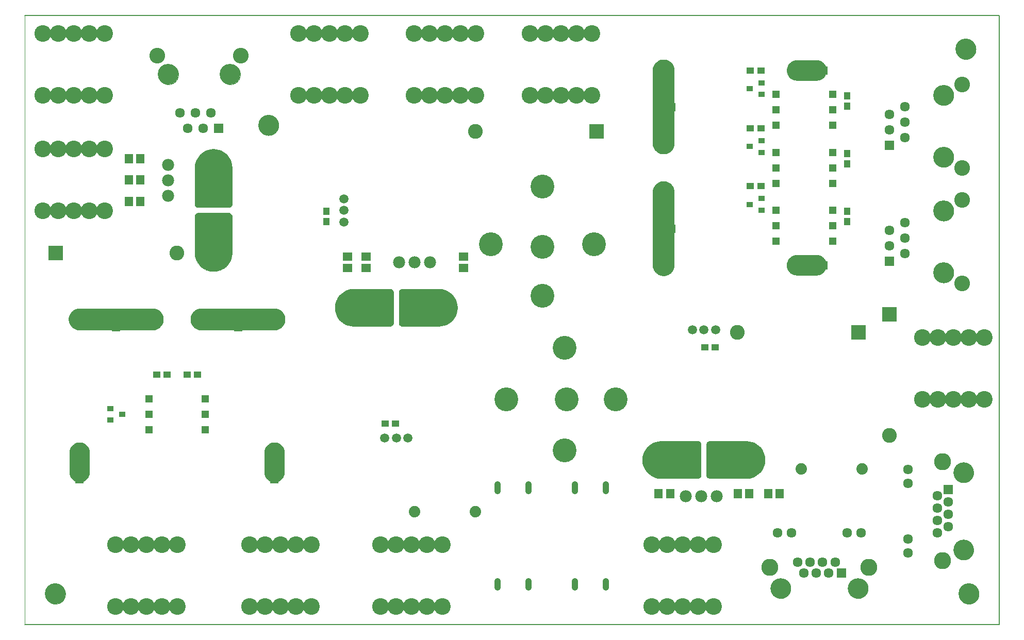
<source format=gbs>
G75*
%MOIN*%
%OFA0B0*%
%FSLAX25Y25*%
%IPPOS*%
%LPD*%
%AMOC8*
5,1,8,0,0,1.08239X$1,22.5*
%
%ADD10C,0.00000*%
%ADD11C,0.00600*%
%ADD12R,0.06337X0.06337*%
%ADD13C,0.06337*%
%ADD14C,0.13195*%
%ADD15C,0.11030*%
%ADD16R,0.05518X0.06306*%
%ADD17C,0.04140*%
%ADD18C,0.10794*%
%ADD19C,0.10144*%
%ADD20C,0.13392*%
%ADD21C,0.15400*%
%ADD22R,0.03943X0.03550*%
%ADD23R,0.04762X0.04762*%
%ADD24R,0.04337X0.04731*%
%ADD25R,0.09550X0.09550*%
%ADD26C,0.09550*%
%ADD27R,0.04731X0.04337*%
%ADD28C,0.00500*%
%ADD29C,0.05943*%
%ADD30R,0.06306X0.05518*%
%ADD31R,0.02900X0.05400*%
%ADD32R,0.05400X0.02900*%
%ADD33C,0.07400*%
%ADD34C,0.07800*%
%ADD35C,0.13400*%
D10*
X0001300Y0001300D02*
X0001300Y0395001D01*
X0087560Y0357009D02*
X0087562Y0357170D01*
X0087568Y0357330D01*
X0087578Y0357491D01*
X0087592Y0357651D01*
X0087610Y0357810D01*
X0087631Y0357970D01*
X0087657Y0358128D01*
X0087687Y0358286D01*
X0087720Y0358443D01*
X0087758Y0358600D01*
X0087799Y0358755D01*
X0087844Y0358909D01*
X0087893Y0359062D01*
X0087946Y0359214D01*
X0088002Y0359364D01*
X0088062Y0359513D01*
X0088126Y0359661D01*
X0088193Y0359807D01*
X0088264Y0359951D01*
X0088339Y0360093D01*
X0088417Y0360234D01*
X0088498Y0360372D01*
X0088583Y0360509D01*
X0088672Y0360643D01*
X0088763Y0360775D01*
X0088858Y0360905D01*
X0088956Y0361032D01*
X0089057Y0361157D01*
X0089161Y0361280D01*
X0089268Y0361399D01*
X0089378Y0361516D01*
X0089491Y0361631D01*
X0089607Y0361742D01*
X0089725Y0361851D01*
X0089846Y0361956D01*
X0089970Y0362059D01*
X0090096Y0362159D01*
X0090225Y0362255D01*
X0090356Y0362348D01*
X0090489Y0362438D01*
X0090624Y0362525D01*
X0090762Y0362608D01*
X0090901Y0362687D01*
X0091043Y0362764D01*
X0091186Y0362837D01*
X0091331Y0362906D01*
X0091478Y0362971D01*
X0091626Y0363033D01*
X0091776Y0363092D01*
X0091927Y0363146D01*
X0092079Y0363197D01*
X0092233Y0363244D01*
X0092388Y0363287D01*
X0092543Y0363326D01*
X0092700Y0363362D01*
X0092858Y0363394D01*
X0093016Y0363421D01*
X0093175Y0363445D01*
X0093334Y0363465D01*
X0093494Y0363481D01*
X0093655Y0363493D01*
X0093815Y0363501D01*
X0093976Y0363505D01*
X0094136Y0363505D01*
X0094297Y0363501D01*
X0094457Y0363493D01*
X0094618Y0363481D01*
X0094778Y0363465D01*
X0094937Y0363445D01*
X0095096Y0363421D01*
X0095254Y0363394D01*
X0095412Y0363362D01*
X0095569Y0363326D01*
X0095724Y0363287D01*
X0095879Y0363244D01*
X0096033Y0363197D01*
X0096185Y0363146D01*
X0096336Y0363092D01*
X0096486Y0363033D01*
X0096634Y0362971D01*
X0096781Y0362906D01*
X0096926Y0362837D01*
X0097069Y0362764D01*
X0097211Y0362687D01*
X0097350Y0362608D01*
X0097488Y0362525D01*
X0097623Y0362438D01*
X0097756Y0362348D01*
X0097887Y0362255D01*
X0098016Y0362159D01*
X0098142Y0362059D01*
X0098266Y0361956D01*
X0098387Y0361851D01*
X0098505Y0361742D01*
X0098621Y0361631D01*
X0098734Y0361516D01*
X0098844Y0361399D01*
X0098951Y0361280D01*
X0099055Y0361157D01*
X0099156Y0361032D01*
X0099254Y0360905D01*
X0099349Y0360775D01*
X0099440Y0360643D01*
X0099529Y0360509D01*
X0099614Y0360372D01*
X0099695Y0360234D01*
X0099773Y0360093D01*
X0099848Y0359951D01*
X0099919Y0359807D01*
X0099986Y0359661D01*
X0100050Y0359513D01*
X0100110Y0359364D01*
X0100166Y0359214D01*
X0100219Y0359062D01*
X0100268Y0358909D01*
X0100313Y0358755D01*
X0100354Y0358600D01*
X0100392Y0358443D01*
X0100425Y0358286D01*
X0100455Y0358128D01*
X0100481Y0357970D01*
X0100502Y0357810D01*
X0100520Y0357651D01*
X0100534Y0357491D01*
X0100544Y0357330D01*
X0100550Y0357170D01*
X0100552Y0357009D01*
X0100550Y0356848D01*
X0100544Y0356688D01*
X0100534Y0356527D01*
X0100520Y0356367D01*
X0100502Y0356208D01*
X0100481Y0356048D01*
X0100455Y0355890D01*
X0100425Y0355732D01*
X0100392Y0355575D01*
X0100354Y0355418D01*
X0100313Y0355263D01*
X0100268Y0355109D01*
X0100219Y0354956D01*
X0100166Y0354804D01*
X0100110Y0354654D01*
X0100050Y0354505D01*
X0099986Y0354357D01*
X0099919Y0354211D01*
X0099848Y0354067D01*
X0099773Y0353925D01*
X0099695Y0353784D01*
X0099614Y0353646D01*
X0099529Y0353509D01*
X0099440Y0353375D01*
X0099349Y0353243D01*
X0099254Y0353113D01*
X0099156Y0352986D01*
X0099055Y0352861D01*
X0098951Y0352738D01*
X0098844Y0352619D01*
X0098734Y0352502D01*
X0098621Y0352387D01*
X0098505Y0352276D01*
X0098387Y0352167D01*
X0098266Y0352062D01*
X0098142Y0351959D01*
X0098016Y0351859D01*
X0097887Y0351763D01*
X0097756Y0351670D01*
X0097623Y0351580D01*
X0097488Y0351493D01*
X0097350Y0351410D01*
X0097211Y0351331D01*
X0097069Y0351254D01*
X0096926Y0351181D01*
X0096781Y0351112D01*
X0096634Y0351047D01*
X0096486Y0350985D01*
X0096336Y0350926D01*
X0096185Y0350872D01*
X0096033Y0350821D01*
X0095879Y0350774D01*
X0095724Y0350731D01*
X0095569Y0350692D01*
X0095412Y0350656D01*
X0095254Y0350624D01*
X0095096Y0350597D01*
X0094937Y0350573D01*
X0094778Y0350553D01*
X0094618Y0350537D01*
X0094457Y0350525D01*
X0094297Y0350517D01*
X0094136Y0350513D01*
X0093976Y0350513D01*
X0093815Y0350517D01*
X0093655Y0350525D01*
X0093494Y0350537D01*
X0093334Y0350553D01*
X0093175Y0350573D01*
X0093016Y0350597D01*
X0092858Y0350624D01*
X0092700Y0350656D01*
X0092543Y0350692D01*
X0092388Y0350731D01*
X0092233Y0350774D01*
X0092079Y0350821D01*
X0091927Y0350872D01*
X0091776Y0350926D01*
X0091626Y0350985D01*
X0091478Y0351047D01*
X0091331Y0351112D01*
X0091186Y0351181D01*
X0091043Y0351254D01*
X0090901Y0351331D01*
X0090762Y0351410D01*
X0090624Y0351493D01*
X0090489Y0351580D01*
X0090356Y0351670D01*
X0090225Y0351763D01*
X0090096Y0351859D01*
X0089970Y0351959D01*
X0089846Y0352062D01*
X0089725Y0352167D01*
X0089607Y0352276D01*
X0089491Y0352387D01*
X0089378Y0352502D01*
X0089268Y0352619D01*
X0089161Y0352738D01*
X0089057Y0352861D01*
X0088956Y0352986D01*
X0088858Y0353113D01*
X0088763Y0353243D01*
X0088672Y0353375D01*
X0088583Y0353509D01*
X0088498Y0353646D01*
X0088417Y0353784D01*
X0088339Y0353925D01*
X0088264Y0354067D01*
X0088193Y0354211D01*
X0088126Y0354357D01*
X0088062Y0354505D01*
X0088002Y0354654D01*
X0087946Y0354804D01*
X0087893Y0354956D01*
X0087844Y0355109D01*
X0087799Y0355263D01*
X0087758Y0355418D01*
X0087720Y0355575D01*
X0087687Y0355732D01*
X0087657Y0355890D01*
X0087631Y0356048D01*
X0087610Y0356208D01*
X0087592Y0356367D01*
X0087578Y0356527D01*
X0087568Y0356688D01*
X0087562Y0356848D01*
X0087560Y0357009D01*
X0127560Y0357009D02*
X0127562Y0357170D01*
X0127568Y0357330D01*
X0127578Y0357491D01*
X0127592Y0357651D01*
X0127610Y0357810D01*
X0127631Y0357970D01*
X0127657Y0358128D01*
X0127687Y0358286D01*
X0127720Y0358443D01*
X0127758Y0358600D01*
X0127799Y0358755D01*
X0127844Y0358909D01*
X0127893Y0359062D01*
X0127946Y0359214D01*
X0128002Y0359364D01*
X0128062Y0359513D01*
X0128126Y0359661D01*
X0128193Y0359807D01*
X0128264Y0359951D01*
X0128339Y0360093D01*
X0128417Y0360234D01*
X0128498Y0360372D01*
X0128583Y0360509D01*
X0128672Y0360643D01*
X0128763Y0360775D01*
X0128858Y0360905D01*
X0128956Y0361032D01*
X0129057Y0361157D01*
X0129161Y0361280D01*
X0129268Y0361399D01*
X0129378Y0361516D01*
X0129491Y0361631D01*
X0129607Y0361742D01*
X0129725Y0361851D01*
X0129846Y0361956D01*
X0129970Y0362059D01*
X0130096Y0362159D01*
X0130225Y0362255D01*
X0130356Y0362348D01*
X0130489Y0362438D01*
X0130624Y0362525D01*
X0130762Y0362608D01*
X0130901Y0362687D01*
X0131043Y0362764D01*
X0131186Y0362837D01*
X0131331Y0362906D01*
X0131478Y0362971D01*
X0131626Y0363033D01*
X0131776Y0363092D01*
X0131927Y0363146D01*
X0132079Y0363197D01*
X0132233Y0363244D01*
X0132388Y0363287D01*
X0132543Y0363326D01*
X0132700Y0363362D01*
X0132858Y0363394D01*
X0133016Y0363421D01*
X0133175Y0363445D01*
X0133334Y0363465D01*
X0133494Y0363481D01*
X0133655Y0363493D01*
X0133815Y0363501D01*
X0133976Y0363505D01*
X0134136Y0363505D01*
X0134297Y0363501D01*
X0134457Y0363493D01*
X0134618Y0363481D01*
X0134778Y0363465D01*
X0134937Y0363445D01*
X0135096Y0363421D01*
X0135254Y0363394D01*
X0135412Y0363362D01*
X0135569Y0363326D01*
X0135724Y0363287D01*
X0135879Y0363244D01*
X0136033Y0363197D01*
X0136185Y0363146D01*
X0136336Y0363092D01*
X0136486Y0363033D01*
X0136634Y0362971D01*
X0136781Y0362906D01*
X0136926Y0362837D01*
X0137069Y0362764D01*
X0137211Y0362687D01*
X0137350Y0362608D01*
X0137488Y0362525D01*
X0137623Y0362438D01*
X0137756Y0362348D01*
X0137887Y0362255D01*
X0138016Y0362159D01*
X0138142Y0362059D01*
X0138266Y0361956D01*
X0138387Y0361851D01*
X0138505Y0361742D01*
X0138621Y0361631D01*
X0138734Y0361516D01*
X0138844Y0361399D01*
X0138951Y0361280D01*
X0139055Y0361157D01*
X0139156Y0361032D01*
X0139254Y0360905D01*
X0139349Y0360775D01*
X0139440Y0360643D01*
X0139529Y0360509D01*
X0139614Y0360372D01*
X0139695Y0360234D01*
X0139773Y0360093D01*
X0139848Y0359951D01*
X0139919Y0359807D01*
X0139986Y0359661D01*
X0140050Y0359513D01*
X0140110Y0359364D01*
X0140166Y0359214D01*
X0140219Y0359062D01*
X0140268Y0358909D01*
X0140313Y0358755D01*
X0140354Y0358600D01*
X0140392Y0358443D01*
X0140425Y0358286D01*
X0140455Y0358128D01*
X0140481Y0357970D01*
X0140502Y0357810D01*
X0140520Y0357651D01*
X0140534Y0357491D01*
X0140544Y0357330D01*
X0140550Y0357170D01*
X0140552Y0357009D01*
X0140550Y0356848D01*
X0140544Y0356688D01*
X0140534Y0356527D01*
X0140520Y0356367D01*
X0140502Y0356208D01*
X0140481Y0356048D01*
X0140455Y0355890D01*
X0140425Y0355732D01*
X0140392Y0355575D01*
X0140354Y0355418D01*
X0140313Y0355263D01*
X0140268Y0355109D01*
X0140219Y0354956D01*
X0140166Y0354804D01*
X0140110Y0354654D01*
X0140050Y0354505D01*
X0139986Y0354357D01*
X0139919Y0354211D01*
X0139848Y0354067D01*
X0139773Y0353925D01*
X0139695Y0353784D01*
X0139614Y0353646D01*
X0139529Y0353509D01*
X0139440Y0353375D01*
X0139349Y0353243D01*
X0139254Y0353113D01*
X0139156Y0352986D01*
X0139055Y0352861D01*
X0138951Y0352738D01*
X0138844Y0352619D01*
X0138734Y0352502D01*
X0138621Y0352387D01*
X0138505Y0352276D01*
X0138387Y0352167D01*
X0138266Y0352062D01*
X0138142Y0351959D01*
X0138016Y0351859D01*
X0137887Y0351763D01*
X0137756Y0351670D01*
X0137623Y0351580D01*
X0137488Y0351493D01*
X0137350Y0351410D01*
X0137211Y0351331D01*
X0137069Y0351254D01*
X0136926Y0351181D01*
X0136781Y0351112D01*
X0136634Y0351047D01*
X0136486Y0350985D01*
X0136336Y0350926D01*
X0136185Y0350872D01*
X0136033Y0350821D01*
X0135879Y0350774D01*
X0135724Y0350731D01*
X0135569Y0350692D01*
X0135412Y0350656D01*
X0135254Y0350624D01*
X0135096Y0350597D01*
X0134937Y0350573D01*
X0134778Y0350553D01*
X0134618Y0350537D01*
X0134457Y0350525D01*
X0134297Y0350517D01*
X0134136Y0350513D01*
X0133976Y0350513D01*
X0133815Y0350517D01*
X0133655Y0350525D01*
X0133494Y0350537D01*
X0133334Y0350553D01*
X0133175Y0350573D01*
X0133016Y0350597D01*
X0132858Y0350624D01*
X0132700Y0350656D01*
X0132543Y0350692D01*
X0132388Y0350731D01*
X0132233Y0350774D01*
X0132079Y0350821D01*
X0131927Y0350872D01*
X0131776Y0350926D01*
X0131626Y0350985D01*
X0131478Y0351047D01*
X0131331Y0351112D01*
X0131186Y0351181D01*
X0131043Y0351254D01*
X0130901Y0351331D01*
X0130762Y0351410D01*
X0130624Y0351493D01*
X0130489Y0351580D01*
X0130356Y0351670D01*
X0130225Y0351763D01*
X0130096Y0351859D01*
X0129970Y0351959D01*
X0129846Y0352062D01*
X0129725Y0352167D01*
X0129607Y0352276D01*
X0129491Y0352387D01*
X0129378Y0352502D01*
X0129268Y0352619D01*
X0129161Y0352738D01*
X0129057Y0352861D01*
X0128956Y0352986D01*
X0128858Y0353113D01*
X0128763Y0353243D01*
X0128672Y0353375D01*
X0128583Y0353509D01*
X0128498Y0353646D01*
X0128417Y0353784D01*
X0128339Y0353925D01*
X0128264Y0354067D01*
X0128193Y0354211D01*
X0128126Y0354357D01*
X0128062Y0354505D01*
X0128002Y0354654D01*
X0127946Y0354804D01*
X0127893Y0354956D01*
X0127844Y0355109D01*
X0127799Y0355263D01*
X0127758Y0355418D01*
X0127720Y0355575D01*
X0127687Y0355732D01*
X0127657Y0355890D01*
X0127631Y0356048D01*
X0127610Y0356208D01*
X0127592Y0356367D01*
X0127578Y0356527D01*
X0127568Y0356688D01*
X0127562Y0356848D01*
X0127560Y0357009D01*
X0152280Y0324135D02*
X0152282Y0324296D01*
X0152288Y0324456D01*
X0152298Y0324617D01*
X0152312Y0324777D01*
X0152330Y0324937D01*
X0152351Y0325096D01*
X0152377Y0325255D01*
X0152407Y0325413D01*
X0152440Y0325570D01*
X0152478Y0325727D01*
X0152519Y0325882D01*
X0152564Y0326036D01*
X0152613Y0326189D01*
X0152666Y0326341D01*
X0152722Y0326492D01*
X0152783Y0326641D01*
X0152846Y0326789D01*
X0152914Y0326935D01*
X0152985Y0327079D01*
X0153059Y0327221D01*
X0153137Y0327362D01*
X0153219Y0327500D01*
X0153304Y0327637D01*
X0153392Y0327771D01*
X0153484Y0327903D01*
X0153579Y0328033D01*
X0153677Y0328161D01*
X0153778Y0328286D01*
X0153882Y0328408D01*
X0153989Y0328528D01*
X0154099Y0328645D01*
X0154212Y0328760D01*
X0154328Y0328871D01*
X0154447Y0328980D01*
X0154568Y0329085D01*
X0154692Y0329188D01*
X0154818Y0329288D01*
X0154946Y0329384D01*
X0155077Y0329477D01*
X0155211Y0329567D01*
X0155346Y0329654D01*
X0155484Y0329737D01*
X0155623Y0329817D01*
X0155765Y0329893D01*
X0155908Y0329966D01*
X0156053Y0330035D01*
X0156200Y0330101D01*
X0156348Y0330163D01*
X0156498Y0330221D01*
X0156649Y0330276D01*
X0156802Y0330327D01*
X0156956Y0330374D01*
X0157111Y0330417D01*
X0157267Y0330456D01*
X0157423Y0330492D01*
X0157581Y0330523D01*
X0157739Y0330551D01*
X0157898Y0330575D01*
X0158058Y0330595D01*
X0158218Y0330611D01*
X0158378Y0330623D01*
X0158539Y0330631D01*
X0158700Y0330635D01*
X0158860Y0330635D01*
X0159021Y0330631D01*
X0159182Y0330623D01*
X0159342Y0330611D01*
X0159502Y0330595D01*
X0159662Y0330575D01*
X0159821Y0330551D01*
X0159979Y0330523D01*
X0160137Y0330492D01*
X0160293Y0330456D01*
X0160449Y0330417D01*
X0160604Y0330374D01*
X0160758Y0330327D01*
X0160911Y0330276D01*
X0161062Y0330221D01*
X0161212Y0330163D01*
X0161360Y0330101D01*
X0161507Y0330035D01*
X0161652Y0329966D01*
X0161795Y0329893D01*
X0161937Y0329817D01*
X0162076Y0329737D01*
X0162214Y0329654D01*
X0162349Y0329567D01*
X0162483Y0329477D01*
X0162614Y0329384D01*
X0162742Y0329288D01*
X0162868Y0329188D01*
X0162992Y0329085D01*
X0163113Y0328980D01*
X0163232Y0328871D01*
X0163348Y0328760D01*
X0163461Y0328645D01*
X0163571Y0328528D01*
X0163678Y0328408D01*
X0163782Y0328286D01*
X0163883Y0328161D01*
X0163981Y0328033D01*
X0164076Y0327903D01*
X0164168Y0327771D01*
X0164256Y0327637D01*
X0164341Y0327500D01*
X0164423Y0327362D01*
X0164501Y0327221D01*
X0164575Y0327079D01*
X0164646Y0326935D01*
X0164714Y0326789D01*
X0164777Y0326641D01*
X0164838Y0326492D01*
X0164894Y0326341D01*
X0164947Y0326189D01*
X0164996Y0326036D01*
X0165041Y0325882D01*
X0165082Y0325727D01*
X0165120Y0325570D01*
X0165153Y0325413D01*
X0165183Y0325255D01*
X0165209Y0325096D01*
X0165230Y0324937D01*
X0165248Y0324777D01*
X0165262Y0324617D01*
X0165272Y0324456D01*
X0165278Y0324296D01*
X0165280Y0324135D01*
X0165278Y0323974D01*
X0165272Y0323814D01*
X0165262Y0323653D01*
X0165248Y0323493D01*
X0165230Y0323333D01*
X0165209Y0323174D01*
X0165183Y0323015D01*
X0165153Y0322857D01*
X0165120Y0322700D01*
X0165082Y0322543D01*
X0165041Y0322388D01*
X0164996Y0322234D01*
X0164947Y0322081D01*
X0164894Y0321929D01*
X0164838Y0321778D01*
X0164777Y0321629D01*
X0164714Y0321481D01*
X0164646Y0321335D01*
X0164575Y0321191D01*
X0164501Y0321049D01*
X0164423Y0320908D01*
X0164341Y0320770D01*
X0164256Y0320633D01*
X0164168Y0320499D01*
X0164076Y0320367D01*
X0163981Y0320237D01*
X0163883Y0320109D01*
X0163782Y0319984D01*
X0163678Y0319862D01*
X0163571Y0319742D01*
X0163461Y0319625D01*
X0163348Y0319510D01*
X0163232Y0319399D01*
X0163113Y0319290D01*
X0162992Y0319185D01*
X0162868Y0319082D01*
X0162742Y0318982D01*
X0162614Y0318886D01*
X0162483Y0318793D01*
X0162349Y0318703D01*
X0162214Y0318616D01*
X0162076Y0318533D01*
X0161937Y0318453D01*
X0161795Y0318377D01*
X0161652Y0318304D01*
X0161507Y0318235D01*
X0161360Y0318169D01*
X0161212Y0318107D01*
X0161062Y0318049D01*
X0160911Y0317994D01*
X0160758Y0317943D01*
X0160604Y0317896D01*
X0160449Y0317853D01*
X0160293Y0317814D01*
X0160137Y0317778D01*
X0159979Y0317747D01*
X0159821Y0317719D01*
X0159662Y0317695D01*
X0159502Y0317675D01*
X0159342Y0317659D01*
X0159182Y0317647D01*
X0159021Y0317639D01*
X0158860Y0317635D01*
X0158700Y0317635D01*
X0158539Y0317639D01*
X0158378Y0317647D01*
X0158218Y0317659D01*
X0158058Y0317675D01*
X0157898Y0317695D01*
X0157739Y0317719D01*
X0157581Y0317747D01*
X0157423Y0317778D01*
X0157267Y0317814D01*
X0157111Y0317853D01*
X0156956Y0317896D01*
X0156802Y0317943D01*
X0156649Y0317994D01*
X0156498Y0318049D01*
X0156348Y0318107D01*
X0156200Y0318169D01*
X0156053Y0318235D01*
X0155908Y0318304D01*
X0155765Y0318377D01*
X0155623Y0318453D01*
X0155484Y0318533D01*
X0155346Y0318616D01*
X0155211Y0318703D01*
X0155077Y0318793D01*
X0154946Y0318886D01*
X0154818Y0318982D01*
X0154692Y0319082D01*
X0154568Y0319185D01*
X0154447Y0319290D01*
X0154328Y0319399D01*
X0154212Y0319510D01*
X0154099Y0319625D01*
X0153989Y0319742D01*
X0153882Y0319862D01*
X0153778Y0319984D01*
X0153677Y0320109D01*
X0153579Y0320237D01*
X0153484Y0320367D01*
X0153392Y0320499D01*
X0153304Y0320633D01*
X0153219Y0320770D01*
X0153137Y0320908D01*
X0153059Y0321049D01*
X0152985Y0321191D01*
X0152914Y0321335D01*
X0152846Y0321481D01*
X0152783Y0321629D01*
X0152722Y0321778D01*
X0152666Y0321929D01*
X0152613Y0322081D01*
X0152564Y0322234D01*
X0152519Y0322388D01*
X0152478Y0322543D01*
X0152440Y0322700D01*
X0152407Y0322857D01*
X0152377Y0323015D01*
X0152351Y0323174D01*
X0152330Y0323333D01*
X0152312Y0323493D01*
X0152298Y0323653D01*
X0152288Y0323814D01*
X0152282Y0323974D01*
X0152280Y0324135D01*
X0588702Y0343583D02*
X0588704Y0343744D01*
X0588710Y0343904D01*
X0588720Y0344065D01*
X0588734Y0344225D01*
X0588752Y0344384D01*
X0588773Y0344544D01*
X0588799Y0344702D01*
X0588829Y0344860D01*
X0588862Y0345017D01*
X0588900Y0345174D01*
X0588941Y0345329D01*
X0588986Y0345483D01*
X0589035Y0345636D01*
X0589088Y0345788D01*
X0589144Y0345938D01*
X0589204Y0346087D01*
X0589268Y0346235D01*
X0589335Y0346381D01*
X0589406Y0346525D01*
X0589481Y0346667D01*
X0589559Y0346808D01*
X0589640Y0346946D01*
X0589725Y0347083D01*
X0589814Y0347217D01*
X0589905Y0347349D01*
X0590000Y0347479D01*
X0590098Y0347606D01*
X0590199Y0347731D01*
X0590303Y0347854D01*
X0590410Y0347973D01*
X0590520Y0348090D01*
X0590633Y0348205D01*
X0590749Y0348316D01*
X0590867Y0348425D01*
X0590988Y0348530D01*
X0591112Y0348633D01*
X0591238Y0348733D01*
X0591367Y0348829D01*
X0591498Y0348922D01*
X0591631Y0349012D01*
X0591766Y0349099D01*
X0591904Y0349182D01*
X0592043Y0349261D01*
X0592185Y0349338D01*
X0592328Y0349411D01*
X0592473Y0349480D01*
X0592620Y0349545D01*
X0592768Y0349607D01*
X0592918Y0349666D01*
X0593069Y0349720D01*
X0593221Y0349771D01*
X0593375Y0349818D01*
X0593530Y0349861D01*
X0593685Y0349900D01*
X0593842Y0349936D01*
X0594000Y0349968D01*
X0594158Y0349995D01*
X0594317Y0350019D01*
X0594476Y0350039D01*
X0594636Y0350055D01*
X0594797Y0350067D01*
X0594957Y0350075D01*
X0595118Y0350079D01*
X0595278Y0350079D01*
X0595439Y0350075D01*
X0595599Y0350067D01*
X0595760Y0350055D01*
X0595920Y0350039D01*
X0596079Y0350019D01*
X0596238Y0349995D01*
X0596396Y0349968D01*
X0596554Y0349936D01*
X0596711Y0349900D01*
X0596866Y0349861D01*
X0597021Y0349818D01*
X0597175Y0349771D01*
X0597327Y0349720D01*
X0597478Y0349666D01*
X0597628Y0349607D01*
X0597776Y0349545D01*
X0597923Y0349480D01*
X0598068Y0349411D01*
X0598211Y0349338D01*
X0598353Y0349261D01*
X0598492Y0349182D01*
X0598630Y0349099D01*
X0598765Y0349012D01*
X0598898Y0348922D01*
X0599029Y0348829D01*
X0599158Y0348733D01*
X0599284Y0348633D01*
X0599408Y0348530D01*
X0599529Y0348425D01*
X0599647Y0348316D01*
X0599763Y0348205D01*
X0599876Y0348090D01*
X0599986Y0347973D01*
X0600093Y0347854D01*
X0600197Y0347731D01*
X0600298Y0347606D01*
X0600396Y0347479D01*
X0600491Y0347349D01*
X0600582Y0347217D01*
X0600671Y0347083D01*
X0600756Y0346946D01*
X0600837Y0346808D01*
X0600915Y0346667D01*
X0600990Y0346525D01*
X0601061Y0346381D01*
X0601128Y0346235D01*
X0601192Y0346087D01*
X0601252Y0345938D01*
X0601308Y0345788D01*
X0601361Y0345636D01*
X0601410Y0345483D01*
X0601455Y0345329D01*
X0601496Y0345174D01*
X0601534Y0345017D01*
X0601567Y0344860D01*
X0601597Y0344702D01*
X0601623Y0344544D01*
X0601644Y0344384D01*
X0601662Y0344225D01*
X0601676Y0344065D01*
X0601686Y0343904D01*
X0601692Y0343744D01*
X0601694Y0343583D01*
X0601692Y0343422D01*
X0601686Y0343262D01*
X0601676Y0343101D01*
X0601662Y0342941D01*
X0601644Y0342782D01*
X0601623Y0342622D01*
X0601597Y0342464D01*
X0601567Y0342306D01*
X0601534Y0342149D01*
X0601496Y0341992D01*
X0601455Y0341837D01*
X0601410Y0341683D01*
X0601361Y0341530D01*
X0601308Y0341378D01*
X0601252Y0341228D01*
X0601192Y0341079D01*
X0601128Y0340931D01*
X0601061Y0340785D01*
X0600990Y0340641D01*
X0600915Y0340499D01*
X0600837Y0340358D01*
X0600756Y0340220D01*
X0600671Y0340083D01*
X0600582Y0339949D01*
X0600491Y0339817D01*
X0600396Y0339687D01*
X0600298Y0339560D01*
X0600197Y0339435D01*
X0600093Y0339312D01*
X0599986Y0339193D01*
X0599876Y0339076D01*
X0599763Y0338961D01*
X0599647Y0338850D01*
X0599529Y0338741D01*
X0599408Y0338636D01*
X0599284Y0338533D01*
X0599158Y0338433D01*
X0599029Y0338337D01*
X0598898Y0338244D01*
X0598765Y0338154D01*
X0598630Y0338067D01*
X0598492Y0337984D01*
X0598353Y0337905D01*
X0598211Y0337828D01*
X0598068Y0337755D01*
X0597923Y0337686D01*
X0597776Y0337621D01*
X0597628Y0337559D01*
X0597478Y0337500D01*
X0597327Y0337446D01*
X0597175Y0337395D01*
X0597021Y0337348D01*
X0596866Y0337305D01*
X0596711Y0337266D01*
X0596554Y0337230D01*
X0596396Y0337198D01*
X0596238Y0337171D01*
X0596079Y0337147D01*
X0595920Y0337127D01*
X0595760Y0337111D01*
X0595599Y0337099D01*
X0595439Y0337091D01*
X0595278Y0337087D01*
X0595118Y0337087D01*
X0594957Y0337091D01*
X0594797Y0337099D01*
X0594636Y0337111D01*
X0594476Y0337127D01*
X0594317Y0337147D01*
X0594158Y0337171D01*
X0594000Y0337198D01*
X0593842Y0337230D01*
X0593685Y0337266D01*
X0593530Y0337305D01*
X0593375Y0337348D01*
X0593221Y0337395D01*
X0593069Y0337446D01*
X0592918Y0337500D01*
X0592768Y0337559D01*
X0592620Y0337621D01*
X0592473Y0337686D01*
X0592328Y0337755D01*
X0592185Y0337828D01*
X0592043Y0337905D01*
X0591904Y0337984D01*
X0591766Y0338067D01*
X0591631Y0338154D01*
X0591498Y0338244D01*
X0591367Y0338337D01*
X0591238Y0338433D01*
X0591112Y0338533D01*
X0590988Y0338636D01*
X0590867Y0338741D01*
X0590749Y0338850D01*
X0590633Y0338961D01*
X0590520Y0339076D01*
X0590410Y0339193D01*
X0590303Y0339312D01*
X0590199Y0339435D01*
X0590098Y0339560D01*
X0590000Y0339687D01*
X0589905Y0339817D01*
X0589814Y0339949D01*
X0589725Y0340083D01*
X0589640Y0340220D01*
X0589559Y0340358D01*
X0589481Y0340499D01*
X0589406Y0340641D01*
X0589335Y0340785D01*
X0589268Y0340931D01*
X0589204Y0341079D01*
X0589144Y0341228D01*
X0589088Y0341378D01*
X0589035Y0341530D01*
X0588986Y0341683D01*
X0588941Y0341837D01*
X0588900Y0341992D01*
X0588862Y0342149D01*
X0588829Y0342306D01*
X0588799Y0342464D01*
X0588773Y0342622D01*
X0588752Y0342782D01*
X0588734Y0342941D01*
X0588720Y0343101D01*
X0588710Y0343262D01*
X0588704Y0343422D01*
X0588702Y0343583D01*
X0603068Y0373347D02*
X0603070Y0373508D01*
X0603076Y0373668D01*
X0603086Y0373829D01*
X0603100Y0373989D01*
X0603118Y0374149D01*
X0603139Y0374308D01*
X0603165Y0374467D01*
X0603195Y0374625D01*
X0603228Y0374782D01*
X0603266Y0374939D01*
X0603307Y0375094D01*
X0603352Y0375248D01*
X0603401Y0375401D01*
X0603454Y0375553D01*
X0603510Y0375704D01*
X0603571Y0375853D01*
X0603634Y0376001D01*
X0603702Y0376147D01*
X0603773Y0376291D01*
X0603847Y0376433D01*
X0603925Y0376574D01*
X0604007Y0376712D01*
X0604092Y0376849D01*
X0604180Y0376983D01*
X0604272Y0377115D01*
X0604367Y0377245D01*
X0604465Y0377373D01*
X0604566Y0377498D01*
X0604670Y0377620D01*
X0604777Y0377740D01*
X0604887Y0377857D01*
X0605000Y0377972D01*
X0605116Y0378083D01*
X0605235Y0378192D01*
X0605356Y0378297D01*
X0605480Y0378400D01*
X0605606Y0378500D01*
X0605734Y0378596D01*
X0605865Y0378689D01*
X0605999Y0378779D01*
X0606134Y0378866D01*
X0606272Y0378949D01*
X0606411Y0379029D01*
X0606553Y0379105D01*
X0606696Y0379178D01*
X0606841Y0379247D01*
X0606988Y0379313D01*
X0607136Y0379375D01*
X0607286Y0379433D01*
X0607437Y0379488D01*
X0607590Y0379539D01*
X0607744Y0379586D01*
X0607899Y0379629D01*
X0608055Y0379668D01*
X0608211Y0379704D01*
X0608369Y0379735D01*
X0608527Y0379763D01*
X0608686Y0379787D01*
X0608846Y0379807D01*
X0609006Y0379823D01*
X0609166Y0379835D01*
X0609327Y0379843D01*
X0609488Y0379847D01*
X0609648Y0379847D01*
X0609809Y0379843D01*
X0609970Y0379835D01*
X0610130Y0379823D01*
X0610290Y0379807D01*
X0610450Y0379787D01*
X0610609Y0379763D01*
X0610767Y0379735D01*
X0610925Y0379704D01*
X0611081Y0379668D01*
X0611237Y0379629D01*
X0611392Y0379586D01*
X0611546Y0379539D01*
X0611699Y0379488D01*
X0611850Y0379433D01*
X0612000Y0379375D01*
X0612148Y0379313D01*
X0612295Y0379247D01*
X0612440Y0379178D01*
X0612583Y0379105D01*
X0612725Y0379029D01*
X0612864Y0378949D01*
X0613002Y0378866D01*
X0613137Y0378779D01*
X0613271Y0378689D01*
X0613402Y0378596D01*
X0613530Y0378500D01*
X0613656Y0378400D01*
X0613780Y0378297D01*
X0613901Y0378192D01*
X0614020Y0378083D01*
X0614136Y0377972D01*
X0614249Y0377857D01*
X0614359Y0377740D01*
X0614466Y0377620D01*
X0614570Y0377498D01*
X0614671Y0377373D01*
X0614769Y0377245D01*
X0614864Y0377115D01*
X0614956Y0376983D01*
X0615044Y0376849D01*
X0615129Y0376712D01*
X0615211Y0376574D01*
X0615289Y0376433D01*
X0615363Y0376291D01*
X0615434Y0376147D01*
X0615502Y0376001D01*
X0615565Y0375853D01*
X0615626Y0375704D01*
X0615682Y0375553D01*
X0615735Y0375401D01*
X0615784Y0375248D01*
X0615829Y0375094D01*
X0615870Y0374939D01*
X0615908Y0374782D01*
X0615941Y0374625D01*
X0615971Y0374467D01*
X0615997Y0374308D01*
X0616018Y0374149D01*
X0616036Y0373989D01*
X0616050Y0373829D01*
X0616060Y0373668D01*
X0616066Y0373508D01*
X0616068Y0373347D01*
X0616066Y0373186D01*
X0616060Y0373026D01*
X0616050Y0372865D01*
X0616036Y0372705D01*
X0616018Y0372545D01*
X0615997Y0372386D01*
X0615971Y0372227D01*
X0615941Y0372069D01*
X0615908Y0371912D01*
X0615870Y0371755D01*
X0615829Y0371600D01*
X0615784Y0371446D01*
X0615735Y0371293D01*
X0615682Y0371141D01*
X0615626Y0370990D01*
X0615565Y0370841D01*
X0615502Y0370693D01*
X0615434Y0370547D01*
X0615363Y0370403D01*
X0615289Y0370261D01*
X0615211Y0370120D01*
X0615129Y0369982D01*
X0615044Y0369845D01*
X0614956Y0369711D01*
X0614864Y0369579D01*
X0614769Y0369449D01*
X0614671Y0369321D01*
X0614570Y0369196D01*
X0614466Y0369074D01*
X0614359Y0368954D01*
X0614249Y0368837D01*
X0614136Y0368722D01*
X0614020Y0368611D01*
X0613901Y0368502D01*
X0613780Y0368397D01*
X0613656Y0368294D01*
X0613530Y0368194D01*
X0613402Y0368098D01*
X0613271Y0368005D01*
X0613137Y0367915D01*
X0613002Y0367828D01*
X0612864Y0367745D01*
X0612725Y0367665D01*
X0612583Y0367589D01*
X0612440Y0367516D01*
X0612295Y0367447D01*
X0612148Y0367381D01*
X0612000Y0367319D01*
X0611850Y0367261D01*
X0611699Y0367206D01*
X0611546Y0367155D01*
X0611392Y0367108D01*
X0611237Y0367065D01*
X0611081Y0367026D01*
X0610925Y0366990D01*
X0610767Y0366959D01*
X0610609Y0366931D01*
X0610450Y0366907D01*
X0610290Y0366887D01*
X0610130Y0366871D01*
X0609970Y0366859D01*
X0609809Y0366851D01*
X0609648Y0366847D01*
X0609488Y0366847D01*
X0609327Y0366851D01*
X0609166Y0366859D01*
X0609006Y0366871D01*
X0608846Y0366887D01*
X0608686Y0366907D01*
X0608527Y0366931D01*
X0608369Y0366959D01*
X0608211Y0366990D01*
X0608055Y0367026D01*
X0607899Y0367065D01*
X0607744Y0367108D01*
X0607590Y0367155D01*
X0607437Y0367206D01*
X0607286Y0367261D01*
X0607136Y0367319D01*
X0606988Y0367381D01*
X0606841Y0367447D01*
X0606696Y0367516D01*
X0606553Y0367589D01*
X0606411Y0367665D01*
X0606272Y0367745D01*
X0606134Y0367828D01*
X0605999Y0367915D01*
X0605865Y0368005D01*
X0605734Y0368098D01*
X0605606Y0368194D01*
X0605480Y0368294D01*
X0605356Y0368397D01*
X0605235Y0368502D01*
X0605116Y0368611D01*
X0605000Y0368722D01*
X0604887Y0368837D01*
X0604777Y0368954D01*
X0604670Y0369074D01*
X0604566Y0369196D01*
X0604465Y0369321D01*
X0604367Y0369449D01*
X0604272Y0369579D01*
X0604180Y0369711D01*
X0604092Y0369845D01*
X0604007Y0369982D01*
X0603925Y0370120D01*
X0603847Y0370261D01*
X0603773Y0370403D01*
X0603702Y0370547D01*
X0603634Y0370693D01*
X0603571Y0370841D01*
X0603510Y0370990D01*
X0603454Y0371141D01*
X0603401Y0371293D01*
X0603352Y0371446D01*
X0603307Y0371600D01*
X0603266Y0371755D01*
X0603228Y0371912D01*
X0603195Y0372069D01*
X0603165Y0372227D01*
X0603139Y0372386D01*
X0603118Y0372545D01*
X0603100Y0372705D01*
X0603086Y0372865D01*
X0603076Y0373026D01*
X0603070Y0373186D01*
X0603068Y0373347D01*
X0588702Y0303583D02*
X0588704Y0303744D01*
X0588710Y0303904D01*
X0588720Y0304065D01*
X0588734Y0304225D01*
X0588752Y0304384D01*
X0588773Y0304544D01*
X0588799Y0304702D01*
X0588829Y0304860D01*
X0588862Y0305017D01*
X0588900Y0305174D01*
X0588941Y0305329D01*
X0588986Y0305483D01*
X0589035Y0305636D01*
X0589088Y0305788D01*
X0589144Y0305938D01*
X0589204Y0306087D01*
X0589268Y0306235D01*
X0589335Y0306381D01*
X0589406Y0306525D01*
X0589481Y0306667D01*
X0589559Y0306808D01*
X0589640Y0306946D01*
X0589725Y0307083D01*
X0589814Y0307217D01*
X0589905Y0307349D01*
X0590000Y0307479D01*
X0590098Y0307606D01*
X0590199Y0307731D01*
X0590303Y0307854D01*
X0590410Y0307973D01*
X0590520Y0308090D01*
X0590633Y0308205D01*
X0590749Y0308316D01*
X0590867Y0308425D01*
X0590988Y0308530D01*
X0591112Y0308633D01*
X0591238Y0308733D01*
X0591367Y0308829D01*
X0591498Y0308922D01*
X0591631Y0309012D01*
X0591766Y0309099D01*
X0591904Y0309182D01*
X0592043Y0309261D01*
X0592185Y0309338D01*
X0592328Y0309411D01*
X0592473Y0309480D01*
X0592620Y0309545D01*
X0592768Y0309607D01*
X0592918Y0309666D01*
X0593069Y0309720D01*
X0593221Y0309771D01*
X0593375Y0309818D01*
X0593530Y0309861D01*
X0593685Y0309900D01*
X0593842Y0309936D01*
X0594000Y0309968D01*
X0594158Y0309995D01*
X0594317Y0310019D01*
X0594476Y0310039D01*
X0594636Y0310055D01*
X0594797Y0310067D01*
X0594957Y0310075D01*
X0595118Y0310079D01*
X0595278Y0310079D01*
X0595439Y0310075D01*
X0595599Y0310067D01*
X0595760Y0310055D01*
X0595920Y0310039D01*
X0596079Y0310019D01*
X0596238Y0309995D01*
X0596396Y0309968D01*
X0596554Y0309936D01*
X0596711Y0309900D01*
X0596866Y0309861D01*
X0597021Y0309818D01*
X0597175Y0309771D01*
X0597327Y0309720D01*
X0597478Y0309666D01*
X0597628Y0309607D01*
X0597776Y0309545D01*
X0597923Y0309480D01*
X0598068Y0309411D01*
X0598211Y0309338D01*
X0598353Y0309261D01*
X0598492Y0309182D01*
X0598630Y0309099D01*
X0598765Y0309012D01*
X0598898Y0308922D01*
X0599029Y0308829D01*
X0599158Y0308733D01*
X0599284Y0308633D01*
X0599408Y0308530D01*
X0599529Y0308425D01*
X0599647Y0308316D01*
X0599763Y0308205D01*
X0599876Y0308090D01*
X0599986Y0307973D01*
X0600093Y0307854D01*
X0600197Y0307731D01*
X0600298Y0307606D01*
X0600396Y0307479D01*
X0600491Y0307349D01*
X0600582Y0307217D01*
X0600671Y0307083D01*
X0600756Y0306946D01*
X0600837Y0306808D01*
X0600915Y0306667D01*
X0600990Y0306525D01*
X0601061Y0306381D01*
X0601128Y0306235D01*
X0601192Y0306087D01*
X0601252Y0305938D01*
X0601308Y0305788D01*
X0601361Y0305636D01*
X0601410Y0305483D01*
X0601455Y0305329D01*
X0601496Y0305174D01*
X0601534Y0305017D01*
X0601567Y0304860D01*
X0601597Y0304702D01*
X0601623Y0304544D01*
X0601644Y0304384D01*
X0601662Y0304225D01*
X0601676Y0304065D01*
X0601686Y0303904D01*
X0601692Y0303744D01*
X0601694Y0303583D01*
X0601692Y0303422D01*
X0601686Y0303262D01*
X0601676Y0303101D01*
X0601662Y0302941D01*
X0601644Y0302782D01*
X0601623Y0302622D01*
X0601597Y0302464D01*
X0601567Y0302306D01*
X0601534Y0302149D01*
X0601496Y0301992D01*
X0601455Y0301837D01*
X0601410Y0301683D01*
X0601361Y0301530D01*
X0601308Y0301378D01*
X0601252Y0301228D01*
X0601192Y0301079D01*
X0601128Y0300931D01*
X0601061Y0300785D01*
X0600990Y0300641D01*
X0600915Y0300499D01*
X0600837Y0300358D01*
X0600756Y0300220D01*
X0600671Y0300083D01*
X0600582Y0299949D01*
X0600491Y0299817D01*
X0600396Y0299687D01*
X0600298Y0299560D01*
X0600197Y0299435D01*
X0600093Y0299312D01*
X0599986Y0299193D01*
X0599876Y0299076D01*
X0599763Y0298961D01*
X0599647Y0298850D01*
X0599529Y0298741D01*
X0599408Y0298636D01*
X0599284Y0298533D01*
X0599158Y0298433D01*
X0599029Y0298337D01*
X0598898Y0298244D01*
X0598765Y0298154D01*
X0598630Y0298067D01*
X0598492Y0297984D01*
X0598353Y0297905D01*
X0598211Y0297828D01*
X0598068Y0297755D01*
X0597923Y0297686D01*
X0597776Y0297621D01*
X0597628Y0297559D01*
X0597478Y0297500D01*
X0597327Y0297446D01*
X0597175Y0297395D01*
X0597021Y0297348D01*
X0596866Y0297305D01*
X0596711Y0297266D01*
X0596554Y0297230D01*
X0596396Y0297198D01*
X0596238Y0297171D01*
X0596079Y0297147D01*
X0595920Y0297127D01*
X0595760Y0297111D01*
X0595599Y0297099D01*
X0595439Y0297091D01*
X0595278Y0297087D01*
X0595118Y0297087D01*
X0594957Y0297091D01*
X0594797Y0297099D01*
X0594636Y0297111D01*
X0594476Y0297127D01*
X0594317Y0297147D01*
X0594158Y0297171D01*
X0594000Y0297198D01*
X0593842Y0297230D01*
X0593685Y0297266D01*
X0593530Y0297305D01*
X0593375Y0297348D01*
X0593221Y0297395D01*
X0593069Y0297446D01*
X0592918Y0297500D01*
X0592768Y0297559D01*
X0592620Y0297621D01*
X0592473Y0297686D01*
X0592328Y0297755D01*
X0592185Y0297828D01*
X0592043Y0297905D01*
X0591904Y0297984D01*
X0591766Y0298067D01*
X0591631Y0298154D01*
X0591498Y0298244D01*
X0591367Y0298337D01*
X0591238Y0298433D01*
X0591112Y0298533D01*
X0590988Y0298636D01*
X0590867Y0298741D01*
X0590749Y0298850D01*
X0590633Y0298961D01*
X0590520Y0299076D01*
X0590410Y0299193D01*
X0590303Y0299312D01*
X0590199Y0299435D01*
X0590098Y0299560D01*
X0590000Y0299687D01*
X0589905Y0299817D01*
X0589814Y0299949D01*
X0589725Y0300083D01*
X0589640Y0300220D01*
X0589559Y0300358D01*
X0589481Y0300499D01*
X0589406Y0300641D01*
X0589335Y0300785D01*
X0589268Y0300931D01*
X0589204Y0301079D01*
X0589144Y0301228D01*
X0589088Y0301378D01*
X0589035Y0301530D01*
X0588986Y0301683D01*
X0588941Y0301837D01*
X0588900Y0301992D01*
X0588862Y0302149D01*
X0588829Y0302306D01*
X0588799Y0302464D01*
X0588773Y0302622D01*
X0588752Y0302782D01*
X0588734Y0302941D01*
X0588720Y0303101D01*
X0588710Y0303262D01*
X0588704Y0303422D01*
X0588702Y0303583D01*
X0588702Y0268780D02*
X0588704Y0268941D01*
X0588710Y0269101D01*
X0588720Y0269262D01*
X0588734Y0269422D01*
X0588752Y0269581D01*
X0588773Y0269741D01*
X0588799Y0269899D01*
X0588829Y0270057D01*
X0588862Y0270214D01*
X0588900Y0270371D01*
X0588941Y0270526D01*
X0588986Y0270680D01*
X0589035Y0270833D01*
X0589088Y0270985D01*
X0589144Y0271135D01*
X0589204Y0271284D01*
X0589268Y0271432D01*
X0589335Y0271578D01*
X0589406Y0271722D01*
X0589481Y0271864D01*
X0589559Y0272005D01*
X0589640Y0272143D01*
X0589725Y0272280D01*
X0589814Y0272414D01*
X0589905Y0272546D01*
X0590000Y0272676D01*
X0590098Y0272803D01*
X0590199Y0272928D01*
X0590303Y0273051D01*
X0590410Y0273170D01*
X0590520Y0273287D01*
X0590633Y0273402D01*
X0590749Y0273513D01*
X0590867Y0273622D01*
X0590988Y0273727D01*
X0591112Y0273830D01*
X0591238Y0273930D01*
X0591367Y0274026D01*
X0591498Y0274119D01*
X0591631Y0274209D01*
X0591766Y0274296D01*
X0591904Y0274379D01*
X0592043Y0274458D01*
X0592185Y0274535D01*
X0592328Y0274608D01*
X0592473Y0274677D01*
X0592620Y0274742D01*
X0592768Y0274804D01*
X0592918Y0274863D01*
X0593069Y0274917D01*
X0593221Y0274968D01*
X0593375Y0275015D01*
X0593530Y0275058D01*
X0593685Y0275097D01*
X0593842Y0275133D01*
X0594000Y0275165D01*
X0594158Y0275192D01*
X0594317Y0275216D01*
X0594476Y0275236D01*
X0594636Y0275252D01*
X0594797Y0275264D01*
X0594957Y0275272D01*
X0595118Y0275276D01*
X0595278Y0275276D01*
X0595439Y0275272D01*
X0595599Y0275264D01*
X0595760Y0275252D01*
X0595920Y0275236D01*
X0596079Y0275216D01*
X0596238Y0275192D01*
X0596396Y0275165D01*
X0596554Y0275133D01*
X0596711Y0275097D01*
X0596866Y0275058D01*
X0597021Y0275015D01*
X0597175Y0274968D01*
X0597327Y0274917D01*
X0597478Y0274863D01*
X0597628Y0274804D01*
X0597776Y0274742D01*
X0597923Y0274677D01*
X0598068Y0274608D01*
X0598211Y0274535D01*
X0598353Y0274458D01*
X0598492Y0274379D01*
X0598630Y0274296D01*
X0598765Y0274209D01*
X0598898Y0274119D01*
X0599029Y0274026D01*
X0599158Y0273930D01*
X0599284Y0273830D01*
X0599408Y0273727D01*
X0599529Y0273622D01*
X0599647Y0273513D01*
X0599763Y0273402D01*
X0599876Y0273287D01*
X0599986Y0273170D01*
X0600093Y0273051D01*
X0600197Y0272928D01*
X0600298Y0272803D01*
X0600396Y0272676D01*
X0600491Y0272546D01*
X0600582Y0272414D01*
X0600671Y0272280D01*
X0600756Y0272143D01*
X0600837Y0272005D01*
X0600915Y0271864D01*
X0600990Y0271722D01*
X0601061Y0271578D01*
X0601128Y0271432D01*
X0601192Y0271284D01*
X0601252Y0271135D01*
X0601308Y0270985D01*
X0601361Y0270833D01*
X0601410Y0270680D01*
X0601455Y0270526D01*
X0601496Y0270371D01*
X0601534Y0270214D01*
X0601567Y0270057D01*
X0601597Y0269899D01*
X0601623Y0269741D01*
X0601644Y0269581D01*
X0601662Y0269422D01*
X0601676Y0269262D01*
X0601686Y0269101D01*
X0601692Y0268941D01*
X0601694Y0268780D01*
X0601692Y0268619D01*
X0601686Y0268459D01*
X0601676Y0268298D01*
X0601662Y0268138D01*
X0601644Y0267979D01*
X0601623Y0267819D01*
X0601597Y0267661D01*
X0601567Y0267503D01*
X0601534Y0267346D01*
X0601496Y0267189D01*
X0601455Y0267034D01*
X0601410Y0266880D01*
X0601361Y0266727D01*
X0601308Y0266575D01*
X0601252Y0266425D01*
X0601192Y0266276D01*
X0601128Y0266128D01*
X0601061Y0265982D01*
X0600990Y0265838D01*
X0600915Y0265696D01*
X0600837Y0265555D01*
X0600756Y0265417D01*
X0600671Y0265280D01*
X0600582Y0265146D01*
X0600491Y0265014D01*
X0600396Y0264884D01*
X0600298Y0264757D01*
X0600197Y0264632D01*
X0600093Y0264509D01*
X0599986Y0264390D01*
X0599876Y0264273D01*
X0599763Y0264158D01*
X0599647Y0264047D01*
X0599529Y0263938D01*
X0599408Y0263833D01*
X0599284Y0263730D01*
X0599158Y0263630D01*
X0599029Y0263534D01*
X0598898Y0263441D01*
X0598765Y0263351D01*
X0598630Y0263264D01*
X0598492Y0263181D01*
X0598353Y0263102D01*
X0598211Y0263025D01*
X0598068Y0262952D01*
X0597923Y0262883D01*
X0597776Y0262818D01*
X0597628Y0262756D01*
X0597478Y0262697D01*
X0597327Y0262643D01*
X0597175Y0262592D01*
X0597021Y0262545D01*
X0596866Y0262502D01*
X0596711Y0262463D01*
X0596554Y0262427D01*
X0596396Y0262395D01*
X0596238Y0262368D01*
X0596079Y0262344D01*
X0595920Y0262324D01*
X0595760Y0262308D01*
X0595599Y0262296D01*
X0595439Y0262288D01*
X0595278Y0262284D01*
X0595118Y0262284D01*
X0594957Y0262288D01*
X0594797Y0262296D01*
X0594636Y0262308D01*
X0594476Y0262324D01*
X0594317Y0262344D01*
X0594158Y0262368D01*
X0594000Y0262395D01*
X0593842Y0262427D01*
X0593685Y0262463D01*
X0593530Y0262502D01*
X0593375Y0262545D01*
X0593221Y0262592D01*
X0593069Y0262643D01*
X0592918Y0262697D01*
X0592768Y0262756D01*
X0592620Y0262818D01*
X0592473Y0262883D01*
X0592328Y0262952D01*
X0592185Y0263025D01*
X0592043Y0263102D01*
X0591904Y0263181D01*
X0591766Y0263264D01*
X0591631Y0263351D01*
X0591498Y0263441D01*
X0591367Y0263534D01*
X0591238Y0263630D01*
X0591112Y0263730D01*
X0590988Y0263833D01*
X0590867Y0263938D01*
X0590749Y0264047D01*
X0590633Y0264158D01*
X0590520Y0264273D01*
X0590410Y0264390D01*
X0590303Y0264509D01*
X0590199Y0264632D01*
X0590098Y0264757D01*
X0590000Y0264884D01*
X0589905Y0265014D01*
X0589814Y0265146D01*
X0589725Y0265280D01*
X0589640Y0265417D01*
X0589559Y0265555D01*
X0589481Y0265696D01*
X0589406Y0265838D01*
X0589335Y0265982D01*
X0589268Y0266128D01*
X0589204Y0266276D01*
X0589144Y0266425D01*
X0589088Y0266575D01*
X0589035Y0266727D01*
X0588986Y0266880D01*
X0588941Y0267034D01*
X0588900Y0267189D01*
X0588862Y0267346D01*
X0588829Y0267503D01*
X0588799Y0267661D01*
X0588773Y0267819D01*
X0588752Y0267979D01*
X0588734Y0268138D01*
X0588720Y0268298D01*
X0588710Y0268459D01*
X0588704Y0268619D01*
X0588702Y0268780D01*
X0588702Y0228780D02*
X0588704Y0228941D01*
X0588710Y0229101D01*
X0588720Y0229262D01*
X0588734Y0229422D01*
X0588752Y0229581D01*
X0588773Y0229741D01*
X0588799Y0229899D01*
X0588829Y0230057D01*
X0588862Y0230214D01*
X0588900Y0230371D01*
X0588941Y0230526D01*
X0588986Y0230680D01*
X0589035Y0230833D01*
X0589088Y0230985D01*
X0589144Y0231135D01*
X0589204Y0231284D01*
X0589268Y0231432D01*
X0589335Y0231578D01*
X0589406Y0231722D01*
X0589481Y0231864D01*
X0589559Y0232005D01*
X0589640Y0232143D01*
X0589725Y0232280D01*
X0589814Y0232414D01*
X0589905Y0232546D01*
X0590000Y0232676D01*
X0590098Y0232803D01*
X0590199Y0232928D01*
X0590303Y0233051D01*
X0590410Y0233170D01*
X0590520Y0233287D01*
X0590633Y0233402D01*
X0590749Y0233513D01*
X0590867Y0233622D01*
X0590988Y0233727D01*
X0591112Y0233830D01*
X0591238Y0233930D01*
X0591367Y0234026D01*
X0591498Y0234119D01*
X0591631Y0234209D01*
X0591766Y0234296D01*
X0591904Y0234379D01*
X0592043Y0234458D01*
X0592185Y0234535D01*
X0592328Y0234608D01*
X0592473Y0234677D01*
X0592620Y0234742D01*
X0592768Y0234804D01*
X0592918Y0234863D01*
X0593069Y0234917D01*
X0593221Y0234968D01*
X0593375Y0235015D01*
X0593530Y0235058D01*
X0593685Y0235097D01*
X0593842Y0235133D01*
X0594000Y0235165D01*
X0594158Y0235192D01*
X0594317Y0235216D01*
X0594476Y0235236D01*
X0594636Y0235252D01*
X0594797Y0235264D01*
X0594957Y0235272D01*
X0595118Y0235276D01*
X0595278Y0235276D01*
X0595439Y0235272D01*
X0595599Y0235264D01*
X0595760Y0235252D01*
X0595920Y0235236D01*
X0596079Y0235216D01*
X0596238Y0235192D01*
X0596396Y0235165D01*
X0596554Y0235133D01*
X0596711Y0235097D01*
X0596866Y0235058D01*
X0597021Y0235015D01*
X0597175Y0234968D01*
X0597327Y0234917D01*
X0597478Y0234863D01*
X0597628Y0234804D01*
X0597776Y0234742D01*
X0597923Y0234677D01*
X0598068Y0234608D01*
X0598211Y0234535D01*
X0598353Y0234458D01*
X0598492Y0234379D01*
X0598630Y0234296D01*
X0598765Y0234209D01*
X0598898Y0234119D01*
X0599029Y0234026D01*
X0599158Y0233930D01*
X0599284Y0233830D01*
X0599408Y0233727D01*
X0599529Y0233622D01*
X0599647Y0233513D01*
X0599763Y0233402D01*
X0599876Y0233287D01*
X0599986Y0233170D01*
X0600093Y0233051D01*
X0600197Y0232928D01*
X0600298Y0232803D01*
X0600396Y0232676D01*
X0600491Y0232546D01*
X0600582Y0232414D01*
X0600671Y0232280D01*
X0600756Y0232143D01*
X0600837Y0232005D01*
X0600915Y0231864D01*
X0600990Y0231722D01*
X0601061Y0231578D01*
X0601128Y0231432D01*
X0601192Y0231284D01*
X0601252Y0231135D01*
X0601308Y0230985D01*
X0601361Y0230833D01*
X0601410Y0230680D01*
X0601455Y0230526D01*
X0601496Y0230371D01*
X0601534Y0230214D01*
X0601567Y0230057D01*
X0601597Y0229899D01*
X0601623Y0229741D01*
X0601644Y0229581D01*
X0601662Y0229422D01*
X0601676Y0229262D01*
X0601686Y0229101D01*
X0601692Y0228941D01*
X0601694Y0228780D01*
X0601692Y0228619D01*
X0601686Y0228459D01*
X0601676Y0228298D01*
X0601662Y0228138D01*
X0601644Y0227979D01*
X0601623Y0227819D01*
X0601597Y0227661D01*
X0601567Y0227503D01*
X0601534Y0227346D01*
X0601496Y0227189D01*
X0601455Y0227034D01*
X0601410Y0226880D01*
X0601361Y0226727D01*
X0601308Y0226575D01*
X0601252Y0226425D01*
X0601192Y0226276D01*
X0601128Y0226128D01*
X0601061Y0225982D01*
X0600990Y0225838D01*
X0600915Y0225696D01*
X0600837Y0225555D01*
X0600756Y0225417D01*
X0600671Y0225280D01*
X0600582Y0225146D01*
X0600491Y0225014D01*
X0600396Y0224884D01*
X0600298Y0224757D01*
X0600197Y0224632D01*
X0600093Y0224509D01*
X0599986Y0224390D01*
X0599876Y0224273D01*
X0599763Y0224158D01*
X0599647Y0224047D01*
X0599529Y0223938D01*
X0599408Y0223833D01*
X0599284Y0223730D01*
X0599158Y0223630D01*
X0599029Y0223534D01*
X0598898Y0223441D01*
X0598765Y0223351D01*
X0598630Y0223264D01*
X0598492Y0223181D01*
X0598353Y0223102D01*
X0598211Y0223025D01*
X0598068Y0222952D01*
X0597923Y0222883D01*
X0597776Y0222818D01*
X0597628Y0222756D01*
X0597478Y0222697D01*
X0597327Y0222643D01*
X0597175Y0222592D01*
X0597021Y0222545D01*
X0596866Y0222502D01*
X0596711Y0222463D01*
X0596554Y0222427D01*
X0596396Y0222395D01*
X0596238Y0222368D01*
X0596079Y0222344D01*
X0595920Y0222324D01*
X0595760Y0222308D01*
X0595599Y0222296D01*
X0595439Y0222288D01*
X0595278Y0222284D01*
X0595118Y0222284D01*
X0594957Y0222288D01*
X0594797Y0222296D01*
X0594636Y0222308D01*
X0594476Y0222324D01*
X0594317Y0222344D01*
X0594158Y0222368D01*
X0594000Y0222395D01*
X0593842Y0222427D01*
X0593685Y0222463D01*
X0593530Y0222502D01*
X0593375Y0222545D01*
X0593221Y0222592D01*
X0593069Y0222643D01*
X0592918Y0222697D01*
X0592768Y0222756D01*
X0592620Y0222818D01*
X0592473Y0222883D01*
X0592328Y0222952D01*
X0592185Y0223025D01*
X0592043Y0223102D01*
X0591904Y0223181D01*
X0591766Y0223264D01*
X0591631Y0223351D01*
X0591498Y0223441D01*
X0591367Y0223534D01*
X0591238Y0223630D01*
X0591112Y0223730D01*
X0590988Y0223833D01*
X0590867Y0223938D01*
X0590749Y0224047D01*
X0590633Y0224158D01*
X0590520Y0224273D01*
X0590410Y0224390D01*
X0590303Y0224509D01*
X0590199Y0224632D01*
X0590098Y0224757D01*
X0590000Y0224884D01*
X0589905Y0225014D01*
X0589814Y0225146D01*
X0589725Y0225280D01*
X0589640Y0225417D01*
X0589559Y0225555D01*
X0589481Y0225696D01*
X0589406Y0225838D01*
X0589335Y0225982D01*
X0589268Y0226128D01*
X0589204Y0226276D01*
X0589144Y0226425D01*
X0589088Y0226575D01*
X0589035Y0226727D01*
X0588986Y0226880D01*
X0588941Y0227034D01*
X0588900Y0227189D01*
X0588862Y0227346D01*
X0588829Y0227503D01*
X0588799Y0227661D01*
X0588773Y0227819D01*
X0588752Y0227979D01*
X0588734Y0228138D01*
X0588720Y0228298D01*
X0588710Y0228459D01*
X0588704Y0228619D01*
X0588702Y0228780D01*
X0601716Y0099411D02*
X0601718Y0099571D01*
X0601724Y0099730D01*
X0601734Y0099889D01*
X0601748Y0100048D01*
X0601766Y0100207D01*
X0601787Y0100365D01*
X0601813Y0100522D01*
X0601843Y0100679D01*
X0601876Y0100835D01*
X0601914Y0100990D01*
X0601955Y0101144D01*
X0602000Y0101297D01*
X0602049Y0101449D01*
X0602102Y0101599D01*
X0602158Y0101748D01*
X0602218Y0101896D01*
X0602282Y0102042D01*
X0602350Y0102187D01*
X0602421Y0102330D01*
X0602495Y0102471D01*
X0602573Y0102610D01*
X0602655Y0102747D01*
X0602740Y0102882D01*
X0602828Y0103015D01*
X0602919Y0103146D01*
X0603014Y0103274D01*
X0603112Y0103400D01*
X0603213Y0103524D01*
X0603317Y0103644D01*
X0603424Y0103763D01*
X0603534Y0103878D01*
X0603647Y0103991D01*
X0603762Y0104101D01*
X0603881Y0104208D01*
X0604001Y0104312D01*
X0604125Y0104413D01*
X0604251Y0104511D01*
X0604379Y0104606D01*
X0604510Y0104697D01*
X0604643Y0104785D01*
X0604778Y0104870D01*
X0604915Y0104952D01*
X0605054Y0105030D01*
X0605195Y0105104D01*
X0605338Y0105175D01*
X0605483Y0105243D01*
X0605629Y0105307D01*
X0605777Y0105367D01*
X0605926Y0105423D01*
X0606076Y0105476D01*
X0606228Y0105525D01*
X0606381Y0105570D01*
X0606535Y0105611D01*
X0606690Y0105649D01*
X0606846Y0105682D01*
X0607003Y0105712D01*
X0607160Y0105738D01*
X0607318Y0105759D01*
X0607477Y0105777D01*
X0607636Y0105791D01*
X0607795Y0105801D01*
X0607954Y0105807D01*
X0608114Y0105809D01*
X0608274Y0105807D01*
X0608433Y0105801D01*
X0608592Y0105791D01*
X0608751Y0105777D01*
X0608910Y0105759D01*
X0609068Y0105738D01*
X0609225Y0105712D01*
X0609382Y0105682D01*
X0609538Y0105649D01*
X0609693Y0105611D01*
X0609847Y0105570D01*
X0610000Y0105525D01*
X0610152Y0105476D01*
X0610302Y0105423D01*
X0610451Y0105367D01*
X0610599Y0105307D01*
X0610745Y0105243D01*
X0610890Y0105175D01*
X0611033Y0105104D01*
X0611174Y0105030D01*
X0611313Y0104952D01*
X0611450Y0104870D01*
X0611585Y0104785D01*
X0611718Y0104697D01*
X0611849Y0104606D01*
X0611977Y0104511D01*
X0612103Y0104413D01*
X0612227Y0104312D01*
X0612347Y0104208D01*
X0612466Y0104101D01*
X0612581Y0103991D01*
X0612694Y0103878D01*
X0612804Y0103763D01*
X0612911Y0103644D01*
X0613015Y0103524D01*
X0613116Y0103400D01*
X0613214Y0103274D01*
X0613309Y0103146D01*
X0613400Y0103015D01*
X0613488Y0102882D01*
X0613573Y0102747D01*
X0613655Y0102610D01*
X0613733Y0102471D01*
X0613807Y0102330D01*
X0613878Y0102187D01*
X0613946Y0102042D01*
X0614010Y0101896D01*
X0614070Y0101748D01*
X0614126Y0101599D01*
X0614179Y0101449D01*
X0614228Y0101297D01*
X0614273Y0101144D01*
X0614314Y0100990D01*
X0614352Y0100835D01*
X0614385Y0100679D01*
X0614415Y0100522D01*
X0614441Y0100365D01*
X0614462Y0100207D01*
X0614480Y0100048D01*
X0614494Y0099889D01*
X0614504Y0099730D01*
X0614510Y0099571D01*
X0614512Y0099411D01*
X0614510Y0099251D01*
X0614504Y0099092D01*
X0614494Y0098933D01*
X0614480Y0098774D01*
X0614462Y0098615D01*
X0614441Y0098457D01*
X0614415Y0098300D01*
X0614385Y0098143D01*
X0614352Y0097987D01*
X0614314Y0097832D01*
X0614273Y0097678D01*
X0614228Y0097525D01*
X0614179Y0097373D01*
X0614126Y0097223D01*
X0614070Y0097074D01*
X0614010Y0096926D01*
X0613946Y0096780D01*
X0613878Y0096635D01*
X0613807Y0096492D01*
X0613733Y0096351D01*
X0613655Y0096212D01*
X0613573Y0096075D01*
X0613488Y0095940D01*
X0613400Y0095807D01*
X0613309Y0095676D01*
X0613214Y0095548D01*
X0613116Y0095422D01*
X0613015Y0095298D01*
X0612911Y0095178D01*
X0612804Y0095059D01*
X0612694Y0094944D01*
X0612581Y0094831D01*
X0612466Y0094721D01*
X0612347Y0094614D01*
X0612227Y0094510D01*
X0612103Y0094409D01*
X0611977Y0094311D01*
X0611849Y0094216D01*
X0611718Y0094125D01*
X0611585Y0094037D01*
X0611450Y0093952D01*
X0611313Y0093870D01*
X0611174Y0093792D01*
X0611033Y0093718D01*
X0610890Y0093647D01*
X0610745Y0093579D01*
X0610599Y0093515D01*
X0610451Y0093455D01*
X0610302Y0093399D01*
X0610152Y0093346D01*
X0610000Y0093297D01*
X0609847Y0093252D01*
X0609693Y0093211D01*
X0609538Y0093173D01*
X0609382Y0093140D01*
X0609225Y0093110D01*
X0609068Y0093084D01*
X0608910Y0093063D01*
X0608751Y0093045D01*
X0608592Y0093031D01*
X0608433Y0093021D01*
X0608274Y0093015D01*
X0608114Y0093013D01*
X0607954Y0093015D01*
X0607795Y0093021D01*
X0607636Y0093031D01*
X0607477Y0093045D01*
X0607318Y0093063D01*
X0607160Y0093084D01*
X0607003Y0093110D01*
X0606846Y0093140D01*
X0606690Y0093173D01*
X0606535Y0093211D01*
X0606381Y0093252D01*
X0606228Y0093297D01*
X0606076Y0093346D01*
X0605926Y0093399D01*
X0605777Y0093455D01*
X0605629Y0093515D01*
X0605483Y0093579D01*
X0605338Y0093647D01*
X0605195Y0093718D01*
X0605054Y0093792D01*
X0604915Y0093870D01*
X0604778Y0093952D01*
X0604643Y0094037D01*
X0604510Y0094125D01*
X0604379Y0094216D01*
X0604251Y0094311D01*
X0604125Y0094409D01*
X0604001Y0094510D01*
X0603881Y0094614D01*
X0603762Y0094721D01*
X0603647Y0094831D01*
X0603534Y0094944D01*
X0603424Y0095059D01*
X0603317Y0095178D01*
X0603213Y0095298D01*
X0603112Y0095422D01*
X0603014Y0095548D01*
X0602919Y0095676D01*
X0602828Y0095807D01*
X0602740Y0095940D01*
X0602655Y0096075D01*
X0602573Y0096212D01*
X0602495Y0096351D01*
X0602421Y0096492D01*
X0602350Y0096635D01*
X0602282Y0096780D01*
X0602218Y0096926D01*
X0602158Y0097074D01*
X0602102Y0097223D01*
X0602049Y0097373D01*
X0602000Y0097525D01*
X0601955Y0097678D01*
X0601914Y0097832D01*
X0601876Y0097987D01*
X0601843Y0098143D01*
X0601813Y0098300D01*
X0601787Y0098457D01*
X0601766Y0098615D01*
X0601748Y0098774D01*
X0601734Y0098933D01*
X0601724Y0099092D01*
X0601718Y0099251D01*
X0601716Y0099411D01*
X0601716Y0049411D02*
X0601718Y0049571D01*
X0601724Y0049730D01*
X0601734Y0049889D01*
X0601748Y0050048D01*
X0601766Y0050207D01*
X0601787Y0050365D01*
X0601813Y0050522D01*
X0601843Y0050679D01*
X0601876Y0050835D01*
X0601914Y0050990D01*
X0601955Y0051144D01*
X0602000Y0051297D01*
X0602049Y0051449D01*
X0602102Y0051599D01*
X0602158Y0051748D01*
X0602218Y0051896D01*
X0602282Y0052042D01*
X0602350Y0052187D01*
X0602421Y0052330D01*
X0602495Y0052471D01*
X0602573Y0052610D01*
X0602655Y0052747D01*
X0602740Y0052882D01*
X0602828Y0053015D01*
X0602919Y0053146D01*
X0603014Y0053274D01*
X0603112Y0053400D01*
X0603213Y0053524D01*
X0603317Y0053644D01*
X0603424Y0053763D01*
X0603534Y0053878D01*
X0603647Y0053991D01*
X0603762Y0054101D01*
X0603881Y0054208D01*
X0604001Y0054312D01*
X0604125Y0054413D01*
X0604251Y0054511D01*
X0604379Y0054606D01*
X0604510Y0054697D01*
X0604643Y0054785D01*
X0604778Y0054870D01*
X0604915Y0054952D01*
X0605054Y0055030D01*
X0605195Y0055104D01*
X0605338Y0055175D01*
X0605483Y0055243D01*
X0605629Y0055307D01*
X0605777Y0055367D01*
X0605926Y0055423D01*
X0606076Y0055476D01*
X0606228Y0055525D01*
X0606381Y0055570D01*
X0606535Y0055611D01*
X0606690Y0055649D01*
X0606846Y0055682D01*
X0607003Y0055712D01*
X0607160Y0055738D01*
X0607318Y0055759D01*
X0607477Y0055777D01*
X0607636Y0055791D01*
X0607795Y0055801D01*
X0607954Y0055807D01*
X0608114Y0055809D01*
X0608274Y0055807D01*
X0608433Y0055801D01*
X0608592Y0055791D01*
X0608751Y0055777D01*
X0608910Y0055759D01*
X0609068Y0055738D01*
X0609225Y0055712D01*
X0609382Y0055682D01*
X0609538Y0055649D01*
X0609693Y0055611D01*
X0609847Y0055570D01*
X0610000Y0055525D01*
X0610152Y0055476D01*
X0610302Y0055423D01*
X0610451Y0055367D01*
X0610599Y0055307D01*
X0610745Y0055243D01*
X0610890Y0055175D01*
X0611033Y0055104D01*
X0611174Y0055030D01*
X0611313Y0054952D01*
X0611450Y0054870D01*
X0611585Y0054785D01*
X0611718Y0054697D01*
X0611849Y0054606D01*
X0611977Y0054511D01*
X0612103Y0054413D01*
X0612227Y0054312D01*
X0612347Y0054208D01*
X0612466Y0054101D01*
X0612581Y0053991D01*
X0612694Y0053878D01*
X0612804Y0053763D01*
X0612911Y0053644D01*
X0613015Y0053524D01*
X0613116Y0053400D01*
X0613214Y0053274D01*
X0613309Y0053146D01*
X0613400Y0053015D01*
X0613488Y0052882D01*
X0613573Y0052747D01*
X0613655Y0052610D01*
X0613733Y0052471D01*
X0613807Y0052330D01*
X0613878Y0052187D01*
X0613946Y0052042D01*
X0614010Y0051896D01*
X0614070Y0051748D01*
X0614126Y0051599D01*
X0614179Y0051449D01*
X0614228Y0051297D01*
X0614273Y0051144D01*
X0614314Y0050990D01*
X0614352Y0050835D01*
X0614385Y0050679D01*
X0614415Y0050522D01*
X0614441Y0050365D01*
X0614462Y0050207D01*
X0614480Y0050048D01*
X0614494Y0049889D01*
X0614504Y0049730D01*
X0614510Y0049571D01*
X0614512Y0049411D01*
X0614510Y0049251D01*
X0614504Y0049092D01*
X0614494Y0048933D01*
X0614480Y0048774D01*
X0614462Y0048615D01*
X0614441Y0048457D01*
X0614415Y0048300D01*
X0614385Y0048143D01*
X0614352Y0047987D01*
X0614314Y0047832D01*
X0614273Y0047678D01*
X0614228Y0047525D01*
X0614179Y0047373D01*
X0614126Y0047223D01*
X0614070Y0047074D01*
X0614010Y0046926D01*
X0613946Y0046780D01*
X0613878Y0046635D01*
X0613807Y0046492D01*
X0613733Y0046351D01*
X0613655Y0046212D01*
X0613573Y0046075D01*
X0613488Y0045940D01*
X0613400Y0045807D01*
X0613309Y0045676D01*
X0613214Y0045548D01*
X0613116Y0045422D01*
X0613015Y0045298D01*
X0612911Y0045178D01*
X0612804Y0045059D01*
X0612694Y0044944D01*
X0612581Y0044831D01*
X0612466Y0044721D01*
X0612347Y0044614D01*
X0612227Y0044510D01*
X0612103Y0044409D01*
X0611977Y0044311D01*
X0611849Y0044216D01*
X0611718Y0044125D01*
X0611585Y0044037D01*
X0611450Y0043952D01*
X0611313Y0043870D01*
X0611174Y0043792D01*
X0611033Y0043718D01*
X0610890Y0043647D01*
X0610745Y0043579D01*
X0610599Y0043515D01*
X0610451Y0043455D01*
X0610302Y0043399D01*
X0610152Y0043346D01*
X0610000Y0043297D01*
X0609847Y0043252D01*
X0609693Y0043211D01*
X0609538Y0043173D01*
X0609382Y0043140D01*
X0609225Y0043110D01*
X0609068Y0043084D01*
X0608910Y0043063D01*
X0608751Y0043045D01*
X0608592Y0043031D01*
X0608433Y0043021D01*
X0608274Y0043015D01*
X0608114Y0043013D01*
X0607954Y0043015D01*
X0607795Y0043021D01*
X0607636Y0043031D01*
X0607477Y0043045D01*
X0607318Y0043063D01*
X0607160Y0043084D01*
X0607003Y0043110D01*
X0606846Y0043140D01*
X0606690Y0043173D01*
X0606535Y0043211D01*
X0606381Y0043252D01*
X0606228Y0043297D01*
X0606076Y0043346D01*
X0605926Y0043399D01*
X0605777Y0043455D01*
X0605629Y0043515D01*
X0605483Y0043579D01*
X0605338Y0043647D01*
X0605195Y0043718D01*
X0605054Y0043792D01*
X0604915Y0043870D01*
X0604778Y0043952D01*
X0604643Y0044037D01*
X0604510Y0044125D01*
X0604379Y0044216D01*
X0604251Y0044311D01*
X0604125Y0044409D01*
X0604001Y0044510D01*
X0603881Y0044614D01*
X0603762Y0044721D01*
X0603647Y0044831D01*
X0603534Y0044944D01*
X0603424Y0045059D01*
X0603317Y0045178D01*
X0603213Y0045298D01*
X0603112Y0045422D01*
X0603014Y0045548D01*
X0602919Y0045676D01*
X0602828Y0045807D01*
X0602740Y0045940D01*
X0602655Y0046075D01*
X0602573Y0046212D01*
X0602495Y0046351D01*
X0602421Y0046492D01*
X0602350Y0046635D01*
X0602282Y0046780D01*
X0602218Y0046926D01*
X0602158Y0047074D01*
X0602102Y0047223D01*
X0602049Y0047373D01*
X0602000Y0047525D01*
X0601955Y0047678D01*
X0601914Y0047832D01*
X0601876Y0047987D01*
X0601843Y0048143D01*
X0601813Y0048300D01*
X0601787Y0048457D01*
X0601766Y0048615D01*
X0601748Y0048774D01*
X0601734Y0048933D01*
X0601724Y0049092D01*
X0601718Y0049251D01*
X0601716Y0049411D01*
X0605036Y0020985D02*
X0605038Y0021146D01*
X0605044Y0021306D01*
X0605054Y0021467D01*
X0605068Y0021627D01*
X0605086Y0021787D01*
X0605107Y0021946D01*
X0605133Y0022105D01*
X0605163Y0022263D01*
X0605196Y0022420D01*
X0605234Y0022577D01*
X0605275Y0022732D01*
X0605320Y0022886D01*
X0605369Y0023039D01*
X0605422Y0023191D01*
X0605478Y0023342D01*
X0605539Y0023491D01*
X0605602Y0023639D01*
X0605670Y0023785D01*
X0605741Y0023929D01*
X0605815Y0024071D01*
X0605893Y0024212D01*
X0605975Y0024350D01*
X0606060Y0024487D01*
X0606148Y0024621D01*
X0606240Y0024753D01*
X0606335Y0024883D01*
X0606433Y0025011D01*
X0606534Y0025136D01*
X0606638Y0025258D01*
X0606745Y0025378D01*
X0606855Y0025495D01*
X0606968Y0025610D01*
X0607084Y0025721D01*
X0607203Y0025830D01*
X0607324Y0025935D01*
X0607448Y0026038D01*
X0607574Y0026138D01*
X0607702Y0026234D01*
X0607833Y0026327D01*
X0607967Y0026417D01*
X0608102Y0026504D01*
X0608240Y0026587D01*
X0608379Y0026667D01*
X0608521Y0026743D01*
X0608664Y0026816D01*
X0608809Y0026885D01*
X0608956Y0026951D01*
X0609104Y0027013D01*
X0609254Y0027071D01*
X0609405Y0027126D01*
X0609558Y0027177D01*
X0609712Y0027224D01*
X0609867Y0027267D01*
X0610023Y0027306D01*
X0610179Y0027342D01*
X0610337Y0027373D01*
X0610495Y0027401D01*
X0610654Y0027425D01*
X0610814Y0027445D01*
X0610974Y0027461D01*
X0611134Y0027473D01*
X0611295Y0027481D01*
X0611456Y0027485D01*
X0611616Y0027485D01*
X0611777Y0027481D01*
X0611938Y0027473D01*
X0612098Y0027461D01*
X0612258Y0027445D01*
X0612418Y0027425D01*
X0612577Y0027401D01*
X0612735Y0027373D01*
X0612893Y0027342D01*
X0613049Y0027306D01*
X0613205Y0027267D01*
X0613360Y0027224D01*
X0613514Y0027177D01*
X0613667Y0027126D01*
X0613818Y0027071D01*
X0613968Y0027013D01*
X0614116Y0026951D01*
X0614263Y0026885D01*
X0614408Y0026816D01*
X0614551Y0026743D01*
X0614693Y0026667D01*
X0614832Y0026587D01*
X0614970Y0026504D01*
X0615105Y0026417D01*
X0615239Y0026327D01*
X0615370Y0026234D01*
X0615498Y0026138D01*
X0615624Y0026038D01*
X0615748Y0025935D01*
X0615869Y0025830D01*
X0615988Y0025721D01*
X0616104Y0025610D01*
X0616217Y0025495D01*
X0616327Y0025378D01*
X0616434Y0025258D01*
X0616538Y0025136D01*
X0616639Y0025011D01*
X0616737Y0024883D01*
X0616832Y0024753D01*
X0616924Y0024621D01*
X0617012Y0024487D01*
X0617097Y0024350D01*
X0617179Y0024212D01*
X0617257Y0024071D01*
X0617331Y0023929D01*
X0617402Y0023785D01*
X0617470Y0023639D01*
X0617533Y0023491D01*
X0617594Y0023342D01*
X0617650Y0023191D01*
X0617703Y0023039D01*
X0617752Y0022886D01*
X0617797Y0022732D01*
X0617838Y0022577D01*
X0617876Y0022420D01*
X0617909Y0022263D01*
X0617939Y0022105D01*
X0617965Y0021946D01*
X0617986Y0021787D01*
X0618004Y0021627D01*
X0618018Y0021467D01*
X0618028Y0021306D01*
X0618034Y0021146D01*
X0618036Y0020985D01*
X0618034Y0020824D01*
X0618028Y0020664D01*
X0618018Y0020503D01*
X0618004Y0020343D01*
X0617986Y0020183D01*
X0617965Y0020024D01*
X0617939Y0019865D01*
X0617909Y0019707D01*
X0617876Y0019550D01*
X0617838Y0019393D01*
X0617797Y0019238D01*
X0617752Y0019084D01*
X0617703Y0018931D01*
X0617650Y0018779D01*
X0617594Y0018628D01*
X0617533Y0018479D01*
X0617470Y0018331D01*
X0617402Y0018185D01*
X0617331Y0018041D01*
X0617257Y0017899D01*
X0617179Y0017758D01*
X0617097Y0017620D01*
X0617012Y0017483D01*
X0616924Y0017349D01*
X0616832Y0017217D01*
X0616737Y0017087D01*
X0616639Y0016959D01*
X0616538Y0016834D01*
X0616434Y0016712D01*
X0616327Y0016592D01*
X0616217Y0016475D01*
X0616104Y0016360D01*
X0615988Y0016249D01*
X0615869Y0016140D01*
X0615748Y0016035D01*
X0615624Y0015932D01*
X0615498Y0015832D01*
X0615370Y0015736D01*
X0615239Y0015643D01*
X0615105Y0015553D01*
X0614970Y0015466D01*
X0614832Y0015383D01*
X0614693Y0015303D01*
X0614551Y0015227D01*
X0614408Y0015154D01*
X0614263Y0015085D01*
X0614116Y0015019D01*
X0613968Y0014957D01*
X0613818Y0014899D01*
X0613667Y0014844D01*
X0613514Y0014793D01*
X0613360Y0014746D01*
X0613205Y0014703D01*
X0613049Y0014664D01*
X0612893Y0014628D01*
X0612735Y0014597D01*
X0612577Y0014569D01*
X0612418Y0014545D01*
X0612258Y0014525D01*
X0612098Y0014509D01*
X0611938Y0014497D01*
X0611777Y0014489D01*
X0611616Y0014485D01*
X0611456Y0014485D01*
X0611295Y0014489D01*
X0611134Y0014497D01*
X0610974Y0014509D01*
X0610814Y0014525D01*
X0610654Y0014545D01*
X0610495Y0014569D01*
X0610337Y0014597D01*
X0610179Y0014628D01*
X0610023Y0014664D01*
X0609867Y0014703D01*
X0609712Y0014746D01*
X0609558Y0014793D01*
X0609405Y0014844D01*
X0609254Y0014899D01*
X0609104Y0014957D01*
X0608956Y0015019D01*
X0608809Y0015085D01*
X0608664Y0015154D01*
X0608521Y0015227D01*
X0608379Y0015303D01*
X0608240Y0015383D01*
X0608102Y0015466D01*
X0607967Y0015553D01*
X0607833Y0015643D01*
X0607702Y0015736D01*
X0607574Y0015832D01*
X0607448Y0015932D01*
X0607324Y0016035D01*
X0607203Y0016140D01*
X0607084Y0016249D01*
X0606968Y0016360D01*
X0606855Y0016475D01*
X0606745Y0016592D01*
X0606638Y0016712D01*
X0606534Y0016834D01*
X0606433Y0016959D01*
X0606335Y0017087D01*
X0606240Y0017217D01*
X0606148Y0017349D01*
X0606060Y0017483D01*
X0605975Y0017620D01*
X0605893Y0017758D01*
X0605815Y0017899D01*
X0605741Y0018041D01*
X0605670Y0018185D01*
X0605602Y0018331D01*
X0605539Y0018479D01*
X0605478Y0018628D01*
X0605422Y0018779D01*
X0605369Y0018931D01*
X0605320Y0019084D01*
X0605275Y0019238D01*
X0605234Y0019393D01*
X0605196Y0019550D01*
X0605163Y0019707D01*
X0605133Y0019865D01*
X0605107Y0020024D01*
X0605086Y0020183D01*
X0605068Y0020343D01*
X0605054Y0020503D01*
X0605044Y0020664D01*
X0605038Y0020824D01*
X0605036Y0020985D01*
X0533601Y0024544D02*
X0533603Y0024704D01*
X0533609Y0024863D01*
X0533619Y0025022D01*
X0533633Y0025181D01*
X0533651Y0025340D01*
X0533672Y0025498D01*
X0533698Y0025655D01*
X0533728Y0025812D01*
X0533761Y0025968D01*
X0533799Y0026123D01*
X0533840Y0026277D01*
X0533885Y0026430D01*
X0533934Y0026582D01*
X0533987Y0026732D01*
X0534043Y0026881D01*
X0534103Y0027029D01*
X0534167Y0027175D01*
X0534235Y0027320D01*
X0534306Y0027463D01*
X0534380Y0027604D01*
X0534458Y0027743D01*
X0534540Y0027880D01*
X0534625Y0028015D01*
X0534713Y0028148D01*
X0534804Y0028279D01*
X0534899Y0028407D01*
X0534997Y0028533D01*
X0535098Y0028657D01*
X0535202Y0028777D01*
X0535309Y0028896D01*
X0535419Y0029011D01*
X0535532Y0029124D01*
X0535647Y0029234D01*
X0535766Y0029341D01*
X0535886Y0029445D01*
X0536010Y0029546D01*
X0536136Y0029644D01*
X0536264Y0029739D01*
X0536395Y0029830D01*
X0536528Y0029918D01*
X0536663Y0030003D01*
X0536800Y0030085D01*
X0536939Y0030163D01*
X0537080Y0030237D01*
X0537223Y0030308D01*
X0537368Y0030376D01*
X0537514Y0030440D01*
X0537662Y0030500D01*
X0537811Y0030556D01*
X0537961Y0030609D01*
X0538113Y0030658D01*
X0538266Y0030703D01*
X0538420Y0030744D01*
X0538575Y0030782D01*
X0538731Y0030815D01*
X0538888Y0030845D01*
X0539045Y0030871D01*
X0539203Y0030892D01*
X0539362Y0030910D01*
X0539521Y0030924D01*
X0539680Y0030934D01*
X0539839Y0030940D01*
X0539999Y0030942D01*
X0540159Y0030940D01*
X0540318Y0030934D01*
X0540477Y0030924D01*
X0540636Y0030910D01*
X0540795Y0030892D01*
X0540953Y0030871D01*
X0541110Y0030845D01*
X0541267Y0030815D01*
X0541423Y0030782D01*
X0541578Y0030744D01*
X0541732Y0030703D01*
X0541885Y0030658D01*
X0542037Y0030609D01*
X0542187Y0030556D01*
X0542336Y0030500D01*
X0542484Y0030440D01*
X0542630Y0030376D01*
X0542775Y0030308D01*
X0542918Y0030237D01*
X0543059Y0030163D01*
X0543198Y0030085D01*
X0543335Y0030003D01*
X0543470Y0029918D01*
X0543603Y0029830D01*
X0543734Y0029739D01*
X0543862Y0029644D01*
X0543988Y0029546D01*
X0544112Y0029445D01*
X0544232Y0029341D01*
X0544351Y0029234D01*
X0544466Y0029124D01*
X0544579Y0029011D01*
X0544689Y0028896D01*
X0544796Y0028777D01*
X0544900Y0028657D01*
X0545001Y0028533D01*
X0545099Y0028407D01*
X0545194Y0028279D01*
X0545285Y0028148D01*
X0545373Y0028015D01*
X0545458Y0027880D01*
X0545540Y0027743D01*
X0545618Y0027604D01*
X0545692Y0027463D01*
X0545763Y0027320D01*
X0545831Y0027175D01*
X0545895Y0027029D01*
X0545955Y0026881D01*
X0546011Y0026732D01*
X0546064Y0026582D01*
X0546113Y0026430D01*
X0546158Y0026277D01*
X0546199Y0026123D01*
X0546237Y0025968D01*
X0546270Y0025812D01*
X0546300Y0025655D01*
X0546326Y0025498D01*
X0546347Y0025340D01*
X0546365Y0025181D01*
X0546379Y0025022D01*
X0546389Y0024863D01*
X0546395Y0024704D01*
X0546397Y0024544D01*
X0546395Y0024384D01*
X0546389Y0024225D01*
X0546379Y0024066D01*
X0546365Y0023907D01*
X0546347Y0023748D01*
X0546326Y0023590D01*
X0546300Y0023433D01*
X0546270Y0023276D01*
X0546237Y0023120D01*
X0546199Y0022965D01*
X0546158Y0022811D01*
X0546113Y0022658D01*
X0546064Y0022506D01*
X0546011Y0022356D01*
X0545955Y0022207D01*
X0545895Y0022059D01*
X0545831Y0021913D01*
X0545763Y0021768D01*
X0545692Y0021625D01*
X0545618Y0021484D01*
X0545540Y0021345D01*
X0545458Y0021208D01*
X0545373Y0021073D01*
X0545285Y0020940D01*
X0545194Y0020809D01*
X0545099Y0020681D01*
X0545001Y0020555D01*
X0544900Y0020431D01*
X0544796Y0020311D01*
X0544689Y0020192D01*
X0544579Y0020077D01*
X0544466Y0019964D01*
X0544351Y0019854D01*
X0544232Y0019747D01*
X0544112Y0019643D01*
X0543988Y0019542D01*
X0543862Y0019444D01*
X0543734Y0019349D01*
X0543603Y0019258D01*
X0543470Y0019170D01*
X0543335Y0019085D01*
X0543198Y0019003D01*
X0543059Y0018925D01*
X0542918Y0018851D01*
X0542775Y0018780D01*
X0542630Y0018712D01*
X0542484Y0018648D01*
X0542336Y0018588D01*
X0542187Y0018532D01*
X0542037Y0018479D01*
X0541885Y0018430D01*
X0541732Y0018385D01*
X0541578Y0018344D01*
X0541423Y0018306D01*
X0541267Y0018273D01*
X0541110Y0018243D01*
X0540953Y0018217D01*
X0540795Y0018196D01*
X0540636Y0018178D01*
X0540477Y0018164D01*
X0540318Y0018154D01*
X0540159Y0018148D01*
X0539999Y0018146D01*
X0539839Y0018148D01*
X0539680Y0018154D01*
X0539521Y0018164D01*
X0539362Y0018178D01*
X0539203Y0018196D01*
X0539045Y0018217D01*
X0538888Y0018243D01*
X0538731Y0018273D01*
X0538575Y0018306D01*
X0538420Y0018344D01*
X0538266Y0018385D01*
X0538113Y0018430D01*
X0537961Y0018479D01*
X0537811Y0018532D01*
X0537662Y0018588D01*
X0537514Y0018648D01*
X0537368Y0018712D01*
X0537223Y0018780D01*
X0537080Y0018851D01*
X0536939Y0018925D01*
X0536800Y0019003D01*
X0536663Y0019085D01*
X0536528Y0019170D01*
X0536395Y0019258D01*
X0536264Y0019349D01*
X0536136Y0019444D01*
X0536010Y0019542D01*
X0535886Y0019643D01*
X0535766Y0019747D01*
X0535647Y0019854D01*
X0535532Y0019964D01*
X0535419Y0020077D01*
X0535309Y0020192D01*
X0535202Y0020311D01*
X0535098Y0020431D01*
X0534997Y0020555D01*
X0534899Y0020681D01*
X0534804Y0020809D01*
X0534713Y0020940D01*
X0534625Y0021073D01*
X0534540Y0021208D01*
X0534458Y0021345D01*
X0534380Y0021484D01*
X0534306Y0021625D01*
X0534235Y0021768D01*
X0534167Y0021913D01*
X0534103Y0022059D01*
X0534043Y0022207D01*
X0533987Y0022356D01*
X0533934Y0022506D01*
X0533885Y0022658D01*
X0533840Y0022811D01*
X0533799Y0022965D01*
X0533761Y0023120D01*
X0533728Y0023276D01*
X0533698Y0023433D01*
X0533672Y0023590D01*
X0533651Y0023748D01*
X0533633Y0023907D01*
X0533619Y0024066D01*
X0533609Y0024225D01*
X0533603Y0024384D01*
X0533601Y0024544D01*
X0483601Y0024544D02*
X0483603Y0024704D01*
X0483609Y0024863D01*
X0483619Y0025022D01*
X0483633Y0025181D01*
X0483651Y0025340D01*
X0483672Y0025498D01*
X0483698Y0025655D01*
X0483728Y0025812D01*
X0483761Y0025968D01*
X0483799Y0026123D01*
X0483840Y0026277D01*
X0483885Y0026430D01*
X0483934Y0026582D01*
X0483987Y0026732D01*
X0484043Y0026881D01*
X0484103Y0027029D01*
X0484167Y0027175D01*
X0484235Y0027320D01*
X0484306Y0027463D01*
X0484380Y0027604D01*
X0484458Y0027743D01*
X0484540Y0027880D01*
X0484625Y0028015D01*
X0484713Y0028148D01*
X0484804Y0028279D01*
X0484899Y0028407D01*
X0484997Y0028533D01*
X0485098Y0028657D01*
X0485202Y0028777D01*
X0485309Y0028896D01*
X0485419Y0029011D01*
X0485532Y0029124D01*
X0485647Y0029234D01*
X0485766Y0029341D01*
X0485886Y0029445D01*
X0486010Y0029546D01*
X0486136Y0029644D01*
X0486264Y0029739D01*
X0486395Y0029830D01*
X0486528Y0029918D01*
X0486663Y0030003D01*
X0486800Y0030085D01*
X0486939Y0030163D01*
X0487080Y0030237D01*
X0487223Y0030308D01*
X0487368Y0030376D01*
X0487514Y0030440D01*
X0487662Y0030500D01*
X0487811Y0030556D01*
X0487961Y0030609D01*
X0488113Y0030658D01*
X0488266Y0030703D01*
X0488420Y0030744D01*
X0488575Y0030782D01*
X0488731Y0030815D01*
X0488888Y0030845D01*
X0489045Y0030871D01*
X0489203Y0030892D01*
X0489362Y0030910D01*
X0489521Y0030924D01*
X0489680Y0030934D01*
X0489839Y0030940D01*
X0489999Y0030942D01*
X0490159Y0030940D01*
X0490318Y0030934D01*
X0490477Y0030924D01*
X0490636Y0030910D01*
X0490795Y0030892D01*
X0490953Y0030871D01*
X0491110Y0030845D01*
X0491267Y0030815D01*
X0491423Y0030782D01*
X0491578Y0030744D01*
X0491732Y0030703D01*
X0491885Y0030658D01*
X0492037Y0030609D01*
X0492187Y0030556D01*
X0492336Y0030500D01*
X0492484Y0030440D01*
X0492630Y0030376D01*
X0492775Y0030308D01*
X0492918Y0030237D01*
X0493059Y0030163D01*
X0493198Y0030085D01*
X0493335Y0030003D01*
X0493470Y0029918D01*
X0493603Y0029830D01*
X0493734Y0029739D01*
X0493862Y0029644D01*
X0493988Y0029546D01*
X0494112Y0029445D01*
X0494232Y0029341D01*
X0494351Y0029234D01*
X0494466Y0029124D01*
X0494579Y0029011D01*
X0494689Y0028896D01*
X0494796Y0028777D01*
X0494900Y0028657D01*
X0495001Y0028533D01*
X0495099Y0028407D01*
X0495194Y0028279D01*
X0495285Y0028148D01*
X0495373Y0028015D01*
X0495458Y0027880D01*
X0495540Y0027743D01*
X0495618Y0027604D01*
X0495692Y0027463D01*
X0495763Y0027320D01*
X0495831Y0027175D01*
X0495895Y0027029D01*
X0495955Y0026881D01*
X0496011Y0026732D01*
X0496064Y0026582D01*
X0496113Y0026430D01*
X0496158Y0026277D01*
X0496199Y0026123D01*
X0496237Y0025968D01*
X0496270Y0025812D01*
X0496300Y0025655D01*
X0496326Y0025498D01*
X0496347Y0025340D01*
X0496365Y0025181D01*
X0496379Y0025022D01*
X0496389Y0024863D01*
X0496395Y0024704D01*
X0496397Y0024544D01*
X0496395Y0024384D01*
X0496389Y0024225D01*
X0496379Y0024066D01*
X0496365Y0023907D01*
X0496347Y0023748D01*
X0496326Y0023590D01*
X0496300Y0023433D01*
X0496270Y0023276D01*
X0496237Y0023120D01*
X0496199Y0022965D01*
X0496158Y0022811D01*
X0496113Y0022658D01*
X0496064Y0022506D01*
X0496011Y0022356D01*
X0495955Y0022207D01*
X0495895Y0022059D01*
X0495831Y0021913D01*
X0495763Y0021768D01*
X0495692Y0021625D01*
X0495618Y0021484D01*
X0495540Y0021345D01*
X0495458Y0021208D01*
X0495373Y0021073D01*
X0495285Y0020940D01*
X0495194Y0020809D01*
X0495099Y0020681D01*
X0495001Y0020555D01*
X0494900Y0020431D01*
X0494796Y0020311D01*
X0494689Y0020192D01*
X0494579Y0020077D01*
X0494466Y0019964D01*
X0494351Y0019854D01*
X0494232Y0019747D01*
X0494112Y0019643D01*
X0493988Y0019542D01*
X0493862Y0019444D01*
X0493734Y0019349D01*
X0493603Y0019258D01*
X0493470Y0019170D01*
X0493335Y0019085D01*
X0493198Y0019003D01*
X0493059Y0018925D01*
X0492918Y0018851D01*
X0492775Y0018780D01*
X0492630Y0018712D01*
X0492484Y0018648D01*
X0492336Y0018588D01*
X0492187Y0018532D01*
X0492037Y0018479D01*
X0491885Y0018430D01*
X0491732Y0018385D01*
X0491578Y0018344D01*
X0491423Y0018306D01*
X0491267Y0018273D01*
X0491110Y0018243D01*
X0490953Y0018217D01*
X0490795Y0018196D01*
X0490636Y0018178D01*
X0490477Y0018164D01*
X0490318Y0018154D01*
X0490159Y0018148D01*
X0489999Y0018146D01*
X0489839Y0018148D01*
X0489680Y0018154D01*
X0489521Y0018164D01*
X0489362Y0018178D01*
X0489203Y0018196D01*
X0489045Y0018217D01*
X0488888Y0018243D01*
X0488731Y0018273D01*
X0488575Y0018306D01*
X0488420Y0018344D01*
X0488266Y0018385D01*
X0488113Y0018430D01*
X0487961Y0018479D01*
X0487811Y0018532D01*
X0487662Y0018588D01*
X0487514Y0018648D01*
X0487368Y0018712D01*
X0487223Y0018780D01*
X0487080Y0018851D01*
X0486939Y0018925D01*
X0486800Y0019003D01*
X0486663Y0019085D01*
X0486528Y0019170D01*
X0486395Y0019258D01*
X0486264Y0019349D01*
X0486136Y0019444D01*
X0486010Y0019542D01*
X0485886Y0019643D01*
X0485766Y0019747D01*
X0485647Y0019854D01*
X0485532Y0019964D01*
X0485419Y0020077D01*
X0485309Y0020192D01*
X0485202Y0020311D01*
X0485098Y0020431D01*
X0484997Y0020555D01*
X0484899Y0020681D01*
X0484804Y0020809D01*
X0484713Y0020940D01*
X0484625Y0021073D01*
X0484540Y0021208D01*
X0484458Y0021345D01*
X0484380Y0021484D01*
X0484306Y0021625D01*
X0484235Y0021768D01*
X0484167Y0021913D01*
X0484103Y0022059D01*
X0484043Y0022207D01*
X0483987Y0022356D01*
X0483934Y0022506D01*
X0483885Y0022658D01*
X0483840Y0022811D01*
X0483799Y0022965D01*
X0483761Y0023120D01*
X0483728Y0023276D01*
X0483698Y0023433D01*
X0483672Y0023590D01*
X0483651Y0023748D01*
X0483633Y0023907D01*
X0483619Y0024066D01*
X0483609Y0024225D01*
X0483603Y0024384D01*
X0483601Y0024544D01*
X0014485Y0020985D02*
X0014487Y0021146D01*
X0014493Y0021306D01*
X0014503Y0021467D01*
X0014517Y0021627D01*
X0014535Y0021787D01*
X0014556Y0021946D01*
X0014582Y0022105D01*
X0014612Y0022263D01*
X0014645Y0022420D01*
X0014683Y0022577D01*
X0014724Y0022732D01*
X0014769Y0022886D01*
X0014818Y0023039D01*
X0014871Y0023191D01*
X0014927Y0023342D01*
X0014988Y0023491D01*
X0015051Y0023639D01*
X0015119Y0023785D01*
X0015190Y0023929D01*
X0015264Y0024071D01*
X0015342Y0024212D01*
X0015424Y0024350D01*
X0015509Y0024487D01*
X0015597Y0024621D01*
X0015689Y0024753D01*
X0015784Y0024883D01*
X0015882Y0025011D01*
X0015983Y0025136D01*
X0016087Y0025258D01*
X0016194Y0025378D01*
X0016304Y0025495D01*
X0016417Y0025610D01*
X0016533Y0025721D01*
X0016652Y0025830D01*
X0016773Y0025935D01*
X0016897Y0026038D01*
X0017023Y0026138D01*
X0017151Y0026234D01*
X0017282Y0026327D01*
X0017416Y0026417D01*
X0017551Y0026504D01*
X0017689Y0026587D01*
X0017828Y0026667D01*
X0017970Y0026743D01*
X0018113Y0026816D01*
X0018258Y0026885D01*
X0018405Y0026951D01*
X0018553Y0027013D01*
X0018703Y0027071D01*
X0018854Y0027126D01*
X0019007Y0027177D01*
X0019161Y0027224D01*
X0019316Y0027267D01*
X0019472Y0027306D01*
X0019628Y0027342D01*
X0019786Y0027373D01*
X0019944Y0027401D01*
X0020103Y0027425D01*
X0020263Y0027445D01*
X0020423Y0027461D01*
X0020583Y0027473D01*
X0020744Y0027481D01*
X0020905Y0027485D01*
X0021065Y0027485D01*
X0021226Y0027481D01*
X0021387Y0027473D01*
X0021547Y0027461D01*
X0021707Y0027445D01*
X0021867Y0027425D01*
X0022026Y0027401D01*
X0022184Y0027373D01*
X0022342Y0027342D01*
X0022498Y0027306D01*
X0022654Y0027267D01*
X0022809Y0027224D01*
X0022963Y0027177D01*
X0023116Y0027126D01*
X0023267Y0027071D01*
X0023417Y0027013D01*
X0023565Y0026951D01*
X0023712Y0026885D01*
X0023857Y0026816D01*
X0024000Y0026743D01*
X0024142Y0026667D01*
X0024281Y0026587D01*
X0024419Y0026504D01*
X0024554Y0026417D01*
X0024688Y0026327D01*
X0024819Y0026234D01*
X0024947Y0026138D01*
X0025073Y0026038D01*
X0025197Y0025935D01*
X0025318Y0025830D01*
X0025437Y0025721D01*
X0025553Y0025610D01*
X0025666Y0025495D01*
X0025776Y0025378D01*
X0025883Y0025258D01*
X0025987Y0025136D01*
X0026088Y0025011D01*
X0026186Y0024883D01*
X0026281Y0024753D01*
X0026373Y0024621D01*
X0026461Y0024487D01*
X0026546Y0024350D01*
X0026628Y0024212D01*
X0026706Y0024071D01*
X0026780Y0023929D01*
X0026851Y0023785D01*
X0026919Y0023639D01*
X0026982Y0023491D01*
X0027043Y0023342D01*
X0027099Y0023191D01*
X0027152Y0023039D01*
X0027201Y0022886D01*
X0027246Y0022732D01*
X0027287Y0022577D01*
X0027325Y0022420D01*
X0027358Y0022263D01*
X0027388Y0022105D01*
X0027414Y0021946D01*
X0027435Y0021787D01*
X0027453Y0021627D01*
X0027467Y0021467D01*
X0027477Y0021306D01*
X0027483Y0021146D01*
X0027485Y0020985D01*
X0027483Y0020824D01*
X0027477Y0020664D01*
X0027467Y0020503D01*
X0027453Y0020343D01*
X0027435Y0020183D01*
X0027414Y0020024D01*
X0027388Y0019865D01*
X0027358Y0019707D01*
X0027325Y0019550D01*
X0027287Y0019393D01*
X0027246Y0019238D01*
X0027201Y0019084D01*
X0027152Y0018931D01*
X0027099Y0018779D01*
X0027043Y0018628D01*
X0026982Y0018479D01*
X0026919Y0018331D01*
X0026851Y0018185D01*
X0026780Y0018041D01*
X0026706Y0017899D01*
X0026628Y0017758D01*
X0026546Y0017620D01*
X0026461Y0017483D01*
X0026373Y0017349D01*
X0026281Y0017217D01*
X0026186Y0017087D01*
X0026088Y0016959D01*
X0025987Y0016834D01*
X0025883Y0016712D01*
X0025776Y0016592D01*
X0025666Y0016475D01*
X0025553Y0016360D01*
X0025437Y0016249D01*
X0025318Y0016140D01*
X0025197Y0016035D01*
X0025073Y0015932D01*
X0024947Y0015832D01*
X0024819Y0015736D01*
X0024688Y0015643D01*
X0024554Y0015553D01*
X0024419Y0015466D01*
X0024281Y0015383D01*
X0024142Y0015303D01*
X0024000Y0015227D01*
X0023857Y0015154D01*
X0023712Y0015085D01*
X0023565Y0015019D01*
X0023417Y0014957D01*
X0023267Y0014899D01*
X0023116Y0014844D01*
X0022963Y0014793D01*
X0022809Y0014746D01*
X0022654Y0014703D01*
X0022498Y0014664D01*
X0022342Y0014628D01*
X0022184Y0014597D01*
X0022026Y0014569D01*
X0021867Y0014545D01*
X0021707Y0014525D01*
X0021547Y0014509D01*
X0021387Y0014497D01*
X0021226Y0014489D01*
X0021065Y0014485D01*
X0020905Y0014485D01*
X0020744Y0014489D01*
X0020583Y0014497D01*
X0020423Y0014509D01*
X0020263Y0014525D01*
X0020103Y0014545D01*
X0019944Y0014569D01*
X0019786Y0014597D01*
X0019628Y0014628D01*
X0019472Y0014664D01*
X0019316Y0014703D01*
X0019161Y0014746D01*
X0019007Y0014793D01*
X0018854Y0014844D01*
X0018703Y0014899D01*
X0018553Y0014957D01*
X0018405Y0015019D01*
X0018258Y0015085D01*
X0018113Y0015154D01*
X0017970Y0015227D01*
X0017828Y0015303D01*
X0017689Y0015383D01*
X0017551Y0015466D01*
X0017416Y0015553D01*
X0017282Y0015643D01*
X0017151Y0015736D01*
X0017023Y0015832D01*
X0016897Y0015932D01*
X0016773Y0016035D01*
X0016652Y0016140D01*
X0016533Y0016249D01*
X0016417Y0016360D01*
X0016304Y0016475D01*
X0016194Y0016592D01*
X0016087Y0016712D01*
X0015983Y0016834D01*
X0015882Y0016959D01*
X0015784Y0017087D01*
X0015689Y0017217D01*
X0015597Y0017349D01*
X0015509Y0017483D01*
X0015424Y0017620D01*
X0015342Y0017758D01*
X0015264Y0017899D01*
X0015190Y0018041D01*
X0015119Y0018185D01*
X0015051Y0018331D01*
X0014988Y0018479D01*
X0014927Y0018628D01*
X0014871Y0018779D01*
X0014818Y0018931D01*
X0014769Y0019084D01*
X0014724Y0019238D01*
X0014683Y0019393D01*
X0014645Y0019550D01*
X0014612Y0019707D01*
X0014582Y0019865D01*
X0014556Y0020024D01*
X0014535Y0020183D01*
X0014517Y0020343D01*
X0014503Y0020503D01*
X0014493Y0020664D01*
X0014487Y0020824D01*
X0014485Y0020985D01*
D11*
X0001300Y0001300D02*
X0631221Y0001300D01*
X0631221Y0395001D01*
X0001300Y0395001D01*
D12*
X0126536Y0322009D03*
X0560198Y0311103D03*
X0560198Y0236300D03*
X0598114Y0088505D03*
X0529093Y0034544D03*
D13*
X0521062Y0034544D03*
X0513030Y0034544D03*
X0504999Y0034544D03*
X0509014Y0041551D03*
X0500983Y0041551D03*
X0517046Y0041551D03*
X0525077Y0041551D03*
X0532991Y0060528D03*
X0542007Y0060528D03*
X0572130Y0056419D03*
X0572130Y0047403D03*
X0591107Y0060395D03*
X0598114Y0064411D03*
X0591107Y0068427D03*
X0598114Y0072442D03*
X0591107Y0076458D03*
X0598114Y0080474D03*
X0591107Y0084490D03*
X0572130Y0092403D03*
X0572130Y0101419D03*
X0497007Y0060528D03*
X0487991Y0060528D03*
X0570198Y0241300D03*
X0560198Y0246300D03*
X0560198Y0256300D03*
X0570198Y0251300D03*
X0570198Y0261300D03*
X0570198Y0316103D03*
X0570198Y0326103D03*
X0560198Y0321103D03*
X0560198Y0331103D03*
X0570198Y0336103D03*
X0121536Y0332009D03*
X0111536Y0332009D03*
X0101536Y0332009D03*
X0106536Y0322009D03*
X0116536Y0322009D03*
D14*
X0489999Y0024544D03*
X0539999Y0024544D03*
X0608114Y0049411D03*
X0608114Y0099411D03*
D15*
X0594611Y0106419D03*
X0594611Y0042403D03*
X0547007Y0038047D03*
X0482991Y0038047D03*
D16*
X0481812Y0085946D03*
X0489292Y0085946D03*
X0469607Y0085946D03*
X0462127Y0085946D03*
X0418426Y0085946D03*
X0410946Y0085946D03*
X0075906Y0274922D03*
X0068426Y0274922D03*
X0068426Y0288702D03*
X0075906Y0288702D03*
X0075906Y0302481D03*
X0068426Y0302481D03*
D17*
X0306847Y0091753D02*
X0306847Y0087619D01*
X0326855Y0087619D02*
X0326855Y0091753D01*
X0356855Y0091753D02*
X0356855Y0087619D01*
X0376855Y0087619D02*
X0376855Y0091753D01*
X0376855Y0029154D02*
X0376855Y0025020D01*
X0356855Y0025020D02*
X0356855Y0029154D01*
X0326847Y0029154D02*
X0326847Y0025020D01*
X0306847Y0025020D02*
X0306847Y0029154D01*
D18*
X0271300Y0012796D03*
X0261300Y0012796D03*
X0251300Y0012796D03*
X0241300Y0012796D03*
X0231300Y0012796D03*
X0186654Y0012796D03*
X0176654Y0012796D03*
X0166654Y0012796D03*
X0156654Y0012796D03*
X0146654Y0012796D03*
X0100040Y0012796D03*
X0090040Y0012796D03*
X0080040Y0012796D03*
X0070040Y0012796D03*
X0060040Y0012796D03*
X0060040Y0052796D03*
X0070040Y0052796D03*
X0080040Y0052796D03*
X0090040Y0052796D03*
X0100040Y0052796D03*
X0146654Y0052796D03*
X0156654Y0052796D03*
X0166654Y0052796D03*
X0176654Y0052796D03*
X0186654Y0052796D03*
X0231300Y0052796D03*
X0241300Y0052796D03*
X0251300Y0052796D03*
X0261300Y0052796D03*
X0271300Y0052796D03*
X0406497Y0052796D03*
X0416497Y0052796D03*
X0426497Y0052796D03*
X0436497Y0052796D03*
X0446497Y0052796D03*
X0446497Y0012796D03*
X0436497Y0012796D03*
X0426497Y0012796D03*
X0416497Y0012796D03*
X0406497Y0012796D03*
X0581694Y0146654D03*
X0591694Y0146654D03*
X0601694Y0146654D03*
X0611694Y0146654D03*
X0621694Y0146654D03*
X0621694Y0186654D03*
X0611694Y0186654D03*
X0601694Y0186654D03*
X0591694Y0186654D03*
X0581694Y0186654D03*
X0367757Y0343505D03*
X0357757Y0343505D03*
X0347757Y0343505D03*
X0337757Y0343505D03*
X0327757Y0343505D03*
X0292954Y0343505D03*
X0282954Y0343505D03*
X0272954Y0343505D03*
X0262954Y0343505D03*
X0252954Y0343505D03*
X0218150Y0343505D03*
X0208150Y0343505D03*
X0198150Y0343505D03*
X0188150Y0343505D03*
X0178150Y0343505D03*
X0178150Y0383505D03*
X0188150Y0383505D03*
X0198150Y0383505D03*
X0208150Y0383505D03*
X0218150Y0383505D03*
X0252954Y0383505D03*
X0262954Y0383505D03*
X0272954Y0383505D03*
X0282954Y0383505D03*
X0292954Y0383505D03*
X0327757Y0383505D03*
X0337757Y0383505D03*
X0347757Y0383505D03*
X0357757Y0383505D03*
X0367757Y0383505D03*
X0052796Y0383505D03*
X0042796Y0383505D03*
X0032796Y0383505D03*
X0022796Y0383505D03*
X0012796Y0383505D03*
X0012796Y0343505D03*
X0022796Y0343505D03*
X0032796Y0343505D03*
X0042796Y0343505D03*
X0052796Y0343505D03*
X0052796Y0308702D03*
X0042796Y0308702D03*
X0032796Y0308702D03*
X0022796Y0308702D03*
X0012796Y0308702D03*
X0012796Y0268702D03*
X0022796Y0268702D03*
X0032796Y0268702D03*
X0042796Y0268702D03*
X0052796Y0268702D03*
D19*
X0087048Y0369017D03*
X0141064Y0369017D03*
X0607206Y0350591D03*
X0607206Y0296576D03*
X0607206Y0275788D03*
X0607206Y0221772D03*
D20*
X0595198Y0228780D03*
X0595198Y0268780D03*
X0595198Y0303583D03*
X0595198Y0343583D03*
X0134056Y0357009D03*
X0094056Y0357009D03*
D21*
X0302696Y0246998D03*
X0335946Y0245394D03*
X0369196Y0246998D03*
X0335946Y0213898D03*
X0350090Y0180219D03*
X0351694Y0146969D03*
X0383190Y0146969D03*
X0350090Y0113719D03*
X0312717Y0146969D03*
X0335946Y0284371D03*
D22*
X0469804Y0272954D03*
X0477678Y0276694D03*
X0477678Y0269213D03*
X0477678Y0306615D03*
X0477678Y0314095D03*
X0469804Y0310355D03*
X0477678Y0344017D03*
X0469804Y0347757D03*
X0477678Y0351497D03*
X0064292Y0137127D03*
X0056418Y0140867D03*
X0056418Y0133387D03*
D23*
X0081477Y0137127D03*
X0081477Y0127127D03*
X0081477Y0147127D03*
X0117973Y0147127D03*
X0117973Y0137127D03*
X0117973Y0127127D03*
X0486989Y0249174D03*
X0486989Y0259174D03*
X0486989Y0269174D03*
X0486989Y0286576D03*
X0486989Y0296576D03*
X0486989Y0306576D03*
X0486989Y0323977D03*
X0486989Y0333977D03*
X0486989Y0343977D03*
X0523485Y0343977D03*
X0523485Y0333977D03*
X0523485Y0323977D03*
X0523485Y0306576D03*
X0523485Y0296576D03*
X0523485Y0286576D03*
X0523485Y0269174D03*
X0523485Y0259174D03*
X0523485Y0249174D03*
D24*
X0532796Y0261733D03*
X0532796Y0268426D03*
X0532796Y0299135D03*
X0532796Y0305828D03*
X0532796Y0336536D03*
X0532796Y0343229D03*
X0196182Y0268426D03*
X0196182Y0261733D03*
D25*
X0371039Y0320198D03*
X0560355Y0201747D03*
X0540330Y0190276D03*
X0021325Y0241457D03*
D26*
X0099725Y0241457D03*
X0292639Y0320198D03*
X0461930Y0190276D03*
X0560355Y0123347D03*
D27*
X0447560Y0180434D03*
X0440867Y0180434D03*
X0470394Y0284765D03*
X0477087Y0284765D03*
X0477087Y0322166D03*
X0470394Y0322166D03*
X0470394Y0359568D03*
X0477087Y0359568D03*
X0240867Y0131221D03*
X0234174Y0131221D03*
X0112914Y0162717D03*
X0106221Y0162717D03*
X0093229Y0162717D03*
X0086536Y0162717D03*
D28*
X0083977Y0191851D02*
X0036733Y0191851D01*
X0035631Y0191942D01*
X0034560Y0192214D01*
X0033548Y0192658D01*
X0032622Y0193262D01*
X0031809Y0194011D01*
X0031130Y0194883D01*
X0030604Y0195856D01*
X0030245Y0196901D01*
X0030063Y0197991D01*
X0030063Y0199097D01*
X0030245Y0200187D01*
X0030604Y0201233D01*
X0031130Y0202205D01*
X0031809Y0203077D01*
X0032622Y0203826D01*
X0033548Y0204430D01*
X0034560Y0204874D01*
X0035631Y0205146D01*
X0036733Y0205237D01*
X0083977Y0205237D01*
X0085079Y0205146D01*
X0086150Y0204874D01*
X0087163Y0204430D01*
X0088088Y0203826D01*
X0088901Y0203077D01*
X0089580Y0202205D01*
X0090106Y0201233D01*
X0090465Y0200187D01*
X0090647Y0199097D01*
X0090647Y0197991D01*
X0090465Y0196901D01*
X0090106Y0195856D01*
X0089580Y0194883D01*
X0088901Y0194011D01*
X0088088Y0193262D01*
X0087163Y0192658D01*
X0086150Y0192214D01*
X0085079Y0191942D01*
X0083977Y0191851D01*
X0086187Y0192230D02*
X0034523Y0192230D01*
X0033440Y0192728D02*
X0087271Y0192728D01*
X0088034Y0193227D02*
X0032677Y0193227D01*
X0032119Y0193725D02*
X0088591Y0193725D01*
X0089067Y0194224D02*
X0031643Y0194224D01*
X0031255Y0194722D02*
X0089455Y0194722D01*
X0089763Y0195221D02*
X0030947Y0195221D01*
X0030678Y0195719D02*
X0090033Y0195719D01*
X0090231Y0196218D02*
X0030479Y0196218D01*
X0030308Y0196716D02*
X0090402Y0196716D01*
X0090518Y0197215D02*
X0030193Y0197215D01*
X0030109Y0197713D02*
X0090601Y0197713D01*
X0090647Y0198212D02*
X0030063Y0198212D01*
X0030063Y0198710D02*
X0090647Y0198710D01*
X0090628Y0199209D02*
X0030082Y0199209D01*
X0030165Y0199708D02*
X0090545Y0199708D01*
X0090459Y0200206D02*
X0030251Y0200206D01*
X0030423Y0200705D02*
X0090288Y0200705D01*
X0090116Y0201203D02*
X0030594Y0201203D01*
X0030858Y0201702D02*
X0089853Y0201702D01*
X0089583Y0202200D02*
X0031127Y0202200D01*
X0031514Y0202699D02*
X0089196Y0202699D01*
X0088771Y0203197D02*
X0031939Y0203197D01*
X0032481Y0203696D02*
X0088229Y0203696D01*
X0087524Y0204194D02*
X0033186Y0204194D01*
X0034146Y0204693D02*
X0086565Y0204693D01*
X0084531Y0205191D02*
X0036179Y0205191D01*
X0036733Y0202875D02*
X0083977Y0202875D01*
X0088308Y0198544D02*
X0088306Y0198413D01*
X0088300Y0198283D01*
X0088290Y0198152D01*
X0088276Y0198022D01*
X0088259Y0197892D01*
X0088237Y0197763D01*
X0088212Y0197635D01*
X0088182Y0197508D01*
X0088149Y0197381D01*
X0088112Y0197256D01*
X0088071Y0197131D01*
X0088027Y0197008D01*
X0087978Y0196887D01*
X0087926Y0196767D01*
X0087871Y0196648D01*
X0087812Y0196531D01*
X0087749Y0196416D01*
X0087683Y0196303D01*
X0087614Y0196192D01*
X0087541Y0196084D01*
X0087465Y0195977D01*
X0087386Y0195873D01*
X0087304Y0195771D01*
X0087219Y0195672D01*
X0087131Y0195575D01*
X0087039Y0195482D01*
X0086946Y0195390D01*
X0086849Y0195302D01*
X0086750Y0195217D01*
X0086648Y0195135D01*
X0086544Y0195056D01*
X0086437Y0194980D01*
X0086329Y0194907D01*
X0086218Y0194838D01*
X0086105Y0194772D01*
X0085990Y0194709D01*
X0085873Y0194650D01*
X0085754Y0194595D01*
X0085634Y0194543D01*
X0085513Y0194494D01*
X0085390Y0194450D01*
X0085265Y0194409D01*
X0085140Y0194372D01*
X0085013Y0194339D01*
X0084886Y0194309D01*
X0084758Y0194284D01*
X0084629Y0194262D01*
X0084499Y0194245D01*
X0084369Y0194231D01*
X0084238Y0194221D01*
X0084108Y0194215D01*
X0083977Y0194213D01*
X0036733Y0194213D01*
X0032402Y0198544D02*
X0032404Y0198675D01*
X0032410Y0198805D01*
X0032420Y0198936D01*
X0032434Y0199066D01*
X0032451Y0199196D01*
X0032473Y0199325D01*
X0032498Y0199453D01*
X0032528Y0199580D01*
X0032561Y0199707D01*
X0032598Y0199832D01*
X0032639Y0199957D01*
X0032683Y0200080D01*
X0032732Y0200201D01*
X0032784Y0200321D01*
X0032839Y0200440D01*
X0032898Y0200557D01*
X0032961Y0200672D01*
X0033027Y0200785D01*
X0033096Y0200896D01*
X0033169Y0201004D01*
X0033245Y0201111D01*
X0033324Y0201215D01*
X0033406Y0201317D01*
X0033491Y0201416D01*
X0033579Y0201513D01*
X0033671Y0201606D01*
X0033764Y0201698D01*
X0033861Y0201786D01*
X0033960Y0201871D01*
X0034062Y0201953D01*
X0034166Y0202032D01*
X0034273Y0202108D01*
X0034381Y0202181D01*
X0034492Y0202250D01*
X0034605Y0202316D01*
X0034720Y0202379D01*
X0034837Y0202438D01*
X0034956Y0202493D01*
X0035076Y0202545D01*
X0035197Y0202594D01*
X0035320Y0202638D01*
X0035445Y0202679D01*
X0035570Y0202716D01*
X0035697Y0202749D01*
X0035824Y0202779D01*
X0035952Y0202804D01*
X0036081Y0202826D01*
X0036211Y0202843D01*
X0036341Y0202857D01*
X0036472Y0202867D01*
X0036602Y0202873D01*
X0036733Y0202875D01*
X0032402Y0198544D02*
X0032404Y0198413D01*
X0032410Y0198283D01*
X0032420Y0198152D01*
X0032434Y0198022D01*
X0032451Y0197892D01*
X0032473Y0197763D01*
X0032498Y0197635D01*
X0032528Y0197508D01*
X0032561Y0197381D01*
X0032598Y0197256D01*
X0032639Y0197131D01*
X0032683Y0197008D01*
X0032732Y0196887D01*
X0032784Y0196767D01*
X0032839Y0196648D01*
X0032898Y0196531D01*
X0032961Y0196416D01*
X0033027Y0196303D01*
X0033096Y0196192D01*
X0033169Y0196084D01*
X0033245Y0195977D01*
X0033324Y0195873D01*
X0033406Y0195771D01*
X0033491Y0195672D01*
X0033579Y0195575D01*
X0033671Y0195482D01*
X0033764Y0195390D01*
X0033861Y0195302D01*
X0033960Y0195217D01*
X0034062Y0195135D01*
X0034166Y0195056D01*
X0034273Y0194980D01*
X0034381Y0194907D01*
X0034492Y0194838D01*
X0034605Y0194772D01*
X0034720Y0194709D01*
X0034837Y0194650D01*
X0034956Y0194595D01*
X0035076Y0194543D01*
X0035197Y0194494D01*
X0035320Y0194450D01*
X0035445Y0194409D01*
X0035570Y0194372D01*
X0035697Y0194339D01*
X0035824Y0194309D01*
X0035952Y0194284D01*
X0036081Y0194262D01*
X0036211Y0194245D01*
X0036341Y0194231D01*
X0036472Y0194221D01*
X0036602Y0194215D01*
X0036733Y0194213D01*
X0083977Y0202875D02*
X0084108Y0202873D01*
X0084238Y0202867D01*
X0084369Y0202857D01*
X0084499Y0202843D01*
X0084629Y0202826D01*
X0084758Y0202804D01*
X0084886Y0202779D01*
X0085013Y0202749D01*
X0085140Y0202716D01*
X0085265Y0202679D01*
X0085390Y0202638D01*
X0085513Y0202594D01*
X0085634Y0202545D01*
X0085754Y0202493D01*
X0085873Y0202438D01*
X0085990Y0202379D01*
X0086105Y0202316D01*
X0086218Y0202250D01*
X0086329Y0202181D01*
X0086437Y0202108D01*
X0086544Y0202032D01*
X0086648Y0201953D01*
X0086750Y0201871D01*
X0086849Y0201786D01*
X0086946Y0201698D01*
X0087039Y0201606D01*
X0087131Y0201513D01*
X0087219Y0201416D01*
X0087304Y0201317D01*
X0087386Y0201215D01*
X0087465Y0201111D01*
X0087541Y0201004D01*
X0087614Y0200896D01*
X0087683Y0200785D01*
X0087749Y0200672D01*
X0087812Y0200557D01*
X0087871Y0200440D01*
X0087926Y0200321D01*
X0087978Y0200201D01*
X0088027Y0200080D01*
X0088071Y0199957D01*
X0088112Y0199832D01*
X0088149Y0199707D01*
X0088182Y0199580D01*
X0088212Y0199453D01*
X0088237Y0199325D01*
X0088259Y0199196D01*
X0088276Y0199066D01*
X0088290Y0198936D01*
X0088300Y0198805D01*
X0088306Y0198675D01*
X0088308Y0198544D01*
X0108803Y0198710D02*
X0169387Y0198710D01*
X0169387Y0199097D02*
X0169387Y0197991D01*
X0169205Y0196901D01*
X0168847Y0195856D01*
X0168320Y0194883D01*
X0167641Y0194011D01*
X0166828Y0193262D01*
X0165903Y0192658D01*
X0164891Y0192214D01*
X0163819Y0191942D01*
X0162717Y0191851D01*
X0115473Y0191851D01*
X0114372Y0191942D01*
X0113300Y0192214D01*
X0112288Y0192658D01*
X0111362Y0193262D01*
X0110549Y0194011D01*
X0109870Y0194883D01*
X0109344Y0195856D01*
X0108985Y0196901D01*
X0108803Y0197991D01*
X0108803Y0199097D01*
X0108985Y0200187D01*
X0109344Y0201233D01*
X0109870Y0202205D01*
X0110549Y0203077D01*
X0111362Y0203826D01*
X0112288Y0204430D01*
X0113300Y0204874D01*
X0114372Y0205146D01*
X0115473Y0205237D01*
X0162717Y0205237D01*
X0163819Y0205146D01*
X0164891Y0204874D01*
X0165903Y0204430D01*
X0166828Y0203826D01*
X0167641Y0203077D01*
X0168320Y0202205D01*
X0168847Y0201233D01*
X0169205Y0200187D01*
X0169387Y0199097D01*
X0169369Y0199209D02*
X0108822Y0199209D01*
X0108905Y0199708D02*
X0169285Y0199708D01*
X0169199Y0200206D02*
X0108992Y0200206D01*
X0109163Y0200705D02*
X0169028Y0200705D01*
X0168857Y0201203D02*
X0109334Y0201203D01*
X0109598Y0201702D02*
X0168593Y0201702D01*
X0168323Y0202200D02*
X0109868Y0202200D01*
X0110254Y0202699D02*
X0167936Y0202699D01*
X0167511Y0203197D02*
X0110679Y0203197D01*
X0111221Y0203696D02*
X0166970Y0203696D01*
X0166264Y0204194D02*
X0111926Y0204194D01*
X0112886Y0204693D02*
X0165305Y0204693D01*
X0163271Y0205191D02*
X0114920Y0205191D01*
X0115473Y0202875D02*
X0162717Y0202875D01*
X0162844Y0202867D01*
X0162971Y0202855D01*
X0163097Y0202840D01*
X0163223Y0202820D01*
X0163349Y0202796D01*
X0163473Y0202769D01*
X0163597Y0202737D01*
X0163719Y0202702D01*
X0163841Y0202664D01*
X0163961Y0202621D01*
X0164080Y0202575D01*
X0164197Y0202525D01*
X0164313Y0202472D01*
X0164427Y0202415D01*
X0164539Y0202354D01*
X0164649Y0202290D01*
X0164758Y0202223D01*
X0164864Y0202152D01*
X0164968Y0202079D01*
X0165069Y0202002D01*
X0165169Y0201922D01*
X0165265Y0201839D01*
X0165359Y0201753D01*
X0165451Y0201664D01*
X0165539Y0201572D01*
X0165625Y0201478D01*
X0165708Y0201381D01*
X0165788Y0201281D01*
X0165864Y0201180D01*
X0165938Y0201075D01*
X0166008Y0200969D01*
X0166075Y0200861D01*
X0166139Y0200750D01*
X0166199Y0200638D01*
X0166256Y0200523D01*
X0166309Y0200408D01*
X0166358Y0200290D01*
X0166404Y0200171D01*
X0166446Y0200051D01*
X0166485Y0199929D01*
X0166519Y0199807D01*
X0166550Y0199683D01*
X0166577Y0199558D01*
X0166601Y0199433D01*
X0166620Y0199307D01*
X0166636Y0199181D01*
X0166647Y0199054D01*
X0166655Y0198926D01*
X0166659Y0198799D01*
X0166658Y0198672D01*
X0166654Y0198544D01*
X0169387Y0198212D02*
X0108803Y0198212D01*
X0108850Y0197713D02*
X0169341Y0197713D01*
X0169258Y0197215D02*
X0108933Y0197215D01*
X0109049Y0196716D02*
X0169142Y0196716D01*
X0168971Y0196218D02*
X0109220Y0196218D01*
X0109418Y0195719D02*
X0168773Y0195719D01*
X0168503Y0195221D02*
X0109688Y0195221D01*
X0109995Y0194722D02*
X0168195Y0194722D01*
X0167807Y0194224D02*
X0110383Y0194224D01*
X0110859Y0193725D02*
X0167331Y0193725D01*
X0166774Y0193227D02*
X0111417Y0193227D01*
X0112180Y0192728D02*
X0166011Y0192728D01*
X0164927Y0192230D02*
X0113264Y0192230D01*
X0115473Y0194213D02*
X0162717Y0194213D01*
X0162844Y0194221D01*
X0162971Y0194233D01*
X0163097Y0194248D01*
X0163223Y0194268D01*
X0163349Y0194292D01*
X0163473Y0194319D01*
X0163597Y0194351D01*
X0163719Y0194386D01*
X0163841Y0194424D01*
X0163961Y0194467D01*
X0164080Y0194513D01*
X0164197Y0194563D01*
X0164313Y0194616D01*
X0164427Y0194673D01*
X0164539Y0194734D01*
X0164649Y0194798D01*
X0164758Y0194865D01*
X0164864Y0194936D01*
X0164968Y0195009D01*
X0165069Y0195086D01*
X0165169Y0195166D01*
X0165265Y0195249D01*
X0165359Y0195335D01*
X0165451Y0195424D01*
X0165539Y0195516D01*
X0165625Y0195610D01*
X0165708Y0195707D01*
X0165788Y0195807D01*
X0165864Y0195908D01*
X0165938Y0196013D01*
X0166008Y0196119D01*
X0166075Y0196227D01*
X0166139Y0196338D01*
X0166199Y0196450D01*
X0166256Y0196565D01*
X0166309Y0196680D01*
X0166358Y0196798D01*
X0166404Y0196917D01*
X0166446Y0197037D01*
X0166485Y0197159D01*
X0166519Y0197281D01*
X0166550Y0197405D01*
X0166577Y0197530D01*
X0166601Y0197655D01*
X0166620Y0197781D01*
X0166636Y0197907D01*
X0166647Y0198034D01*
X0166655Y0198162D01*
X0166659Y0198289D01*
X0166658Y0198416D01*
X0166654Y0198544D01*
X0202208Y0204344D02*
X0202087Y0206024D01*
X0202208Y0207705D01*
X0202566Y0209352D01*
X0203155Y0210931D01*
X0203962Y0212410D01*
X0204972Y0213759D01*
X0206164Y0214951D01*
X0207513Y0215960D01*
X0208992Y0216768D01*
X0210571Y0217357D01*
X0212218Y0217715D01*
X0213898Y0217835D01*
X0237520Y0217835D01*
X0237959Y0217786D01*
X0238375Y0217640D01*
X0238748Y0217406D01*
X0239060Y0217094D01*
X0239294Y0216721D01*
X0239440Y0216305D01*
X0239489Y0215867D01*
X0239489Y0196182D01*
X0239440Y0195744D01*
X0239294Y0195328D01*
X0239060Y0194955D01*
X0238748Y0194643D01*
X0238375Y0194408D01*
X0237959Y0194263D01*
X0237520Y0194213D01*
X0213898Y0194213D01*
X0212218Y0194334D01*
X0210571Y0194692D01*
X0208992Y0195281D01*
X0207513Y0196088D01*
X0206164Y0197098D01*
X0204972Y0198290D01*
X0203962Y0199639D01*
X0203155Y0201118D01*
X0202566Y0202697D01*
X0202208Y0204344D01*
X0202240Y0204194D02*
X0239489Y0204194D01*
X0239489Y0203696D02*
X0202349Y0203696D01*
X0202457Y0203197D02*
X0239489Y0203197D01*
X0239489Y0202699D02*
X0202565Y0202699D01*
X0202751Y0202200D02*
X0239489Y0202200D01*
X0239489Y0201702D02*
X0202937Y0201702D01*
X0203123Y0201203D02*
X0239489Y0201203D01*
X0239489Y0200705D02*
X0203380Y0200705D01*
X0203653Y0200206D02*
X0239489Y0200206D01*
X0239489Y0199708D02*
X0203925Y0199708D01*
X0204284Y0199209D02*
X0239489Y0199209D01*
X0239489Y0198710D02*
X0204657Y0198710D01*
X0205050Y0198212D02*
X0239489Y0198212D01*
X0239489Y0197713D02*
X0205549Y0197713D01*
X0206047Y0197215D02*
X0239489Y0197215D01*
X0239489Y0196716D02*
X0206674Y0196716D01*
X0207340Y0196218D02*
X0239489Y0196218D01*
X0239431Y0195719D02*
X0208189Y0195719D01*
X0209152Y0195221D02*
X0239227Y0195221D01*
X0238827Y0194722D02*
X0210489Y0194722D01*
X0213752Y0194224D02*
X0237614Y0194224D01*
X0243475Y0195744D02*
X0243426Y0196182D01*
X0243426Y0215867D01*
X0243475Y0216305D01*
X0243621Y0216721D01*
X0243855Y0217094D01*
X0244167Y0217406D01*
X0244540Y0217640D01*
X0244956Y0217786D01*
X0245394Y0217835D01*
X0269017Y0217835D01*
X0270697Y0217715D01*
X0272344Y0217357D01*
X0273923Y0216768D01*
X0275402Y0215960D01*
X0276751Y0214951D01*
X0277943Y0213759D01*
X0278953Y0212410D01*
X0279760Y0210931D01*
X0280349Y0209352D01*
X0280707Y0207705D01*
X0280828Y0206024D01*
X0280707Y0204344D01*
X0280349Y0202697D01*
X0279760Y0201118D01*
X0278953Y0199639D01*
X0277943Y0198290D01*
X0276751Y0197098D01*
X0275402Y0196088D01*
X0273923Y0195281D01*
X0272344Y0194692D01*
X0270697Y0194334D01*
X0269017Y0194213D01*
X0245394Y0194213D01*
X0244956Y0194263D01*
X0244540Y0194408D01*
X0244167Y0194643D01*
X0243855Y0194955D01*
X0243621Y0195328D01*
X0243475Y0195744D01*
X0243484Y0195719D02*
X0274726Y0195719D01*
X0275575Y0196218D02*
X0243426Y0196218D01*
X0243426Y0196716D02*
X0276241Y0196716D01*
X0276868Y0197215D02*
X0243426Y0197215D01*
X0243426Y0197713D02*
X0277366Y0197713D01*
X0277865Y0198212D02*
X0243426Y0198212D01*
X0243426Y0198710D02*
X0278258Y0198710D01*
X0278631Y0199209D02*
X0243426Y0199209D01*
X0243426Y0199708D02*
X0278990Y0199708D01*
X0279262Y0200206D02*
X0243426Y0200206D01*
X0243426Y0200705D02*
X0279534Y0200705D01*
X0279792Y0201203D02*
X0243426Y0201203D01*
X0243426Y0201702D02*
X0279978Y0201702D01*
X0280164Y0202200D02*
X0243426Y0202200D01*
X0243426Y0202699D02*
X0280350Y0202699D01*
X0280458Y0203197D02*
X0243426Y0203197D01*
X0243426Y0203696D02*
X0280566Y0203696D01*
X0280675Y0204194D02*
X0243426Y0204194D01*
X0243426Y0204693D02*
X0280732Y0204693D01*
X0280768Y0205191D02*
X0243426Y0205191D01*
X0243426Y0205690D02*
X0280804Y0205690D01*
X0280816Y0206188D02*
X0243426Y0206188D01*
X0243426Y0206687D02*
X0280780Y0206687D01*
X0280745Y0207185D02*
X0243426Y0207185D01*
X0243426Y0207684D02*
X0280709Y0207684D01*
X0280604Y0208182D02*
X0243426Y0208182D01*
X0243426Y0208681D02*
X0280495Y0208681D01*
X0280387Y0209179D02*
X0243426Y0209179D01*
X0243426Y0209678D02*
X0280228Y0209678D01*
X0280042Y0210176D02*
X0243426Y0210176D01*
X0243426Y0210675D02*
X0279856Y0210675D01*
X0279628Y0211173D02*
X0243426Y0211173D01*
X0243426Y0211672D02*
X0279356Y0211672D01*
X0279083Y0212170D02*
X0243426Y0212170D01*
X0243426Y0212669D02*
X0278759Y0212669D01*
X0278386Y0213167D02*
X0243426Y0213167D01*
X0243426Y0213666D02*
X0278012Y0213666D01*
X0277537Y0214164D02*
X0243426Y0214164D01*
X0243426Y0214663D02*
X0277039Y0214663D01*
X0276470Y0215161D02*
X0243426Y0215161D01*
X0243426Y0215660D02*
X0275804Y0215660D01*
X0275040Y0216158D02*
X0243459Y0216158D01*
X0243598Y0216657D02*
X0274127Y0216657D01*
X0272885Y0217155D02*
X0243917Y0217155D01*
X0244579Y0217654D02*
X0270979Y0217654D01*
X0269017Y0209961D02*
X0253269Y0209961D01*
X0253145Y0209959D01*
X0253022Y0209953D01*
X0252898Y0209944D01*
X0252776Y0209930D01*
X0252653Y0209913D01*
X0252531Y0209891D01*
X0252410Y0209866D01*
X0252290Y0209837D01*
X0252171Y0209805D01*
X0252052Y0209768D01*
X0251935Y0209728D01*
X0251820Y0209685D01*
X0251705Y0209637D01*
X0251593Y0209586D01*
X0251482Y0209532D01*
X0251372Y0209474D01*
X0251265Y0209413D01*
X0251159Y0209348D01*
X0251056Y0209280D01*
X0250955Y0209209D01*
X0250856Y0209135D01*
X0250759Y0209058D01*
X0250665Y0208977D01*
X0250574Y0208894D01*
X0250485Y0208808D01*
X0250399Y0208719D01*
X0250316Y0208628D01*
X0250235Y0208534D01*
X0250158Y0208437D01*
X0250084Y0208338D01*
X0250013Y0208237D01*
X0249945Y0208134D01*
X0249880Y0208028D01*
X0249819Y0207921D01*
X0249761Y0207811D01*
X0249707Y0207700D01*
X0249656Y0207588D01*
X0249608Y0207473D01*
X0249565Y0207358D01*
X0249525Y0207241D01*
X0249488Y0207122D01*
X0249456Y0207003D01*
X0249427Y0206883D01*
X0249402Y0206762D01*
X0249380Y0206640D01*
X0249363Y0206517D01*
X0249349Y0206395D01*
X0249340Y0206271D01*
X0249334Y0206148D01*
X0249332Y0206024D01*
X0249334Y0205900D01*
X0249340Y0205777D01*
X0249349Y0205653D01*
X0249363Y0205531D01*
X0249380Y0205408D01*
X0249402Y0205286D01*
X0249427Y0205165D01*
X0249456Y0205045D01*
X0249488Y0204926D01*
X0249525Y0204807D01*
X0249565Y0204690D01*
X0249608Y0204575D01*
X0249656Y0204460D01*
X0249707Y0204348D01*
X0249761Y0204237D01*
X0249819Y0204127D01*
X0249880Y0204020D01*
X0249945Y0203914D01*
X0250013Y0203811D01*
X0250084Y0203710D01*
X0250158Y0203611D01*
X0250235Y0203514D01*
X0250316Y0203420D01*
X0250399Y0203329D01*
X0250485Y0203240D01*
X0250574Y0203154D01*
X0250665Y0203071D01*
X0250759Y0202990D01*
X0250856Y0202913D01*
X0250955Y0202839D01*
X0251056Y0202768D01*
X0251159Y0202700D01*
X0251265Y0202635D01*
X0251372Y0202574D01*
X0251482Y0202516D01*
X0251593Y0202462D01*
X0251705Y0202411D01*
X0251820Y0202363D01*
X0251935Y0202320D01*
X0252052Y0202280D01*
X0252171Y0202243D01*
X0252290Y0202211D01*
X0252410Y0202182D01*
X0252531Y0202157D01*
X0252653Y0202135D01*
X0252776Y0202118D01*
X0252898Y0202104D01*
X0253022Y0202095D01*
X0253145Y0202089D01*
X0253269Y0202087D01*
X0269017Y0202087D01*
X0269141Y0202089D01*
X0269264Y0202095D01*
X0269388Y0202104D01*
X0269510Y0202118D01*
X0269633Y0202135D01*
X0269755Y0202157D01*
X0269876Y0202182D01*
X0269996Y0202211D01*
X0270115Y0202243D01*
X0270234Y0202280D01*
X0270351Y0202320D01*
X0270466Y0202363D01*
X0270581Y0202411D01*
X0270693Y0202462D01*
X0270804Y0202516D01*
X0270914Y0202574D01*
X0271021Y0202635D01*
X0271127Y0202700D01*
X0271230Y0202768D01*
X0271331Y0202839D01*
X0271430Y0202913D01*
X0271527Y0202990D01*
X0271621Y0203071D01*
X0271712Y0203154D01*
X0271801Y0203240D01*
X0271887Y0203329D01*
X0271970Y0203420D01*
X0272051Y0203514D01*
X0272128Y0203611D01*
X0272202Y0203710D01*
X0272273Y0203811D01*
X0272341Y0203914D01*
X0272406Y0204020D01*
X0272467Y0204127D01*
X0272525Y0204237D01*
X0272579Y0204348D01*
X0272630Y0204460D01*
X0272678Y0204575D01*
X0272721Y0204690D01*
X0272761Y0204807D01*
X0272798Y0204926D01*
X0272830Y0205045D01*
X0272859Y0205165D01*
X0272884Y0205286D01*
X0272906Y0205408D01*
X0272923Y0205531D01*
X0272937Y0205653D01*
X0272946Y0205777D01*
X0272952Y0205900D01*
X0272954Y0206024D01*
X0272952Y0206148D01*
X0272946Y0206271D01*
X0272937Y0206395D01*
X0272923Y0206517D01*
X0272906Y0206640D01*
X0272884Y0206762D01*
X0272859Y0206883D01*
X0272830Y0207003D01*
X0272798Y0207122D01*
X0272761Y0207241D01*
X0272721Y0207358D01*
X0272678Y0207473D01*
X0272630Y0207588D01*
X0272579Y0207700D01*
X0272525Y0207811D01*
X0272467Y0207921D01*
X0272406Y0208028D01*
X0272341Y0208134D01*
X0272273Y0208237D01*
X0272202Y0208338D01*
X0272128Y0208437D01*
X0272051Y0208534D01*
X0271970Y0208628D01*
X0271887Y0208719D01*
X0271801Y0208808D01*
X0271712Y0208894D01*
X0271621Y0208977D01*
X0271527Y0209058D01*
X0271430Y0209135D01*
X0271331Y0209209D01*
X0271230Y0209280D01*
X0271127Y0209348D01*
X0271021Y0209413D01*
X0270914Y0209474D01*
X0270804Y0209532D01*
X0270693Y0209586D01*
X0270581Y0209637D01*
X0270466Y0209685D01*
X0270351Y0209728D01*
X0270234Y0209768D01*
X0270115Y0209805D01*
X0269996Y0209837D01*
X0269876Y0209866D01*
X0269755Y0209891D01*
X0269633Y0209913D01*
X0269510Y0209930D01*
X0269388Y0209944D01*
X0269264Y0209953D01*
X0269141Y0209959D01*
X0269017Y0209961D01*
X0273763Y0195221D02*
X0243688Y0195221D01*
X0244088Y0194722D02*
X0272426Y0194722D01*
X0269163Y0194224D02*
X0245301Y0194224D01*
X0239489Y0204693D02*
X0202183Y0204693D01*
X0202147Y0205191D02*
X0239489Y0205191D01*
X0239489Y0205690D02*
X0202111Y0205690D01*
X0202099Y0206188D02*
X0239489Y0206188D01*
X0239489Y0206687D02*
X0202135Y0206687D01*
X0202170Y0207185D02*
X0239489Y0207185D01*
X0239489Y0207684D02*
X0202206Y0207684D01*
X0202311Y0208182D02*
X0239489Y0208182D01*
X0239489Y0208681D02*
X0202420Y0208681D01*
X0202528Y0209179D02*
X0239489Y0209179D01*
X0239489Y0209678D02*
X0202687Y0209678D01*
X0202873Y0210176D02*
X0239489Y0210176D01*
X0239489Y0210675D02*
X0203059Y0210675D01*
X0203287Y0211173D02*
X0239489Y0211173D01*
X0239489Y0211672D02*
X0203559Y0211672D01*
X0203832Y0212170D02*
X0239489Y0212170D01*
X0239489Y0212669D02*
X0204156Y0212669D01*
X0204529Y0213167D02*
X0239489Y0213167D01*
X0239489Y0213666D02*
X0204902Y0213666D01*
X0205378Y0214164D02*
X0239489Y0214164D01*
X0239489Y0214663D02*
X0205876Y0214663D01*
X0206445Y0215161D02*
X0239489Y0215161D01*
X0239489Y0215660D02*
X0207111Y0215660D01*
X0207875Y0216158D02*
X0239456Y0216158D01*
X0239316Y0216657D02*
X0208788Y0216657D01*
X0210030Y0217155D02*
X0238998Y0217155D01*
X0238336Y0217654D02*
X0211936Y0217654D01*
X0213898Y0209961D02*
X0229646Y0209961D01*
X0229770Y0209959D01*
X0229893Y0209953D01*
X0230017Y0209944D01*
X0230139Y0209930D01*
X0230262Y0209913D01*
X0230384Y0209891D01*
X0230505Y0209866D01*
X0230625Y0209837D01*
X0230744Y0209805D01*
X0230863Y0209768D01*
X0230980Y0209728D01*
X0231095Y0209685D01*
X0231210Y0209637D01*
X0231322Y0209586D01*
X0231433Y0209532D01*
X0231543Y0209474D01*
X0231650Y0209413D01*
X0231756Y0209348D01*
X0231859Y0209280D01*
X0231960Y0209209D01*
X0232059Y0209135D01*
X0232156Y0209058D01*
X0232250Y0208977D01*
X0232341Y0208894D01*
X0232430Y0208808D01*
X0232516Y0208719D01*
X0232599Y0208628D01*
X0232680Y0208534D01*
X0232757Y0208437D01*
X0232831Y0208338D01*
X0232902Y0208237D01*
X0232970Y0208134D01*
X0233035Y0208028D01*
X0233096Y0207921D01*
X0233154Y0207811D01*
X0233208Y0207700D01*
X0233259Y0207588D01*
X0233307Y0207473D01*
X0233350Y0207358D01*
X0233390Y0207241D01*
X0233427Y0207122D01*
X0233459Y0207003D01*
X0233488Y0206883D01*
X0233513Y0206762D01*
X0233535Y0206640D01*
X0233552Y0206517D01*
X0233566Y0206395D01*
X0233575Y0206271D01*
X0233581Y0206148D01*
X0233583Y0206024D01*
X0233581Y0205900D01*
X0233575Y0205777D01*
X0233566Y0205653D01*
X0233552Y0205531D01*
X0233535Y0205408D01*
X0233513Y0205286D01*
X0233488Y0205165D01*
X0233459Y0205045D01*
X0233427Y0204926D01*
X0233390Y0204807D01*
X0233350Y0204690D01*
X0233307Y0204575D01*
X0233259Y0204460D01*
X0233208Y0204348D01*
X0233154Y0204237D01*
X0233096Y0204127D01*
X0233035Y0204020D01*
X0232970Y0203914D01*
X0232902Y0203811D01*
X0232831Y0203710D01*
X0232757Y0203611D01*
X0232680Y0203514D01*
X0232599Y0203420D01*
X0232516Y0203329D01*
X0232430Y0203240D01*
X0232341Y0203154D01*
X0232250Y0203071D01*
X0232156Y0202990D01*
X0232059Y0202913D01*
X0231960Y0202839D01*
X0231859Y0202768D01*
X0231756Y0202700D01*
X0231650Y0202635D01*
X0231543Y0202574D01*
X0231433Y0202516D01*
X0231322Y0202462D01*
X0231210Y0202411D01*
X0231095Y0202363D01*
X0230980Y0202320D01*
X0230863Y0202280D01*
X0230744Y0202243D01*
X0230625Y0202211D01*
X0230505Y0202182D01*
X0230384Y0202157D01*
X0230262Y0202135D01*
X0230139Y0202118D01*
X0230017Y0202104D01*
X0229893Y0202095D01*
X0229770Y0202089D01*
X0229646Y0202087D01*
X0213898Y0202087D01*
X0213774Y0202089D01*
X0213651Y0202095D01*
X0213527Y0202104D01*
X0213405Y0202118D01*
X0213282Y0202135D01*
X0213160Y0202157D01*
X0213039Y0202182D01*
X0212919Y0202211D01*
X0212800Y0202243D01*
X0212681Y0202280D01*
X0212564Y0202320D01*
X0212449Y0202363D01*
X0212334Y0202411D01*
X0212222Y0202462D01*
X0212111Y0202516D01*
X0212001Y0202574D01*
X0211894Y0202635D01*
X0211788Y0202700D01*
X0211685Y0202768D01*
X0211584Y0202839D01*
X0211485Y0202913D01*
X0211388Y0202990D01*
X0211294Y0203071D01*
X0211203Y0203154D01*
X0211114Y0203240D01*
X0211028Y0203329D01*
X0210945Y0203420D01*
X0210864Y0203514D01*
X0210787Y0203611D01*
X0210713Y0203710D01*
X0210642Y0203811D01*
X0210574Y0203914D01*
X0210509Y0204020D01*
X0210448Y0204127D01*
X0210390Y0204237D01*
X0210336Y0204348D01*
X0210285Y0204460D01*
X0210237Y0204575D01*
X0210194Y0204690D01*
X0210154Y0204807D01*
X0210117Y0204926D01*
X0210085Y0205045D01*
X0210056Y0205165D01*
X0210031Y0205286D01*
X0210009Y0205408D01*
X0209992Y0205531D01*
X0209978Y0205653D01*
X0209969Y0205777D01*
X0209963Y0205900D01*
X0209961Y0206024D01*
X0209963Y0206148D01*
X0209969Y0206271D01*
X0209978Y0206395D01*
X0209992Y0206517D01*
X0210009Y0206640D01*
X0210031Y0206762D01*
X0210056Y0206883D01*
X0210085Y0207003D01*
X0210117Y0207122D01*
X0210154Y0207241D01*
X0210194Y0207358D01*
X0210237Y0207473D01*
X0210285Y0207588D01*
X0210336Y0207700D01*
X0210390Y0207811D01*
X0210448Y0207921D01*
X0210509Y0208028D01*
X0210574Y0208134D01*
X0210642Y0208237D01*
X0210713Y0208338D01*
X0210787Y0208437D01*
X0210864Y0208534D01*
X0210945Y0208628D01*
X0211028Y0208719D01*
X0211114Y0208808D01*
X0211203Y0208894D01*
X0211294Y0208977D01*
X0211388Y0209058D01*
X0211485Y0209135D01*
X0211584Y0209209D01*
X0211685Y0209280D01*
X0211788Y0209348D01*
X0211894Y0209413D01*
X0212001Y0209474D01*
X0212111Y0209532D01*
X0212222Y0209586D01*
X0212334Y0209637D01*
X0212449Y0209685D01*
X0212564Y0209728D01*
X0212681Y0209768D01*
X0212800Y0209805D01*
X0212919Y0209837D01*
X0213039Y0209866D01*
X0213160Y0209891D01*
X0213282Y0209913D01*
X0213405Y0209930D01*
X0213527Y0209944D01*
X0213651Y0209953D01*
X0213774Y0209959D01*
X0213898Y0209961D01*
X0134680Y0238130D02*
X0134091Y0236551D01*
X0133283Y0235072D01*
X0132273Y0233723D01*
X0131082Y0232531D01*
X0129733Y0231521D01*
X0128254Y0230714D01*
X0126675Y0230125D01*
X0125028Y0229767D01*
X0123347Y0229646D01*
X0121666Y0229767D01*
X0120020Y0230125D01*
X0118441Y0230714D01*
X0116962Y0231521D01*
X0115613Y0232531D01*
X0114421Y0233723D01*
X0113411Y0235072D01*
X0112604Y0236551D01*
X0112015Y0238130D01*
X0111656Y0239777D01*
X0111536Y0241457D01*
X0111536Y0265080D01*
X0111586Y0265518D01*
X0111731Y0265934D01*
X0111966Y0266307D01*
X0112277Y0266619D01*
X0112651Y0266853D01*
X0113067Y0266999D01*
X0113505Y0267048D01*
X0133190Y0267048D01*
X0133628Y0266999D01*
X0134044Y0266853D01*
X0134417Y0266619D01*
X0134729Y0266307D01*
X0134963Y0265934D01*
X0135109Y0265518D01*
X0135158Y0265080D01*
X0135158Y0241457D01*
X0135038Y0239777D01*
X0134680Y0238130D01*
X0134666Y0238093D02*
X0112028Y0238093D01*
X0111914Y0238591D02*
X0134780Y0238591D01*
X0134889Y0239090D02*
X0111806Y0239090D01*
X0111697Y0239588D02*
X0134997Y0239588D01*
X0135060Y0240087D02*
X0111634Y0240087D01*
X0111599Y0240585D02*
X0135096Y0240585D01*
X0135132Y0241084D02*
X0111563Y0241084D01*
X0111536Y0241582D02*
X0135158Y0241582D01*
X0135158Y0242081D02*
X0111536Y0242081D01*
X0111536Y0242579D02*
X0135158Y0242579D01*
X0135158Y0243078D02*
X0111536Y0243078D01*
X0111536Y0243577D02*
X0135158Y0243577D01*
X0135158Y0244075D02*
X0111536Y0244075D01*
X0111536Y0244574D02*
X0135158Y0244574D01*
X0135158Y0245072D02*
X0111536Y0245072D01*
X0111536Y0245571D02*
X0135158Y0245571D01*
X0135158Y0246069D02*
X0111536Y0246069D01*
X0111536Y0246568D02*
X0135158Y0246568D01*
X0135158Y0247066D02*
X0111536Y0247066D01*
X0111536Y0247565D02*
X0135158Y0247565D01*
X0135158Y0248063D02*
X0111536Y0248063D01*
X0111536Y0248562D02*
X0135158Y0248562D01*
X0135158Y0249060D02*
X0111536Y0249060D01*
X0111536Y0249559D02*
X0135158Y0249559D01*
X0135158Y0250057D02*
X0111536Y0250057D01*
X0111536Y0250556D02*
X0135158Y0250556D01*
X0135158Y0251054D02*
X0111536Y0251054D01*
X0111536Y0251553D02*
X0135158Y0251553D01*
X0135158Y0252051D02*
X0111536Y0252051D01*
X0111536Y0252550D02*
X0135158Y0252550D01*
X0135158Y0253048D02*
X0111536Y0253048D01*
X0111536Y0253547D02*
X0135158Y0253547D01*
X0135158Y0254045D02*
X0111536Y0254045D01*
X0111536Y0254544D02*
X0135158Y0254544D01*
X0135158Y0255042D02*
X0111536Y0255042D01*
X0111536Y0255541D02*
X0135158Y0255541D01*
X0135158Y0256039D02*
X0111536Y0256039D01*
X0111536Y0256538D02*
X0135158Y0256538D01*
X0135158Y0257036D02*
X0111536Y0257036D01*
X0111536Y0257535D02*
X0135158Y0257535D01*
X0135158Y0258033D02*
X0111536Y0258033D01*
X0111536Y0258532D02*
X0135158Y0258532D01*
X0135158Y0259030D02*
X0111536Y0259030D01*
X0111536Y0259529D02*
X0135158Y0259529D01*
X0135158Y0260027D02*
X0111536Y0260027D01*
X0111536Y0260526D02*
X0135158Y0260526D01*
X0135158Y0261024D02*
X0111536Y0261024D01*
X0111536Y0261523D02*
X0135158Y0261523D01*
X0135158Y0262021D02*
X0111536Y0262021D01*
X0111536Y0262520D02*
X0135158Y0262520D01*
X0135158Y0263018D02*
X0111536Y0263018D01*
X0111536Y0263517D02*
X0135158Y0263517D01*
X0135158Y0264015D02*
X0111536Y0264015D01*
X0111536Y0264514D02*
X0135158Y0264514D01*
X0135158Y0265012D02*
X0111536Y0265012D01*
X0111585Y0265511D02*
X0135110Y0265511D01*
X0134916Y0266010D02*
X0111779Y0266010D01*
X0112167Y0266508D02*
X0134528Y0266508D01*
X0133558Y0267007D02*
X0113136Y0267007D01*
X0113505Y0270985D02*
X0133190Y0270985D01*
X0133628Y0271034D01*
X0134044Y0271180D01*
X0134417Y0271415D01*
X0134729Y0271726D01*
X0134963Y0272099D01*
X0135109Y0272516D01*
X0135158Y0272954D01*
X0135158Y0296576D01*
X0135038Y0298256D01*
X0134680Y0299903D01*
X0134091Y0301482D01*
X0133283Y0302961D01*
X0132273Y0304310D01*
X0131082Y0305502D01*
X0129733Y0306512D01*
X0128254Y0307319D01*
X0126675Y0307908D01*
X0125028Y0308266D01*
X0123347Y0308387D01*
X0121666Y0308266D01*
X0120020Y0307908D01*
X0118441Y0307319D01*
X0116962Y0306512D01*
X0115613Y0305502D01*
X0114421Y0304310D01*
X0113411Y0302961D01*
X0112604Y0301482D01*
X0112015Y0299903D01*
X0111656Y0298256D01*
X0111536Y0296576D01*
X0111536Y0272954D01*
X0111586Y0272516D01*
X0111731Y0272099D01*
X0111966Y0271726D01*
X0112277Y0271415D01*
X0112651Y0271180D01*
X0113067Y0271034D01*
X0113505Y0270985D01*
X0113420Y0270995D02*
X0133275Y0270995D01*
X0134496Y0271493D02*
X0112199Y0271493D01*
X0111799Y0271992D02*
X0134896Y0271992D01*
X0135100Y0272490D02*
X0111594Y0272490D01*
X0111536Y0272989D02*
X0135158Y0272989D01*
X0135158Y0273487D02*
X0111536Y0273487D01*
X0111536Y0273986D02*
X0135158Y0273986D01*
X0135158Y0274484D02*
X0111536Y0274484D01*
X0111536Y0274983D02*
X0135158Y0274983D01*
X0135158Y0275481D02*
X0111536Y0275481D01*
X0111536Y0275980D02*
X0135158Y0275980D01*
X0135158Y0276478D02*
X0111536Y0276478D01*
X0111536Y0276977D02*
X0135158Y0276977D01*
X0135158Y0277475D02*
X0111536Y0277475D01*
X0111536Y0277974D02*
X0135158Y0277974D01*
X0135158Y0278472D02*
X0111536Y0278472D01*
X0111536Y0278971D02*
X0135158Y0278971D01*
X0135158Y0279469D02*
X0111536Y0279469D01*
X0111536Y0279968D02*
X0135158Y0279968D01*
X0135158Y0280466D02*
X0111536Y0280466D01*
X0111536Y0280965D02*
X0135158Y0280965D01*
X0135158Y0281463D02*
X0111536Y0281463D01*
X0111536Y0281962D02*
X0135158Y0281962D01*
X0135158Y0282460D02*
X0111536Y0282460D01*
X0111536Y0282959D02*
X0135158Y0282959D01*
X0135158Y0283457D02*
X0111536Y0283457D01*
X0111536Y0283956D02*
X0135158Y0283956D01*
X0135158Y0284454D02*
X0111536Y0284454D01*
X0111536Y0284953D02*
X0135158Y0284953D01*
X0135158Y0285451D02*
X0111536Y0285451D01*
X0111536Y0285950D02*
X0135158Y0285950D01*
X0135158Y0286448D02*
X0111536Y0286448D01*
X0111536Y0286947D02*
X0135158Y0286947D01*
X0135158Y0287445D02*
X0111536Y0287445D01*
X0111536Y0287944D02*
X0135158Y0287944D01*
X0135158Y0288443D02*
X0111536Y0288443D01*
X0111536Y0288941D02*
X0135158Y0288941D01*
X0135158Y0289440D02*
X0111536Y0289440D01*
X0111536Y0289938D02*
X0135158Y0289938D01*
X0135158Y0290437D02*
X0111536Y0290437D01*
X0111536Y0290935D02*
X0135158Y0290935D01*
X0135158Y0291434D02*
X0111536Y0291434D01*
X0111536Y0291932D02*
X0135158Y0291932D01*
X0135158Y0292431D02*
X0111536Y0292431D01*
X0111536Y0292929D02*
X0135158Y0292929D01*
X0135158Y0293428D02*
X0111536Y0293428D01*
X0111536Y0293926D02*
X0135158Y0293926D01*
X0135158Y0294425D02*
X0111536Y0294425D01*
X0111536Y0294923D02*
X0135158Y0294923D01*
X0135158Y0295422D02*
X0111536Y0295422D01*
X0111536Y0295920D02*
X0135158Y0295920D01*
X0135158Y0296419D02*
X0111536Y0296419D01*
X0111561Y0296917D02*
X0135134Y0296917D01*
X0135098Y0297416D02*
X0111596Y0297416D01*
X0111632Y0297914D02*
X0135063Y0297914D01*
X0135004Y0298413D02*
X0111690Y0298413D01*
X0111799Y0298911D02*
X0134896Y0298911D01*
X0134787Y0299410D02*
X0111907Y0299410D01*
X0112017Y0299908D02*
X0134678Y0299908D01*
X0134492Y0300407D02*
X0112202Y0300407D01*
X0112388Y0300905D02*
X0134306Y0300905D01*
X0134120Y0301404D02*
X0112574Y0301404D01*
X0112833Y0301902D02*
X0133861Y0301902D01*
X0133589Y0302401D02*
X0113105Y0302401D01*
X0113377Y0302899D02*
X0133317Y0302899D01*
X0132956Y0303398D02*
X0113738Y0303398D01*
X0114111Y0303896D02*
X0132583Y0303896D01*
X0132189Y0304395D02*
X0114506Y0304395D01*
X0115004Y0304893D02*
X0131690Y0304893D01*
X0131192Y0305392D02*
X0115503Y0305392D01*
X0116132Y0305890D02*
X0130563Y0305890D01*
X0129897Y0306389D02*
X0116798Y0306389D01*
X0117650Y0306887D02*
X0129045Y0306887D01*
X0128075Y0307386D02*
X0118620Y0307386D01*
X0119956Y0307884D02*
X0126738Y0307884D01*
X0123398Y0308383D02*
X0123296Y0308383D01*
X0119410Y0296576D02*
X0119412Y0296700D01*
X0119418Y0296823D01*
X0119427Y0296947D01*
X0119441Y0297069D01*
X0119458Y0297192D01*
X0119480Y0297314D01*
X0119505Y0297435D01*
X0119534Y0297555D01*
X0119566Y0297674D01*
X0119603Y0297793D01*
X0119643Y0297910D01*
X0119686Y0298025D01*
X0119734Y0298140D01*
X0119785Y0298252D01*
X0119839Y0298363D01*
X0119897Y0298473D01*
X0119958Y0298580D01*
X0120023Y0298686D01*
X0120091Y0298789D01*
X0120162Y0298890D01*
X0120236Y0298989D01*
X0120313Y0299086D01*
X0120394Y0299180D01*
X0120477Y0299271D01*
X0120563Y0299360D01*
X0120652Y0299446D01*
X0120743Y0299529D01*
X0120837Y0299610D01*
X0120934Y0299687D01*
X0121033Y0299761D01*
X0121134Y0299832D01*
X0121237Y0299900D01*
X0121343Y0299965D01*
X0121450Y0300026D01*
X0121560Y0300084D01*
X0121671Y0300138D01*
X0121783Y0300189D01*
X0121898Y0300237D01*
X0122013Y0300280D01*
X0122130Y0300320D01*
X0122249Y0300357D01*
X0122368Y0300389D01*
X0122488Y0300418D01*
X0122609Y0300443D01*
X0122731Y0300465D01*
X0122854Y0300482D01*
X0122976Y0300496D01*
X0123100Y0300505D01*
X0123223Y0300511D01*
X0123347Y0300513D01*
X0123471Y0300511D01*
X0123594Y0300505D01*
X0123718Y0300496D01*
X0123840Y0300482D01*
X0123963Y0300465D01*
X0124085Y0300443D01*
X0124206Y0300418D01*
X0124326Y0300389D01*
X0124445Y0300357D01*
X0124564Y0300320D01*
X0124681Y0300280D01*
X0124796Y0300237D01*
X0124911Y0300189D01*
X0125023Y0300138D01*
X0125134Y0300084D01*
X0125244Y0300026D01*
X0125351Y0299965D01*
X0125457Y0299900D01*
X0125560Y0299832D01*
X0125661Y0299761D01*
X0125760Y0299687D01*
X0125857Y0299610D01*
X0125951Y0299529D01*
X0126042Y0299446D01*
X0126131Y0299360D01*
X0126217Y0299271D01*
X0126300Y0299180D01*
X0126381Y0299086D01*
X0126458Y0298989D01*
X0126532Y0298890D01*
X0126603Y0298789D01*
X0126671Y0298686D01*
X0126736Y0298580D01*
X0126797Y0298473D01*
X0126855Y0298363D01*
X0126909Y0298252D01*
X0126960Y0298140D01*
X0127008Y0298025D01*
X0127051Y0297910D01*
X0127091Y0297793D01*
X0127128Y0297674D01*
X0127160Y0297555D01*
X0127189Y0297435D01*
X0127214Y0297314D01*
X0127236Y0297192D01*
X0127253Y0297069D01*
X0127267Y0296947D01*
X0127276Y0296823D01*
X0127282Y0296700D01*
X0127284Y0296576D01*
X0127284Y0280828D01*
X0127282Y0280704D01*
X0127276Y0280581D01*
X0127267Y0280457D01*
X0127253Y0280335D01*
X0127236Y0280212D01*
X0127214Y0280090D01*
X0127189Y0279969D01*
X0127160Y0279849D01*
X0127128Y0279730D01*
X0127091Y0279611D01*
X0127051Y0279494D01*
X0127008Y0279379D01*
X0126960Y0279264D01*
X0126909Y0279152D01*
X0126855Y0279041D01*
X0126797Y0278931D01*
X0126736Y0278824D01*
X0126671Y0278718D01*
X0126603Y0278615D01*
X0126532Y0278514D01*
X0126458Y0278415D01*
X0126381Y0278318D01*
X0126300Y0278224D01*
X0126217Y0278133D01*
X0126131Y0278044D01*
X0126042Y0277958D01*
X0125951Y0277875D01*
X0125857Y0277794D01*
X0125760Y0277717D01*
X0125661Y0277643D01*
X0125560Y0277572D01*
X0125457Y0277504D01*
X0125351Y0277439D01*
X0125244Y0277378D01*
X0125134Y0277320D01*
X0125023Y0277266D01*
X0124911Y0277215D01*
X0124796Y0277167D01*
X0124681Y0277124D01*
X0124564Y0277084D01*
X0124445Y0277047D01*
X0124326Y0277015D01*
X0124206Y0276986D01*
X0124085Y0276961D01*
X0123963Y0276939D01*
X0123840Y0276922D01*
X0123718Y0276908D01*
X0123594Y0276899D01*
X0123471Y0276893D01*
X0123347Y0276891D01*
X0123223Y0276893D01*
X0123100Y0276899D01*
X0122976Y0276908D01*
X0122854Y0276922D01*
X0122731Y0276939D01*
X0122609Y0276961D01*
X0122488Y0276986D01*
X0122368Y0277015D01*
X0122249Y0277047D01*
X0122130Y0277084D01*
X0122013Y0277124D01*
X0121898Y0277167D01*
X0121783Y0277215D01*
X0121671Y0277266D01*
X0121560Y0277320D01*
X0121450Y0277378D01*
X0121343Y0277439D01*
X0121237Y0277504D01*
X0121134Y0277572D01*
X0121033Y0277643D01*
X0120934Y0277717D01*
X0120837Y0277794D01*
X0120743Y0277875D01*
X0120652Y0277958D01*
X0120563Y0278044D01*
X0120477Y0278133D01*
X0120394Y0278224D01*
X0120313Y0278318D01*
X0120236Y0278415D01*
X0120162Y0278514D01*
X0120091Y0278615D01*
X0120023Y0278718D01*
X0119958Y0278824D01*
X0119897Y0278931D01*
X0119839Y0279041D01*
X0119785Y0279152D01*
X0119734Y0279264D01*
X0119686Y0279379D01*
X0119643Y0279494D01*
X0119603Y0279611D01*
X0119566Y0279730D01*
X0119534Y0279849D01*
X0119505Y0279969D01*
X0119480Y0280090D01*
X0119458Y0280212D01*
X0119441Y0280335D01*
X0119427Y0280457D01*
X0119418Y0280581D01*
X0119412Y0280704D01*
X0119410Y0280828D01*
X0119410Y0296576D01*
X0119410Y0257206D02*
X0119410Y0241457D01*
X0119412Y0241333D01*
X0119418Y0241210D01*
X0119427Y0241086D01*
X0119441Y0240964D01*
X0119458Y0240841D01*
X0119480Y0240719D01*
X0119505Y0240598D01*
X0119534Y0240478D01*
X0119566Y0240359D01*
X0119603Y0240240D01*
X0119643Y0240123D01*
X0119686Y0240008D01*
X0119734Y0239893D01*
X0119785Y0239781D01*
X0119839Y0239670D01*
X0119897Y0239560D01*
X0119958Y0239453D01*
X0120023Y0239347D01*
X0120091Y0239244D01*
X0120162Y0239143D01*
X0120236Y0239044D01*
X0120313Y0238947D01*
X0120394Y0238853D01*
X0120477Y0238762D01*
X0120563Y0238673D01*
X0120652Y0238587D01*
X0120743Y0238504D01*
X0120837Y0238423D01*
X0120934Y0238346D01*
X0121033Y0238272D01*
X0121134Y0238201D01*
X0121237Y0238133D01*
X0121343Y0238068D01*
X0121450Y0238007D01*
X0121560Y0237949D01*
X0121671Y0237895D01*
X0121783Y0237844D01*
X0121898Y0237796D01*
X0122013Y0237753D01*
X0122130Y0237713D01*
X0122249Y0237676D01*
X0122368Y0237644D01*
X0122488Y0237615D01*
X0122609Y0237590D01*
X0122731Y0237568D01*
X0122854Y0237551D01*
X0122976Y0237537D01*
X0123100Y0237528D01*
X0123223Y0237522D01*
X0123347Y0237520D01*
X0123471Y0237522D01*
X0123594Y0237528D01*
X0123718Y0237537D01*
X0123840Y0237551D01*
X0123963Y0237568D01*
X0124085Y0237590D01*
X0124206Y0237615D01*
X0124326Y0237644D01*
X0124445Y0237676D01*
X0124564Y0237713D01*
X0124681Y0237753D01*
X0124796Y0237796D01*
X0124911Y0237844D01*
X0125023Y0237895D01*
X0125134Y0237949D01*
X0125244Y0238007D01*
X0125351Y0238068D01*
X0125457Y0238133D01*
X0125560Y0238201D01*
X0125661Y0238272D01*
X0125760Y0238346D01*
X0125857Y0238423D01*
X0125951Y0238504D01*
X0126042Y0238587D01*
X0126131Y0238673D01*
X0126217Y0238762D01*
X0126300Y0238853D01*
X0126381Y0238947D01*
X0126458Y0239044D01*
X0126532Y0239143D01*
X0126603Y0239244D01*
X0126671Y0239347D01*
X0126736Y0239453D01*
X0126797Y0239560D01*
X0126855Y0239670D01*
X0126909Y0239781D01*
X0126960Y0239893D01*
X0127008Y0240008D01*
X0127051Y0240123D01*
X0127091Y0240240D01*
X0127128Y0240359D01*
X0127160Y0240478D01*
X0127189Y0240598D01*
X0127214Y0240719D01*
X0127236Y0240841D01*
X0127253Y0240964D01*
X0127267Y0241086D01*
X0127276Y0241210D01*
X0127282Y0241333D01*
X0127284Y0241457D01*
X0127284Y0257206D01*
X0127282Y0257330D01*
X0127276Y0257453D01*
X0127267Y0257577D01*
X0127253Y0257699D01*
X0127236Y0257822D01*
X0127214Y0257944D01*
X0127189Y0258065D01*
X0127160Y0258185D01*
X0127128Y0258304D01*
X0127091Y0258423D01*
X0127051Y0258540D01*
X0127008Y0258655D01*
X0126960Y0258770D01*
X0126909Y0258882D01*
X0126855Y0258993D01*
X0126797Y0259103D01*
X0126736Y0259210D01*
X0126671Y0259316D01*
X0126603Y0259419D01*
X0126532Y0259520D01*
X0126458Y0259619D01*
X0126381Y0259716D01*
X0126300Y0259810D01*
X0126217Y0259901D01*
X0126131Y0259990D01*
X0126042Y0260076D01*
X0125951Y0260159D01*
X0125857Y0260240D01*
X0125760Y0260317D01*
X0125661Y0260391D01*
X0125560Y0260462D01*
X0125457Y0260530D01*
X0125351Y0260595D01*
X0125244Y0260656D01*
X0125134Y0260714D01*
X0125023Y0260768D01*
X0124911Y0260819D01*
X0124796Y0260867D01*
X0124681Y0260910D01*
X0124564Y0260950D01*
X0124445Y0260987D01*
X0124326Y0261019D01*
X0124206Y0261048D01*
X0124085Y0261073D01*
X0123963Y0261095D01*
X0123840Y0261112D01*
X0123718Y0261126D01*
X0123594Y0261135D01*
X0123471Y0261141D01*
X0123347Y0261143D01*
X0123223Y0261141D01*
X0123100Y0261135D01*
X0122976Y0261126D01*
X0122854Y0261112D01*
X0122731Y0261095D01*
X0122609Y0261073D01*
X0122488Y0261048D01*
X0122368Y0261019D01*
X0122249Y0260987D01*
X0122130Y0260950D01*
X0122013Y0260910D01*
X0121898Y0260867D01*
X0121783Y0260819D01*
X0121671Y0260768D01*
X0121560Y0260714D01*
X0121450Y0260656D01*
X0121343Y0260595D01*
X0121237Y0260530D01*
X0121134Y0260462D01*
X0121033Y0260391D01*
X0120934Y0260317D01*
X0120837Y0260240D01*
X0120743Y0260159D01*
X0120652Y0260076D01*
X0120563Y0259990D01*
X0120477Y0259901D01*
X0120394Y0259810D01*
X0120313Y0259716D01*
X0120236Y0259619D01*
X0120162Y0259520D01*
X0120091Y0259419D01*
X0120023Y0259316D01*
X0119958Y0259210D01*
X0119897Y0259103D01*
X0119839Y0258993D01*
X0119785Y0258882D01*
X0119734Y0258770D01*
X0119686Y0258655D01*
X0119643Y0258540D01*
X0119603Y0258423D01*
X0119566Y0258304D01*
X0119534Y0258185D01*
X0119505Y0258065D01*
X0119480Y0257944D01*
X0119458Y0257822D01*
X0119441Y0257699D01*
X0119427Y0257577D01*
X0119418Y0257453D01*
X0119412Y0257330D01*
X0119410Y0257206D01*
X0112214Y0237594D02*
X0134480Y0237594D01*
X0134294Y0237096D02*
X0112400Y0237096D01*
X0112586Y0236597D02*
X0134108Y0236597D01*
X0133844Y0236099D02*
X0112850Y0236099D01*
X0113123Y0235600D02*
X0133572Y0235600D01*
X0133300Y0235102D02*
X0113395Y0235102D01*
X0113762Y0234603D02*
X0132932Y0234603D01*
X0132559Y0234105D02*
X0114135Y0234105D01*
X0114538Y0233606D02*
X0132157Y0233606D01*
X0131658Y0233108D02*
X0115036Y0233108D01*
X0115535Y0232609D02*
X0131160Y0232609D01*
X0130520Y0232111D02*
X0116174Y0232111D01*
X0116840Y0231612D02*
X0129854Y0231612D01*
X0128986Y0231114D02*
X0117708Y0231114D01*
X0118705Y0230615D02*
X0127989Y0230615D01*
X0126637Y0230117D02*
X0120057Y0230117D01*
X0115473Y0202875D02*
X0115342Y0202873D01*
X0115212Y0202867D01*
X0115081Y0202857D01*
X0114951Y0202843D01*
X0114821Y0202826D01*
X0114692Y0202804D01*
X0114564Y0202779D01*
X0114437Y0202749D01*
X0114310Y0202716D01*
X0114185Y0202679D01*
X0114060Y0202638D01*
X0113937Y0202594D01*
X0113816Y0202545D01*
X0113696Y0202493D01*
X0113577Y0202438D01*
X0113460Y0202379D01*
X0113345Y0202316D01*
X0113232Y0202250D01*
X0113121Y0202181D01*
X0113013Y0202108D01*
X0112906Y0202032D01*
X0112802Y0201953D01*
X0112700Y0201871D01*
X0112601Y0201786D01*
X0112504Y0201698D01*
X0112411Y0201606D01*
X0112319Y0201513D01*
X0112231Y0201416D01*
X0112146Y0201317D01*
X0112064Y0201215D01*
X0111985Y0201111D01*
X0111909Y0201004D01*
X0111836Y0200896D01*
X0111767Y0200785D01*
X0111701Y0200672D01*
X0111638Y0200557D01*
X0111579Y0200440D01*
X0111524Y0200321D01*
X0111472Y0200201D01*
X0111423Y0200080D01*
X0111379Y0199957D01*
X0111338Y0199832D01*
X0111301Y0199707D01*
X0111268Y0199580D01*
X0111238Y0199453D01*
X0111213Y0199325D01*
X0111191Y0199196D01*
X0111174Y0199066D01*
X0111160Y0198936D01*
X0111150Y0198805D01*
X0111144Y0198675D01*
X0111142Y0198544D01*
X0111144Y0198413D01*
X0111150Y0198283D01*
X0111160Y0198152D01*
X0111174Y0198022D01*
X0111191Y0197892D01*
X0111213Y0197763D01*
X0111238Y0197635D01*
X0111268Y0197508D01*
X0111301Y0197381D01*
X0111338Y0197256D01*
X0111379Y0197131D01*
X0111423Y0197008D01*
X0111472Y0196887D01*
X0111524Y0196767D01*
X0111579Y0196648D01*
X0111638Y0196531D01*
X0111701Y0196416D01*
X0111767Y0196303D01*
X0111836Y0196192D01*
X0111909Y0196084D01*
X0111985Y0195977D01*
X0112064Y0195873D01*
X0112146Y0195771D01*
X0112231Y0195672D01*
X0112319Y0195575D01*
X0112411Y0195482D01*
X0112504Y0195390D01*
X0112601Y0195302D01*
X0112700Y0195217D01*
X0112802Y0195135D01*
X0112906Y0195056D01*
X0113013Y0194980D01*
X0113121Y0194907D01*
X0113232Y0194838D01*
X0113345Y0194772D01*
X0113460Y0194709D01*
X0113577Y0194650D01*
X0113696Y0194595D01*
X0113816Y0194543D01*
X0113937Y0194494D01*
X0114060Y0194450D01*
X0114185Y0194409D01*
X0114310Y0194372D01*
X0114437Y0194339D01*
X0114564Y0194309D01*
X0114692Y0194284D01*
X0114821Y0194262D01*
X0114951Y0194245D01*
X0115081Y0194231D01*
X0115212Y0194221D01*
X0115342Y0194215D01*
X0115473Y0194213D01*
X0159272Y0117597D02*
X0158451Y0116958D01*
X0157746Y0116193D01*
X0157177Y0115322D01*
X0156759Y0114369D01*
X0156504Y0113360D01*
X0156418Y0112324D01*
X0156418Y0099725D01*
X0156504Y0098688D01*
X0156759Y0097680D01*
X0157177Y0096727D01*
X0157746Y0095856D01*
X0158451Y0095091D01*
X0159272Y0094452D01*
X0160187Y0093957D01*
X0161171Y0093619D01*
X0162197Y0093448D01*
X0163238Y0093448D01*
X0164264Y0093619D01*
X0165248Y0093957D01*
X0166163Y0094452D01*
X0166984Y0095091D01*
X0167688Y0095856D01*
X0168257Y0096727D01*
X0168675Y0097680D01*
X0168931Y0098688D01*
X0169017Y0099725D01*
X0169017Y0112324D01*
X0168931Y0113360D01*
X0168675Y0114369D01*
X0168257Y0115322D01*
X0167688Y0116193D01*
X0166984Y0116958D01*
X0166163Y0117597D01*
X0165248Y0118092D01*
X0164264Y0118430D01*
X0163238Y0118601D01*
X0162197Y0118601D01*
X0161171Y0118430D01*
X0160187Y0118092D01*
X0159272Y0117597D01*
X0159087Y0117453D02*
X0166348Y0117453D01*
X0166987Y0116955D02*
X0158448Y0116955D01*
X0157989Y0116456D02*
X0167446Y0116456D01*
X0167842Y0115958D02*
X0157593Y0115958D01*
X0157267Y0115459D02*
X0168168Y0115459D01*
X0168416Y0114961D02*
X0157019Y0114961D01*
X0156800Y0114462D02*
X0168634Y0114462D01*
X0168778Y0113964D02*
X0156657Y0113964D01*
X0156531Y0113465D02*
X0168904Y0113465D01*
X0168963Y0112967D02*
X0156471Y0112967D01*
X0156430Y0112468D02*
X0169005Y0112468D01*
X0169017Y0111970D02*
X0156418Y0111970D01*
X0156418Y0111471D02*
X0169017Y0111471D01*
X0169017Y0110972D02*
X0156418Y0110972D01*
X0156418Y0110474D02*
X0169017Y0110474D01*
X0169017Y0109975D02*
X0156418Y0109975D01*
X0156418Y0109477D02*
X0169017Y0109477D01*
X0169017Y0108978D02*
X0156418Y0108978D01*
X0156418Y0108480D02*
X0169017Y0108480D01*
X0169017Y0107981D02*
X0156418Y0107981D01*
X0156418Y0107483D02*
X0169017Y0107483D01*
X0169017Y0106984D02*
X0156418Y0106984D01*
X0156418Y0106486D02*
X0169017Y0106486D01*
X0169017Y0105987D02*
X0156418Y0105987D01*
X0156418Y0105489D02*
X0169017Y0105489D01*
X0169017Y0104990D02*
X0156418Y0104990D01*
X0156418Y0104492D02*
X0169017Y0104492D01*
X0169017Y0103993D02*
X0156418Y0103993D01*
X0156418Y0103495D02*
X0169017Y0103495D01*
X0169017Y0102996D02*
X0156418Y0102996D01*
X0156418Y0102498D02*
X0169017Y0102498D01*
X0169017Y0101999D02*
X0156418Y0101999D01*
X0156418Y0101501D02*
X0169017Y0101501D01*
X0169017Y0101002D02*
X0156418Y0101002D01*
X0156418Y0100504D02*
X0169017Y0100504D01*
X0169017Y0100005D02*
X0156418Y0100005D01*
X0156436Y0099507D02*
X0168998Y0099507D01*
X0168957Y0099008D02*
X0156478Y0099008D01*
X0156549Y0098510D02*
X0168885Y0098510D01*
X0168759Y0098011D02*
X0156676Y0098011D01*
X0156833Y0097513D02*
X0168602Y0097513D01*
X0168383Y0097014D02*
X0157051Y0097014D01*
X0157315Y0096516D02*
X0168119Y0096516D01*
X0167793Y0096017D02*
X0157641Y0096017D01*
X0158057Y0095519D02*
X0167378Y0095519D01*
X0166893Y0095020D02*
X0158542Y0095020D01*
X0159182Y0094522D02*
X0166252Y0094522D01*
X0165371Y0094023D02*
X0160064Y0094023D01*
X0161735Y0093525D02*
X0163699Y0093525D01*
X0165867Y0099725D02*
X0165865Y0099614D01*
X0165859Y0099503D01*
X0165849Y0099392D01*
X0165836Y0099282D01*
X0165818Y0099172D01*
X0165797Y0099063D01*
X0165771Y0098955D01*
X0165742Y0098847D01*
X0165709Y0098741D01*
X0165673Y0098636D01*
X0165633Y0098532D01*
X0165589Y0098430D01*
X0165541Y0098330D01*
X0165490Y0098231D01*
X0165436Y0098134D01*
X0165378Y0098039D01*
X0165317Y0097946D01*
X0165252Y0097856D01*
X0165185Y0097767D01*
X0165114Y0097681D01*
X0165040Y0097598D01*
X0164964Y0097517D01*
X0164885Y0097439D01*
X0164803Y0097364D01*
X0164718Y0097292D01*
X0164631Y0097223D01*
X0164541Y0097157D01*
X0164450Y0097094D01*
X0164356Y0097035D01*
X0164260Y0096979D01*
X0164162Y0096926D01*
X0164062Y0096877D01*
X0163961Y0096831D01*
X0163858Y0096789D01*
X0163754Y0096750D01*
X0163648Y0096716D01*
X0163541Y0096685D01*
X0163433Y0096658D01*
X0163325Y0096634D01*
X0163215Y0096615D01*
X0163105Y0096599D01*
X0162995Y0096587D01*
X0162884Y0096579D01*
X0162773Y0096575D01*
X0162661Y0096575D01*
X0162550Y0096579D01*
X0162439Y0096587D01*
X0162329Y0096599D01*
X0162219Y0096615D01*
X0162109Y0096634D01*
X0162001Y0096658D01*
X0161893Y0096685D01*
X0161786Y0096716D01*
X0161680Y0096750D01*
X0161576Y0096789D01*
X0161473Y0096831D01*
X0161372Y0096877D01*
X0161272Y0096926D01*
X0161174Y0096979D01*
X0161078Y0097035D01*
X0160984Y0097094D01*
X0160893Y0097157D01*
X0160803Y0097223D01*
X0160716Y0097292D01*
X0160631Y0097364D01*
X0160549Y0097439D01*
X0160470Y0097517D01*
X0160394Y0097598D01*
X0160320Y0097681D01*
X0160249Y0097767D01*
X0160182Y0097856D01*
X0160117Y0097946D01*
X0160056Y0098039D01*
X0159998Y0098134D01*
X0159944Y0098231D01*
X0159893Y0098330D01*
X0159845Y0098430D01*
X0159801Y0098532D01*
X0159761Y0098636D01*
X0159725Y0098741D01*
X0159692Y0098847D01*
X0159663Y0098955D01*
X0159637Y0099063D01*
X0159616Y0099172D01*
X0159598Y0099282D01*
X0159585Y0099392D01*
X0159575Y0099503D01*
X0159569Y0099614D01*
X0159567Y0099725D01*
X0159568Y0099725D02*
X0159568Y0112324D01*
X0159567Y0112324D02*
X0159569Y0112435D01*
X0159575Y0112546D01*
X0159585Y0112657D01*
X0159598Y0112767D01*
X0159616Y0112877D01*
X0159637Y0112986D01*
X0159663Y0113094D01*
X0159692Y0113202D01*
X0159725Y0113308D01*
X0159761Y0113413D01*
X0159801Y0113517D01*
X0159845Y0113619D01*
X0159893Y0113719D01*
X0159944Y0113818D01*
X0159998Y0113915D01*
X0160056Y0114010D01*
X0160117Y0114103D01*
X0160182Y0114193D01*
X0160249Y0114282D01*
X0160320Y0114368D01*
X0160394Y0114451D01*
X0160470Y0114532D01*
X0160549Y0114610D01*
X0160631Y0114685D01*
X0160716Y0114757D01*
X0160803Y0114826D01*
X0160893Y0114892D01*
X0160984Y0114955D01*
X0161078Y0115014D01*
X0161174Y0115070D01*
X0161272Y0115123D01*
X0161372Y0115172D01*
X0161473Y0115218D01*
X0161576Y0115260D01*
X0161680Y0115299D01*
X0161786Y0115333D01*
X0161893Y0115364D01*
X0162001Y0115391D01*
X0162109Y0115415D01*
X0162219Y0115434D01*
X0162329Y0115450D01*
X0162439Y0115462D01*
X0162550Y0115470D01*
X0162661Y0115474D01*
X0162773Y0115474D01*
X0162884Y0115470D01*
X0162995Y0115462D01*
X0163105Y0115450D01*
X0163215Y0115434D01*
X0163325Y0115415D01*
X0163433Y0115391D01*
X0163541Y0115364D01*
X0163648Y0115333D01*
X0163754Y0115299D01*
X0163858Y0115260D01*
X0163961Y0115218D01*
X0164062Y0115172D01*
X0164162Y0115123D01*
X0164260Y0115070D01*
X0164356Y0115014D01*
X0164450Y0114955D01*
X0164541Y0114892D01*
X0164631Y0114826D01*
X0164718Y0114757D01*
X0164803Y0114685D01*
X0164885Y0114610D01*
X0164964Y0114532D01*
X0165040Y0114451D01*
X0165114Y0114368D01*
X0165185Y0114282D01*
X0165252Y0114193D01*
X0165317Y0114103D01*
X0165378Y0114010D01*
X0165436Y0113915D01*
X0165490Y0113818D01*
X0165541Y0113719D01*
X0165589Y0113619D01*
X0165633Y0113517D01*
X0165673Y0113413D01*
X0165709Y0113308D01*
X0165742Y0113202D01*
X0165771Y0113094D01*
X0165797Y0112986D01*
X0165818Y0112877D01*
X0165836Y0112767D01*
X0165849Y0112657D01*
X0165859Y0112546D01*
X0165865Y0112435D01*
X0165867Y0112324D01*
X0165867Y0099725D01*
X0165508Y0117952D02*
X0159927Y0117952D01*
X0161291Y0118450D02*
X0164143Y0118450D01*
X0043032Y0112324D02*
X0043032Y0099725D01*
X0042946Y0098688D01*
X0042691Y0097680D01*
X0042273Y0096727D01*
X0041704Y0095856D01*
X0040999Y0095091D01*
X0040178Y0094452D01*
X0039263Y0093957D01*
X0038279Y0093619D01*
X0037253Y0093448D01*
X0036213Y0093448D01*
X0035187Y0093619D01*
X0034203Y0093957D01*
X0033288Y0094452D01*
X0032467Y0095091D01*
X0031762Y0095856D01*
X0031193Y0096727D01*
X0030775Y0097680D01*
X0030520Y0098688D01*
X0030434Y0099725D01*
X0030434Y0112324D01*
X0030520Y0113360D01*
X0030775Y0114369D01*
X0031193Y0115322D01*
X0031762Y0116193D01*
X0032467Y0116958D01*
X0033288Y0117597D01*
X0034203Y0118092D01*
X0035187Y0118430D01*
X0036213Y0118601D01*
X0037253Y0118601D01*
X0038279Y0118430D01*
X0039263Y0118092D01*
X0040178Y0117597D01*
X0040999Y0116958D01*
X0041704Y0116193D01*
X0042273Y0115322D01*
X0042691Y0114369D01*
X0042946Y0113360D01*
X0043032Y0112324D01*
X0043020Y0112468D02*
X0030446Y0112468D01*
X0030434Y0111970D02*
X0043032Y0111970D01*
X0043032Y0111471D02*
X0030434Y0111471D01*
X0030434Y0110972D02*
X0043032Y0110972D01*
X0043032Y0110474D02*
X0030434Y0110474D01*
X0030434Y0109975D02*
X0043032Y0109975D01*
X0043032Y0109477D02*
X0030434Y0109477D01*
X0030434Y0108978D02*
X0043032Y0108978D01*
X0043032Y0108480D02*
X0030434Y0108480D01*
X0030434Y0107981D02*
X0043032Y0107981D01*
X0043032Y0107483D02*
X0030434Y0107483D01*
X0030434Y0106984D02*
X0043032Y0106984D01*
X0043032Y0106486D02*
X0030434Y0106486D01*
X0030434Y0105987D02*
X0043032Y0105987D01*
X0043032Y0105489D02*
X0030434Y0105489D01*
X0030434Y0104990D02*
X0043032Y0104990D01*
X0043032Y0104492D02*
X0030434Y0104492D01*
X0030434Y0103993D02*
X0043032Y0103993D01*
X0043032Y0103495D02*
X0030434Y0103495D01*
X0030434Y0102996D02*
X0043032Y0102996D01*
X0043032Y0102498D02*
X0030434Y0102498D01*
X0030434Y0101999D02*
X0043032Y0101999D01*
X0043032Y0101501D02*
X0030434Y0101501D01*
X0030434Y0101002D02*
X0043032Y0101002D01*
X0043032Y0100504D02*
X0030434Y0100504D01*
X0030434Y0100005D02*
X0043032Y0100005D01*
X0043014Y0099507D02*
X0030452Y0099507D01*
X0030493Y0099008D02*
X0042973Y0099008D01*
X0042901Y0098510D02*
X0030565Y0098510D01*
X0030691Y0098011D02*
X0042775Y0098011D01*
X0042618Y0097513D02*
X0030848Y0097513D01*
X0031067Y0097014D02*
X0042399Y0097014D01*
X0042135Y0096516D02*
X0031331Y0096516D01*
X0031657Y0096017D02*
X0041809Y0096017D01*
X0041393Y0095519D02*
X0032073Y0095519D01*
X0032557Y0095020D02*
X0040909Y0095020D01*
X0040268Y0094522D02*
X0033198Y0094522D01*
X0034080Y0094023D02*
X0039386Y0094023D01*
X0037715Y0093525D02*
X0035751Y0093525D01*
X0033583Y0099725D02*
X0033585Y0099614D01*
X0033591Y0099503D01*
X0033601Y0099392D01*
X0033614Y0099282D01*
X0033632Y0099172D01*
X0033653Y0099063D01*
X0033679Y0098955D01*
X0033708Y0098847D01*
X0033741Y0098741D01*
X0033777Y0098636D01*
X0033817Y0098532D01*
X0033861Y0098430D01*
X0033909Y0098330D01*
X0033960Y0098231D01*
X0034014Y0098134D01*
X0034072Y0098039D01*
X0034133Y0097946D01*
X0034198Y0097856D01*
X0034265Y0097767D01*
X0034336Y0097681D01*
X0034410Y0097598D01*
X0034486Y0097517D01*
X0034565Y0097439D01*
X0034647Y0097364D01*
X0034732Y0097292D01*
X0034819Y0097223D01*
X0034909Y0097157D01*
X0035000Y0097094D01*
X0035094Y0097035D01*
X0035190Y0096979D01*
X0035288Y0096926D01*
X0035388Y0096877D01*
X0035489Y0096831D01*
X0035592Y0096789D01*
X0035696Y0096750D01*
X0035802Y0096716D01*
X0035909Y0096685D01*
X0036017Y0096658D01*
X0036125Y0096634D01*
X0036235Y0096615D01*
X0036345Y0096599D01*
X0036455Y0096587D01*
X0036566Y0096579D01*
X0036677Y0096575D01*
X0036789Y0096575D01*
X0036900Y0096579D01*
X0037011Y0096587D01*
X0037121Y0096599D01*
X0037231Y0096615D01*
X0037341Y0096634D01*
X0037449Y0096658D01*
X0037557Y0096685D01*
X0037664Y0096716D01*
X0037770Y0096750D01*
X0037874Y0096789D01*
X0037977Y0096831D01*
X0038078Y0096877D01*
X0038178Y0096926D01*
X0038276Y0096979D01*
X0038372Y0097035D01*
X0038466Y0097094D01*
X0038557Y0097157D01*
X0038647Y0097223D01*
X0038734Y0097292D01*
X0038819Y0097364D01*
X0038901Y0097439D01*
X0038980Y0097517D01*
X0039056Y0097598D01*
X0039130Y0097681D01*
X0039201Y0097767D01*
X0039268Y0097856D01*
X0039333Y0097946D01*
X0039394Y0098039D01*
X0039452Y0098134D01*
X0039506Y0098231D01*
X0039557Y0098330D01*
X0039605Y0098430D01*
X0039649Y0098532D01*
X0039689Y0098636D01*
X0039725Y0098741D01*
X0039758Y0098847D01*
X0039787Y0098955D01*
X0039813Y0099063D01*
X0039834Y0099172D01*
X0039852Y0099282D01*
X0039865Y0099392D01*
X0039875Y0099503D01*
X0039881Y0099614D01*
X0039883Y0099725D01*
X0039883Y0112324D01*
X0039881Y0112435D01*
X0039875Y0112546D01*
X0039865Y0112657D01*
X0039852Y0112767D01*
X0039834Y0112877D01*
X0039813Y0112986D01*
X0039787Y0113094D01*
X0039758Y0113202D01*
X0039725Y0113308D01*
X0039689Y0113413D01*
X0039649Y0113517D01*
X0039605Y0113619D01*
X0039557Y0113719D01*
X0039506Y0113818D01*
X0039452Y0113915D01*
X0039394Y0114010D01*
X0039333Y0114103D01*
X0039268Y0114193D01*
X0039201Y0114282D01*
X0039130Y0114368D01*
X0039056Y0114451D01*
X0038980Y0114532D01*
X0038901Y0114610D01*
X0038819Y0114685D01*
X0038734Y0114757D01*
X0038647Y0114826D01*
X0038557Y0114892D01*
X0038466Y0114955D01*
X0038372Y0115014D01*
X0038276Y0115070D01*
X0038178Y0115123D01*
X0038078Y0115172D01*
X0037977Y0115218D01*
X0037874Y0115260D01*
X0037770Y0115299D01*
X0037664Y0115333D01*
X0037557Y0115364D01*
X0037449Y0115391D01*
X0037341Y0115415D01*
X0037231Y0115434D01*
X0037121Y0115450D01*
X0037011Y0115462D01*
X0036900Y0115470D01*
X0036789Y0115474D01*
X0036677Y0115474D01*
X0036566Y0115470D01*
X0036455Y0115462D01*
X0036345Y0115450D01*
X0036235Y0115434D01*
X0036125Y0115415D01*
X0036017Y0115391D01*
X0035909Y0115364D01*
X0035802Y0115333D01*
X0035696Y0115299D01*
X0035592Y0115260D01*
X0035489Y0115218D01*
X0035388Y0115172D01*
X0035288Y0115123D01*
X0035190Y0115070D01*
X0035094Y0115014D01*
X0035000Y0114955D01*
X0034909Y0114892D01*
X0034819Y0114826D01*
X0034732Y0114757D01*
X0034647Y0114685D01*
X0034565Y0114610D01*
X0034486Y0114532D01*
X0034410Y0114451D01*
X0034336Y0114368D01*
X0034265Y0114282D01*
X0034198Y0114193D01*
X0034133Y0114103D01*
X0034072Y0114010D01*
X0034014Y0113915D01*
X0033960Y0113818D01*
X0033909Y0113719D01*
X0033861Y0113619D01*
X0033817Y0113517D01*
X0033777Y0113413D01*
X0033741Y0113308D01*
X0033708Y0113202D01*
X0033679Y0113094D01*
X0033653Y0112986D01*
X0033632Y0112877D01*
X0033614Y0112767D01*
X0033601Y0112657D01*
X0033591Y0112546D01*
X0033585Y0112435D01*
X0033583Y0112324D01*
X0033583Y0099725D01*
X0030487Y0112967D02*
X0042979Y0112967D01*
X0042920Y0113465D02*
X0030546Y0113465D01*
X0030673Y0113964D02*
X0042794Y0113964D01*
X0042650Y0114462D02*
X0030816Y0114462D01*
X0031035Y0114961D02*
X0042431Y0114961D01*
X0042183Y0115459D02*
X0031283Y0115459D01*
X0031609Y0115958D02*
X0041858Y0115958D01*
X0041462Y0116456D02*
X0032005Y0116456D01*
X0032464Y0116955D02*
X0041003Y0116955D01*
X0040363Y0117453D02*
X0033103Y0117453D01*
X0033943Y0117952D02*
X0039523Y0117952D01*
X0038159Y0118450D02*
X0035307Y0118450D01*
X0400906Y0107599D02*
X0401027Y0109280D01*
X0401385Y0110927D01*
X0401974Y0112506D01*
X0402781Y0113985D01*
X0403791Y0115334D01*
X0404983Y0116525D01*
X0406332Y0117535D01*
X0407811Y0118343D01*
X0409390Y0118932D01*
X0411036Y0119290D01*
X0412717Y0119410D01*
X0436339Y0119410D01*
X0436777Y0119361D01*
X0437193Y0119215D01*
X0437567Y0118981D01*
X0437878Y0118669D01*
X0438113Y0118296D01*
X0438259Y0117880D01*
X0438308Y0117442D01*
X0438308Y0097757D01*
X0438259Y0097319D01*
X0438113Y0096903D01*
X0437878Y0096529D01*
X0437567Y0096218D01*
X0437193Y0095983D01*
X0436777Y0095838D01*
X0436339Y0095788D01*
X0412717Y0095788D01*
X0411036Y0095908D01*
X0409390Y0096267D01*
X0407811Y0096856D01*
X0406332Y0097663D01*
X0404983Y0098673D01*
X0403791Y0099865D01*
X0402781Y0101214D01*
X0401974Y0102693D01*
X0401385Y0104272D01*
X0401027Y0105918D01*
X0400906Y0107599D01*
X0400915Y0107483D02*
X0438308Y0107483D01*
X0438308Y0107981D02*
X0400934Y0107981D01*
X0400969Y0108480D02*
X0438308Y0108480D01*
X0438308Y0108978D02*
X0401005Y0108978D01*
X0401069Y0109477D02*
X0438308Y0109477D01*
X0438308Y0109975D02*
X0401178Y0109975D01*
X0401286Y0110474D02*
X0438308Y0110474D01*
X0438308Y0110972D02*
X0401402Y0110972D01*
X0401588Y0111471D02*
X0438308Y0111471D01*
X0438308Y0111970D02*
X0401774Y0111970D01*
X0401960Y0112468D02*
X0438308Y0112468D01*
X0438308Y0112967D02*
X0402225Y0112967D01*
X0402497Y0113465D02*
X0438308Y0113465D01*
X0438308Y0113964D02*
X0402770Y0113964D01*
X0403139Y0114462D02*
X0438308Y0114462D01*
X0438308Y0114961D02*
X0403512Y0114961D01*
X0403916Y0115459D02*
X0438308Y0115459D01*
X0438308Y0115958D02*
X0404415Y0115958D01*
X0404913Y0116456D02*
X0438308Y0116456D01*
X0438308Y0116955D02*
X0405556Y0116955D01*
X0406222Y0117453D02*
X0438307Y0117453D01*
X0438233Y0117952D02*
X0407094Y0117952D01*
X0408098Y0118450D02*
X0438016Y0118450D01*
X0437599Y0118949D02*
X0409467Y0118949D01*
X0412717Y0111536D02*
X0428465Y0111536D01*
X0428589Y0111534D01*
X0428712Y0111528D01*
X0428836Y0111519D01*
X0428958Y0111505D01*
X0429081Y0111488D01*
X0429203Y0111466D01*
X0429324Y0111441D01*
X0429444Y0111412D01*
X0429563Y0111380D01*
X0429682Y0111343D01*
X0429799Y0111303D01*
X0429914Y0111260D01*
X0430029Y0111212D01*
X0430141Y0111161D01*
X0430252Y0111107D01*
X0430362Y0111049D01*
X0430469Y0110988D01*
X0430575Y0110923D01*
X0430678Y0110855D01*
X0430779Y0110784D01*
X0430878Y0110710D01*
X0430975Y0110633D01*
X0431069Y0110552D01*
X0431160Y0110469D01*
X0431249Y0110383D01*
X0431335Y0110294D01*
X0431418Y0110203D01*
X0431499Y0110109D01*
X0431576Y0110012D01*
X0431650Y0109913D01*
X0431721Y0109812D01*
X0431789Y0109709D01*
X0431854Y0109603D01*
X0431915Y0109496D01*
X0431973Y0109386D01*
X0432027Y0109275D01*
X0432078Y0109163D01*
X0432126Y0109048D01*
X0432169Y0108933D01*
X0432209Y0108816D01*
X0432246Y0108697D01*
X0432278Y0108578D01*
X0432307Y0108458D01*
X0432332Y0108337D01*
X0432354Y0108215D01*
X0432371Y0108092D01*
X0432385Y0107970D01*
X0432394Y0107846D01*
X0432400Y0107723D01*
X0432402Y0107599D01*
X0432400Y0107475D01*
X0432394Y0107352D01*
X0432385Y0107228D01*
X0432371Y0107106D01*
X0432354Y0106983D01*
X0432332Y0106861D01*
X0432307Y0106740D01*
X0432278Y0106620D01*
X0432246Y0106501D01*
X0432209Y0106382D01*
X0432169Y0106265D01*
X0432126Y0106150D01*
X0432078Y0106035D01*
X0432027Y0105923D01*
X0431973Y0105812D01*
X0431915Y0105702D01*
X0431854Y0105595D01*
X0431789Y0105489D01*
X0431721Y0105386D01*
X0431650Y0105285D01*
X0431576Y0105186D01*
X0431499Y0105089D01*
X0431418Y0104995D01*
X0431335Y0104904D01*
X0431249Y0104815D01*
X0431160Y0104729D01*
X0431069Y0104646D01*
X0430975Y0104565D01*
X0430878Y0104488D01*
X0430779Y0104414D01*
X0430678Y0104343D01*
X0430575Y0104275D01*
X0430469Y0104210D01*
X0430362Y0104149D01*
X0430252Y0104091D01*
X0430141Y0104037D01*
X0430029Y0103986D01*
X0429914Y0103938D01*
X0429799Y0103895D01*
X0429682Y0103855D01*
X0429563Y0103818D01*
X0429444Y0103786D01*
X0429324Y0103757D01*
X0429203Y0103732D01*
X0429081Y0103710D01*
X0428958Y0103693D01*
X0428836Y0103679D01*
X0428712Y0103670D01*
X0428589Y0103664D01*
X0428465Y0103662D01*
X0412717Y0103662D01*
X0412593Y0103664D01*
X0412470Y0103670D01*
X0412346Y0103679D01*
X0412224Y0103693D01*
X0412101Y0103710D01*
X0411979Y0103732D01*
X0411858Y0103757D01*
X0411738Y0103786D01*
X0411619Y0103818D01*
X0411500Y0103855D01*
X0411383Y0103895D01*
X0411268Y0103938D01*
X0411153Y0103986D01*
X0411041Y0104037D01*
X0410930Y0104091D01*
X0410820Y0104149D01*
X0410713Y0104210D01*
X0410607Y0104275D01*
X0410504Y0104343D01*
X0410403Y0104414D01*
X0410304Y0104488D01*
X0410207Y0104565D01*
X0410113Y0104646D01*
X0410022Y0104729D01*
X0409933Y0104815D01*
X0409847Y0104904D01*
X0409764Y0104995D01*
X0409683Y0105089D01*
X0409606Y0105186D01*
X0409532Y0105285D01*
X0409461Y0105386D01*
X0409393Y0105489D01*
X0409328Y0105595D01*
X0409267Y0105702D01*
X0409209Y0105812D01*
X0409155Y0105923D01*
X0409104Y0106035D01*
X0409056Y0106150D01*
X0409013Y0106265D01*
X0408973Y0106382D01*
X0408936Y0106501D01*
X0408904Y0106620D01*
X0408875Y0106740D01*
X0408850Y0106861D01*
X0408828Y0106983D01*
X0408811Y0107106D01*
X0408797Y0107228D01*
X0408788Y0107352D01*
X0408782Y0107475D01*
X0408780Y0107599D01*
X0408782Y0107723D01*
X0408788Y0107846D01*
X0408797Y0107970D01*
X0408811Y0108092D01*
X0408828Y0108215D01*
X0408850Y0108337D01*
X0408875Y0108458D01*
X0408904Y0108578D01*
X0408936Y0108697D01*
X0408973Y0108816D01*
X0409013Y0108933D01*
X0409056Y0109048D01*
X0409104Y0109163D01*
X0409155Y0109275D01*
X0409209Y0109386D01*
X0409267Y0109496D01*
X0409328Y0109603D01*
X0409393Y0109709D01*
X0409461Y0109812D01*
X0409532Y0109913D01*
X0409606Y0110012D01*
X0409683Y0110109D01*
X0409764Y0110203D01*
X0409847Y0110294D01*
X0409933Y0110383D01*
X0410022Y0110469D01*
X0410113Y0110552D01*
X0410207Y0110633D01*
X0410304Y0110710D01*
X0410403Y0110784D01*
X0410504Y0110855D01*
X0410607Y0110923D01*
X0410713Y0110988D01*
X0410820Y0111049D01*
X0410930Y0111107D01*
X0411041Y0111161D01*
X0411153Y0111212D01*
X0411268Y0111260D01*
X0411383Y0111303D01*
X0411500Y0111343D01*
X0411619Y0111380D01*
X0411738Y0111412D01*
X0411858Y0111441D01*
X0411979Y0111466D01*
X0412101Y0111488D01*
X0412224Y0111505D01*
X0412346Y0111519D01*
X0412470Y0111528D01*
X0412593Y0111534D01*
X0412717Y0111536D01*
X0400950Y0106984D02*
X0438308Y0106984D01*
X0438308Y0106486D02*
X0400986Y0106486D01*
X0401022Y0105987D02*
X0438308Y0105987D01*
X0438308Y0105489D02*
X0401120Y0105489D01*
X0401228Y0104990D02*
X0438308Y0104990D01*
X0438308Y0104492D02*
X0401337Y0104492D01*
X0401489Y0103993D02*
X0438308Y0103993D01*
X0438308Y0103495D02*
X0401674Y0103495D01*
X0401860Y0102996D02*
X0438308Y0102996D01*
X0438308Y0102498D02*
X0402080Y0102498D01*
X0402352Y0101999D02*
X0438308Y0101999D01*
X0438308Y0101501D02*
X0402625Y0101501D01*
X0402940Y0101002D02*
X0438308Y0101002D01*
X0438308Y0100504D02*
X0403313Y0100504D01*
X0403686Y0100005D02*
X0438308Y0100005D01*
X0438308Y0099507D02*
X0404149Y0099507D01*
X0404648Y0099008D02*
X0438308Y0099008D01*
X0438308Y0098510D02*
X0405201Y0098510D01*
X0405867Y0098011D02*
X0438308Y0098011D01*
X0438280Y0097513D02*
X0406607Y0097513D01*
X0407520Y0097014D02*
X0438152Y0097014D01*
X0437865Y0096516D02*
X0408722Y0096516D01*
X0410537Y0096017D02*
X0437248Y0096017D01*
X0442294Y0097319D02*
X0442245Y0097757D01*
X0442245Y0117442D01*
X0442294Y0117880D01*
X0442440Y0118296D01*
X0442674Y0118669D01*
X0442986Y0118981D01*
X0443359Y0119215D01*
X0443775Y0119361D01*
X0444213Y0119410D01*
X0467835Y0119410D01*
X0469516Y0119290D01*
X0471163Y0118932D01*
X0472742Y0118343D01*
X0474221Y0117535D01*
X0475570Y0116525D01*
X0476762Y0115334D01*
X0477771Y0113985D01*
X0478579Y0112506D01*
X0479168Y0110927D01*
X0479526Y0109280D01*
X0479646Y0107599D01*
X0479526Y0105918D01*
X0479168Y0104272D01*
X0478579Y0102693D01*
X0477771Y0101214D01*
X0476762Y0099865D01*
X0475570Y0098673D01*
X0474221Y0097663D01*
X0472742Y0096856D01*
X0471163Y0096267D01*
X0469516Y0095908D01*
X0467835Y0095788D01*
X0444213Y0095788D01*
X0443775Y0095838D01*
X0443359Y0095983D01*
X0442986Y0096218D01*
X0442674Y0096529D01*
X0442440Y0096903D01*
X0442294Y0097319D01*
X0442272Y0097513D02*
X0473945Y0097513D01*
X0474686Y0098011D02*
X0442245Y0098011D01*
X0442245Y0098510D02*
X0475352Y0098510D01*
X0475905Y0099008D02*
X0442245Y0099008D01*
X0442245Y0099507D02*
X0476404Y0099507D01*
X0476867Y0100005D02*
X0442245Y0100005D01*
X0442245Y0100504D02*
X0477240Y0100504D01*
X0477613Y0101002D02*
X0442245Y0101002D01*
X0442245Y0101501D02*
X0477928Y0101501D01*
X0478200Y0101999D02*
X0442245Y0101999D01*
X0442245Y0102498D02*
X0478473Y0102498D01*
X0478692Y0102996D02*
X0442245Y0102996D01*
X0442245Y0103495D02*
X0478878Y0103495D01*
X0479064Y0103993D02*
X0442245Y0103993D01*
X0442245Y0104492D02*
X0479216Y0104492D01*
X0479324Y0104990D02*
X0442245Y0104990D01*
X0442245Y0105489D02*
X0479433Y0105489D01*
X0479531Y0105987D02*
X0442245Y0105987D01*
X0442245Y0106486D02*
X0479567Y0106486D01*
X0479602Y0106984D02*
X0442245Y0106984D01*
X0442245Y0107483D02*
X0479638Y0107483D01*
X0479619Y0107981D02*
X0442245Y0107981D01*
X0442245Y0108480D02*
X0479583Y0108480D01*
X0479548Y0108978D02*
X0442245Y0108978D01*
X0442245Y0109477D02*
X0479483Y0109477D01*
X0479375Y0109975D02*
X0442245Y0109975D01*
X0442245Y0110474D02*
X0479267Y0110474D01*
X0479151Y0110972D02*
X0442245Y0110972D01*
X0442245Y0111471D02*
X0478965Y0111471D01*
X0478779Y0111970D02*
X0442245Y0111970D01*
X0442245Y0112468D02*
X0478593Y0112468D01*
X0478327Y0112967D02*
X0442245Y0112967D01*
X0442245Y0113465D02*
X0478055Y0113465D01*
X0477783Y0113964D02*
X0442245Y0113964D01*
X0442245Y0114462D02*
X0477414Y0114462D01*
X0477041Y0114961D02*
X0442245Y0114961D01*
X0442245Y0115459D02*
X0476636Y0115459D01*
X0476138Y0115958D02*
X0442245Y0115958D01*
X0442245Y0116456D02*
X0475639Y0116456D01*
X0474997Y0116955D02*
X0442245Y0116955D01*
X0442246Y0117453D02*
X0474331Y0117453D01*
X0473458Y0117952D02*
X0442319Y0117952D01*
X0442537Y0118450D02*
X0472454Y0118450D01*
X0471085Y0118949D02*
X0442954Y0118949D01*
X0452087Y0111536D02*
X0467835Y0111536D01*
X0467959Y0111534D01*
X0468082Y0111528D01*
X0468206Y0111519D01*
X0468328Y0111505D01*
X0468451Y0111488D01*
X0468573Y0111466D01*
X0468694Y0111441D01*
X0468814Y0111412D01*
X0468933Y0111380D01*
X0469052Y0111343D01*
X0469169Y0111303D01*
X0469284Y0111260D01*
X0469399Y0111212D01*
X0469511Y0111161D01*
X0469622Y0111107D01*
X0469732Y0111049D01*
X0469839Y0110988D01*
X0469945Y0110923D01*
X0470048Y0110855D01*
X0470149Y0110784D01*
X0470248Y0110710D01*
X0470345Y0110633D01*
X0470439Y0110552D01*
X0470530Y0110469D01*
X0470619Y0110383D01*
X0470705Y0110294D01*
X0470788Y0110203D01*
X0470869Y0110109D01*
X0470946Y0110012D01*
X0471020Y0109913D01*
X0471091Y0109812D01*
X0471159Y0109709D01*
X0471224Y0109603D01*
X0471285Y0109496D01*
X0471343Y0109386D01*
X0471397Y0109275D01*
X0471448Y0109163D01*
X0471496Y0109048D01*
X0471539Y0108933D01*
X0471579Y0108816D01*
X0471616Y0108697D01*
X0471648Y0108578D01*
X0471677Y0108458D01*
X0471702Y0108337D01*
X0471724Y0108215D01*
X0471741Y0108092D01*
X0471755Y0107970D01*
X0471764Y0107846D01*
X0471770Y0107723D01*
X0471772Y0107599D01*
X0471770Y0107475D01*
X0471764Y0107352D01*
X0471755Y0107228D01*
X0471741Y0107106D01*
X0471724Y0106983D01*
X0471702Y0106861D01*
X0471677Y0106740D01*
X0471648Y0106620D01*
X0471616Y0106501D01*
X0471579Y0106382D01*
X0471539Y0106265D01*
X0471496Y0106150D01*
X0471448Y0106035D01*
X0471397Y0105923D01*
X0471343Y0105812D01*
X0471285Y0105702D01*
X0471224Y0105595D01*
X0471159Y0105489D01*
X0471091Y0105386D01*
X0471020Y0105285D01*
X0470946Y0105186D01*
X0470869Y0105089D01*
X0470788Y0104995D01*
X0470705Y0104904D01*
X0470619Y0104815D01*
X0470530Y0104729D01*
X0470439Y0104646D01*
X0470345Y0104565D01*
X0470248Y0104488D01*
X0470149Y0104414D01*
X0470048Y0104343D01*
X0469945Y0104275D01*
X0469839Y0104210D01*
X0469732Y0104149D01*
X0469622Y0104091D01*
X0469511Y0104037D01*
X0469399Y0103986D01*
X0469284Y0103938D01*
X0469169Y0103895D01*
X0469052Y0103855D01*
X0468933Y0103818D01*
X0468814Y0103786D01*
X0468694Y0103757D01*
X0468573Y0103732D01*
X0468451Y0103710D01*
X0468328Y0103693D01*
X0468206Y0103679D01*
X0468082Y0103670D01*
X0467959Y0103664D01*
X0467835Y0103662D01*
X0452087Y0103662D01*
X0451963Y0103664D01*
X0451840Y0103670D01*
X0451716Y0103679D01*
X0451594Y0103693D01*
X0451471Y0103710D01*
X0451349Y0103732D01*
X0451228Y0103757D01*
X0451108Y0103786D01*
X0450989Y0103818D01*
X0450870Y0103855D01*
X0450753Y0103895D01*
X0450638Y0103938D01*
X0450523Y0103986D01*
X0450411Y0104037D01*
X0450300Y0104091D01*
X0450190Y0104149D01*
X0450083Y0104210D01*
X0449977Y0104275D01*
X0449874Y0104343D01*
X0449773Y0104414D01*
X0449674Y0104488D01*
X0449577Y0104565D01*
X0449483Y0104646D01*
X0449392Y0104729D01*
X0449303Y0104815D01*
X0449217Y0104904D01*
X0449134Y0104995D01*
X0449053Y0105089D01*
X0448976Y0105186D01*
X0448902Y0105285D01*
X0448831Y0105386D01*
X0448763Y0105489D01*
X0448698Y0105595D01*
X0448637Y0105702D01*
X0448579Y0105812D01*
X0448525Y0105923D01*
X0448474Y0106035D01*
X0448426Y0106150D01*
X0448383Y0106265D01*
X0448343Y0106382D01*
X0448306Y0106501D01*
X0448274Y0106620D01*
X0448245Y0106740D01*
X0448220Y0106861D01*
X0448198Y0106983D01*
X0448181Y0107106D01*
X0448167Y0107228D01*
X0448158Y0107352D01*
X0448152Y0107475D01*
X0448150Y0107599D01*
X0448152Y0107723D01*
X0448158Y0107846D01*
X0448167Y0107970D01*
X0448181Y0108092D01*
X0448198Y0108215D01*
X0448220Y0108337D01*
X0448245Y0108458D01*
X0448274Y0108578D01*
X0448306Y0108697D01*
X0448343Y0108816D01*
X0448383Y0108933D01*
X0448426Y0109048D01*
X0448474Y0109163D01*
X0448525Y0109275D01*
X0448579Y0109386D01*
X0448637Y0109496D01*
X0448698Y0109603D01*
X0448763Y0109709D01*
X0448831Y0109812D01*
X0448902Y0109913D01*
X0448976Y0110012D01*
X0449053Y0110109D01*
X0449134Y0110203D01*
X0449217Y0110294D01*
X0449303Y0110383D01*
X0449392Y0110469D01*
X0449483Y0110552D01*
X0449577Y0110633D01*
X0449674Y0110710D01*
X0449773Y0110784D01*
X0449874Y0110855D01*
X0449977Y0110923D01*
X0450083Y0110988D01*
X0450190Y0111049D01*
X0450300Y0111107D01*
X0450411Y0111161D01*
X0450523Y0111212D01*
X0450638Y0111260D01*
X0450753Y0111303D01*
X0450870Y0111343D01*
X0450989Y0111380D01*
X0451108Y0111412D01*
X0451228Y0111441D01*
X0451349Y0111466D01*
X0451471Y0111488D01*
X0451594Y0111505D01*
X0451716Y0111519D01*
X0451840Y0111528D01*
X0451963Y0111534D01*
X0452087Y0111536D01*
X0442401Y0097014D02*
X0473032Y0097014D01*
X0471831Y0096516D02*
X0442688Y0096516D01*
X0443305Y0096017D02*
X0470016Y0096017D01*
X0499476Y0227370D02*
X0500513Y0227284D01*
X0513111Y0227284D01*
X0514148Y0227370D01*
X0515156Y0227626D01*
X0516109Y0228043D01*
X0516980Y0228612D01*
X0517746Y0229317D01*
X0518385Y0230138D01*
X0518880Y0231053D01*
X0519217Y0232037D01*
X0519389Y0233063D01*
X0519389Y0234104D01*
X0519217Y0235130D01*
X0518880Y0236114D01*
X0518385Y0237029D01*
X0517746Y0237850D01*
X0516980Y0238554D01*
X0516109Y0239123D01*
X0515156Y0239541D01*
X0514148Y0239797D01*
X0513111Y0239883D01*
X0500513Y0239883D01*
X0499476Y0239797D01*
X0498467Y0239541D01*
X0497515Y0239123D01*
X0496644Y0238554D01*
X0495878Y0237850D01*
X0495239Y0237029D01*
X0494744Y0236114D01*
X0494406Y0235130D01*
X0494235Y0234104D01*
X0494235Y0233063D01*
X0494406Y0232037D01*
X0494744Y0231053D01*
X0495239Y0230138D01*
X0495878Y0229317D01*
X0496644Y0228612D01*
X0497515Y0228043D01*
X0498467Y0227626D01*
X0499476Y0227370D01*
X0498473Y0227624D02*
X0515151Y0227624D01*
X0516230Y0228123D02*
X0497393Y0228123D01*
X0496634Y0228621D02*
X0516989Y0228621D01*
X0517531Y0229120D02*
X0496093Y0229120D01*
X0495644Y0229618D02*
X0517980Y0229618D01*
X0518368Y0230117D02*
X0495256Y0230117D01*
X0494981Y0230615D02*
X0518643Y0230615D01*
X0518900Y0231114D02*
X0494723Y0231114D01*
X0494552Y0231612D02*
X0519072Y0231612D01*
X0519230Y0232111D02*
X0494394Y0232111D01*
X0494311Y0232609D02*
X0519313Y0232609D01*
X0519389Y0233108D02*
X0494235Y0233108D01*
X0494235Y0233606D02*
X0519389Y0233606D01*
X0519389Y0234105D02*
X0494235Y0234105D01*
X0494318Y0234603D02*
X0519305Y0234603D01*
X0519222Y0235102D02*
X0494401Y0235102D01*
X0494568Y0235600D02*
X0519056Y0235600D01*
X0518885Y0236099D02*
X0494739Y0236099D01*
X0495006Y0236597D02*
X0518618Y0236597D01*
X0518332Y0237096D02*
X0495291Y0237096D01*
X0495679Y0237594D02*
X0517944Y0237594D01*
X0517481Y0238093D02*
X0496142Y0238093D01*
X0496700Y0238591D02*
X0516924Y0238591D01*
X0516160Y0239090D02*
X0497463Y0239090D01*
X0498653Y0239588D02*
X0514971Y0239588D01*
X0513111Y0236733D02*
X0500513Y0236733D01*
X0500402Y0236731D01*
X0500291Y0236725D01*
X0500180Y0236715D01*
X0500070Y0236702D01*
X0499960Y0236684D01*
X0499851Y0236663D01*
X0499743Y0236637D01*
X0499635Y0236608D01*
X0499529Y0236575D01*
X0499424Y0236539D01*
X0499320Y0236499D01*
X0499218Y0236455D01*
X0499118Y0236407D01*
X0499019Y0236356D01*
X0498922Y0236302D01*
X0498827Y0236244D01*
X0498734Y0236183D01*
X0498644Y0236118D01*
X0498555Y0236051D01*
X0498469Y0235980D01*
X0498386Y0235906D01*
X0498305Y0235830D01*
X0498227Y0235751D01*
X0498152Y0235669D01*
X0498080Y0235584D01*
X0498011Y0235497D01*
X0497945Y0235407D01*
X0497882Y0235316D01*
X0497823Y0235222D01*
X0497767Y0235126D01*
X0497714Y0235028D01*
X0497665Y0234928D01*
X0497619Y0234827D01*
X0497577Y0234724D01*
X0497538Y0234620D01*
X0497504Y0234514D01*
X0497473Y0234407D01*
X0497446Y0234299D01*
X0497422Y0234191D01*
X0497403Y0234081D01*
X0497387Y0233971D01*
X0497375Y0233861D01*
X0497367Y0233750D01*
X0497363Y0233639D01*
X0497363Y0233527D01*
X0497367Y0233416D01*
X0497375Y0233305D01*
X0497387Y0233195D01*
X0497403Y0233085D01*
X0497422Y0232975D01*
X0497446Y0232867D01*
X0497473Y0232759D01*
X0497504Y0232652D01*
X0497538Y0232546D01*
X0497577Y0232442D01*
X0497619Y0232339D01*
X0497665Y0232238D01*
X0497714Y0232138D01*
X0497767Y0232040D01*
X0497823Y0231944D01*
X0497882Y0231850D01*
X0497945Y0231759D01*
X0498011Y0231669D01*
X0498080Y0231582D01*
X0498152Y0231497D01*
X0498227Y0231415D01*
X0498305Y0231336D01*
X0498386Y0231260D01*
X0498469Y0231186D01*
X0498555Y0231115D01*
X0498644Y0231048D01*
X0498734Y0230983D01*
X0498827Y0230922D01*
X0498922Y0230864D01*
X0499019Y0230810D01*
X0499118Y0230759D01*
X0499218Y0230711D01*
X0499320Y0230667D01*
X0499424Y0230627D01*
X0499529Y0230591D01*
X0499635Y0230558D01*
X0499743Y0230529D01*
X0499851Y0230503D01*
X0499960Y0230482D01*
X0500070Y0230464D01*
X0500180Y0230451D01*
X0500291Y0230441D01*
X0500402Y0230435D01*
X0500513Y0230433D01*
X0500513Y0230434D02*
X0513111Y0230434D01*
X0513111Y0230433D02*
X0513222Y0230435D01*
X0513333Y0230441D01*
X0513444Y0230451D01*
X0513554Y0230464D01*
X0513664Y0230482D01*
X0513773Y0230503D01*
X0513881Y0230529D01*
X0513989Y0230558D01*
X0514095Y0230591D01*
X0514200Y0230627D01*
X0514304Y0230667D01*
X0514406Y0230711D01*
X0514506Y0230759D01*
X0514605Y0230810D01*
X0514702Y0230864D01*
X0514797Y0230922D01*
X0514890Y0230983D01*
X0514980Y0231048D01*
X0515069Y0231115D01*
X0515155Y0231186D01*
X0515238Y0231260D01*
X0515319Y0231336D01*
X0515397Y0231415D01*
X0515472Y0231497D01*
X0515544Y0231582D01*
X0515613Y0231669D01*
X0515679Y0231759D01*
X0515742Y0231850D01*
X0515801Y0231944D01*
X0515857Y0232040D01*
X0515910Y0232138D01*
X0515959Y0232238D01*
X0516005Y0232339D01*
X0516047Y0232442D01*
X0516086Y0232546D01*
X0516120Y0232652D01*
X0516151Y0232759D01*
X0516178Y0232867D01*
X0516202Y0232975D01*
X0516221Y0233085D01*
X0516237Y0233195D01*
X0516249Y0233305D01*
X0516257Y0233416D01*
X0516261Y0233527D01*
X0516261Y0233639D01*
X0516257Y0233750D01*
X0516249Y0233861D01*
X0516237Y0233971D01*
X0516221Y0234081D01*
X0516202Y0234191D01*
X0516178Y0234299D01*
X0516151Y0234407D01*
X0516120Y0234514D01*
X0516086Y0234620D01*
X0516047Y0234724D01*
X0516005Y0234827D01*
X0515959Y0234928D01*
X0515910Y0235028D01*
X0515857Y0235126D01*
X0515801Y0235222D01*
X0515742Y0235316D01*
X0515679Y0235407D01*
X0515613Y0235497D01*
X0515544Y0235584D01*
X0515472Y0235669D01*
X0515397Y0235751D01*
X0515319Y0235830D01*
X0515238Y0235906D01*
X0515155Y0235980D01*
X0515069Y0236051D01*
X0514980Y0236118D01*
X0514890Y0236183D01*
X0514797Y0236244D01*
X0514702Y0236302D01*
X0514605Y0236356D01*
X0514506Y0236407D01*
X0514406Y0236455D01*
X0514304Y0236499D01*
X0514200Y0236539D01*
X0514095Y0236575D01*
X0513989Y0236608D01*
X0513881Y0236637D01*
X0513773Y0236663D01*
X0513664Y0236684D01*
X0513554Y0236702D01*
X0513444Y0236715D01*
X0513333Y0236725D01*
X0513222Y0236731D01*
X0513111Y0236733D01*
X0420985Y0236597D02*
X0407599Y0236597D01*
X0407599Y0236099D02*
X0420985Y0236099D01*
X0420985Y0235600D02*
X0407599Y0235600D01*
X0407599Y0235102D02*
X0420985Y0235102D01*
X0420985Y0234603D02*
X0407599Y0234603D01*
X0407599Y0234105D02*
X0420985Y0234105D01*
X0420985Y0233606D02*
X0407599Y0233606D01*
X0407599Y0233583D02*
X0407690Y0232482D01*
X0407962Y0231410D01*
X0408406Y0230398D01*
X0409010Y0229473D01*
X0409759Y0228659D01*
X0410631Y0227980D01*
X0411604Y0227454D01*
X0412649Y0227095D01*
X0413739Y0226913D01*
X0414845Y0226913D01*
X0415935Y0227095D01*
X0416981Y0227454D01*
X0417953Y0227980D01*
X0418825Y0228659D01*
X0419574Y0229473D01*
X0420178Y0230398D01*
X0420622Y0231410D01*
X0420894Y0232482D01*
X0420985Y0233583D01*
X0420985Y0280828D01*
X0420894Y0281929D01*
X0420622Y0283001D01*
X0420178Y0284013D01*
X0419574Y0284938D01*
X0418825Y0285752D01*
X0417953Y0286431D01*
X0416981Y0286957D01*
X0415935Y0287316D01*
X0414845Y0287498D01*
X0413739Y0287498D01*
X0412649Y0287316D01*
X0411604Y0286957D01*
X0410631Y0286431D01*
X0409759Y0285752D01*
X0409010Y0284938D01*
X0408406Y0284013D01*
X0407962Y0283001D01*
X0407690Y0281929D01*
X0407599Y0280828D01*
X0407599Y0233583D01*
X0407639Y0233108D02*
X0420946Y0233108D01*
X0420904Y0232609D02*
X0407680Y0232609D01*
X0407784Y0232111D02*
X0420800Y0232111D01*
X0420674Y0231612D02*
X0407911Y0231612D01*
X0408092Y0231114D02*
X0420492Y0231114D01*
X0420274Y0230615D02*
X0408311Y0230615D01*
X0408590Y0230117D02*
X0419995Y0230117D01*
X0419669Y0229618D02*
X0408915Y0229618D01*
X0409335Y0229120D02*
X0419249Y0229120D01*
X0418776Y0228621D02*
X0409808Y0228621D01*
X0410449Y0228123D02*
X0418136Y0228123D01*
X0417295Y0227624D02*
X0411290Y0227624D01*
X0412561Y0227126D02*
X0416023Y0227126D01*
X0414292Y0229252D02*
X0414161Y0229254D01*
X0414031Y0229260D01*
X0413900Y0229270D01*
X0413770Y0229284D01*
X0413640Y0229301D01*
X0413511Y0229323D01*
X0413383Y0229348D01*
X0413256Y0229378D01*
X0413129Y0229411D01*
X0413004Y0229448D01*
X0412879Y0229489D01*
X0412756Y0229533D01*
X0412635Y0229582D01*
X0412515Y0229634D01*
X0412396Y0229689D01*
X0412279Y0229748D01*
X0412164Y0229811D01*
X0412051Y0229877D01*
X0411940Y0229946D01*
X0411832Y0230019D01*
X0411725Y0230095D01*
X0411621Y0230174D01*
X0411519Y0230256D01*
X0411420Y0230341D01*
X0411323Y0230429D01*
X0411230Y0230521D01*
X0411138Y0230614D01*
X0411050Y0230711D01*
X0410965Y0230810D01*
X0410883Y0230912D01*
X0410804Y0231016D01*
X0410728Y0231123D01*
X0410655Y0231231D01*
X0410586Y0231342D01*
X0410520Y0231455D01*
X0410457Y0231570D01*
X0410398Y0231687D01*
X0410343Y0231806D01*
X0410291Y0231926D01*
X0410242Y0232047D01*
X0410198Y0232170D01*
X0410157Y0232295D01*
X0410120Y0232420D01*
X0410087Y0232547D01*
X0410057Y0232674D01*
X0410032Y0232802D01*
X0410010Y0232931D01*
X0409993Y0233061D01*
X0409979Y0233191D01*
X0409969Y0233322D01*
X0409963Y0233452D01*
X0409961Y0233583D01*
X0409961Y0280828D01*
X0407611Y0280965D02*
X0420974Y0280965D01*
X0420985Y0280466D02*
X0407599Y0280466D01*
X0407599Y0279968D02*
X0420985Y0279968D01*
X0420985Y0279469D02*
X0407599Y0279469D01*
X0407599Y0278971D02*
X0420985Y0278971D01*
X0420985Y0278472D02*
X0407599Y0278472D01*
X0407599Y0277974D02*
X0420985Y0277974D01*
X0420985Y0277475D02*
X0407599Y0277475D01*
X0407599Y0276977D02*
X0420985Y0276977D01*
X0420985Y0276478D02*
X0407599Y0276478D01*
X0407599Y0275980D02*
X0420985Y0275980D01*
X0420985Y0275481D02*
X0407599Y0275481D01*
X0407599Y0274983D02*
X0420985Y0274983D01*
X0420985Y0274484D02*
X0407599Y0274484D01*
X0407599Y0273986D02*
X0420985Y0273986D01*
X0420985Y0273487D02*
X0407599Y0273487D01*
X0407599Y0272989D02*
X0420985Y0272989D01*
X0420985Y0272490D02*
X0407599Y0272490D01*
X0407599Y0271992D02*
X0420985Y0271992D01*
X0420985Y0271493D02*
X0407599Y0271493D01*
X0407599Y0270995D02*
X0420985Y0270995D01*
X0420985Y0270496D02*
X0407599Y0270496D01*
X0407599Y0269998D02*
X0420985Y0269998D01*
X0420985Y0269499D02*
X0407599Y0269499D01*
X0407599Y0269001D02*
X0420985Y0269001D01*
X0420985Y0268502D02*
X0407599Y0268502D01*
X0407599Y0268004D02*
X0420985Y0268004D01*
X0420985Y0267505D02*
X0407599Y0267505D01*
X0407599Y0267007D02*
X0420985Y0267007D01*
X0420985Y0266508D02*
X0407599Y0266508D01*
X0407599Y0266010D02*
X0420985Y0266010D01*
X0420985Y0265511D02*
X0407599Y0265511D01*
X0407599Y0265012D02*
X0420985Y0265012D01*
X0420985Y0264514D02*
X0407599Y0264514D01*
X0407599Y0264015D02*
X0420985Y0264015D01*
X0420985Y0263517D02*
X0407599Y0263517D01*
X0407599Y0263018D02*
X0420985Y0263018D01*
X0420985Y0262520D02*
X0407599Y0262520D01*
X0407599Y0262021D02*
X0420985Y0262021D01*
X0420985Y0261523D02*
X0407599Y0261523D01*
X0407599Y0261024D02*
X0420985Y0261024D01*
X0420985Y0260526D02*
X0407599Y0260526D01*
X0407599Y0260027D02*
X0420985Y0260027D01*
X0420985Y0259529D02*
X0407599Y0259529D01*
X0407599Y0259030D02*
X0420985Y0259030D01*
X0420985Y0258532D02*
X0407599Y0258532D01*
X0407599Y0258033D02*
X0420985Y0258033D01*
X0420985Y0257535D02*
X0407599Y0257535D01*
X0407599Y0257036D02*
X0420985Y0257036D01*
X0420985Y0256538D02*
X0407599Y0256538D01*
X0407599Y0256039D02*
X0420985Y0256039D01*
X0420985Y0255541D02*
X0407599Y0255541D01*
X0407599Y0255042D02*
X0420985Y0255042D01*
X0420985Y0254544D02*
X0407599Y0254544D01*
X0407599Y0254045D02*
X0420985Y0254045D01*
X0420985Y0253547D02*
X0407599Y0253547D01*
X0407599Y0253048D02*
X0420985Y0253048D01*
X0420985Y0252550D02*
X0407599Y0252550D01*
X0407599Y0252051D02*
X0420985Y0252051D01*
X0420985Y0251553D02*
X0407599Y0251553D01*
X0407599Y0251054D02*
X0420985Y0251054D01*
X0420985Y0250556D02*
X0407599Y0250556D01*
X0407599Y0250057D02*
X0420985Y0250057D01*
X0420985Y0249559D02*
X0407599Y0249559D01*
X0407599Y0249060D02*
X0420985Y0249060D01*
X0420985Y0248562D02*
X0407599Y0248562D01*
X0407599Y0248063D02*
X0420985Y0248063D01*
X0420985Y0247565D02*
X0407599Y0247565D01*
X0407599Y0247066D02*
X0420985Y0247066D01*
X0420985Y0246568D02*
X0407599Y0246568D01*
X0407599Y0246069D02*
X0420985Y0246069D01*
X0420985Y0245571D02*
X0407599Y0245571D01*
X0407599Y0245072D02*
X0420985Y0245072D01*
X0420985Y0244574D02*
X0407599Y0244574D01*
X0407599Y0244075D02*
X0420985Y0244075D01*
X0420985Y0243577D02*
X0407599Y0243577D01*
X0407599Y0243078D02*
X0420985Y0243078D01*
X0420985Y0242579D02*
X0407599Y0242579D01*
X0407599Y0242081D02*
X0420985Y0242081D01*
X0420985Y0241582D02*
X0407599Y0241582D01*
X0407599Y0241084D02*
X0420985Y0241084D01*
X0420985Y0240585D02*
X0407599Y0240585D01*
X0407599Y0240087D02*
X0420985Y0240087D01*
X0420985Y0239588D02*
X0407599Y0239588D01*
X0407599Y0239090D02*
X0420985Y0239090D01*
X0420985Y0238591D02*
X0407599Y0238591D01*
X0407599Y0238093D02*
X0420985Y0238093D01*
X0420985Y0237594D02*
X0407599Y0237594D01*
X0407599Y0237096D02*
X0420985Y0237096D01*
X0418623Y0233583D02*
X0418623Y0280828D01*
X0420932Y0281463D02*
X0407652Y0281463D01*
X0407699Y0281962D02*
X0420885Y0281962D01*
X0420759Y0282460D02*
X0407825Y0282460D01*
X0407951Y0282959D02*
X0420633Y0282959D01*
X0420422Y0283457D02*
X0408162Y0283457D01*
X0408381Y0283956D02*
X0420203Y0283956D01*
X0419890Y0284454D02*
X0408694Y0284454D01*
X0409024Y0284953D02*
X0419560Y0284953D01*
X0419102Y0285451D02*
X0409483Y0285451D01*
X0410014Y0285950D02*
X0418570Y0285950D01*
X0417920Y0286448D02*
X0410664Y0286448D01*
X0411586Y0286947D02*
X0416999Y0286947D01*
X0415157Y0287445D02*
X0413427Y0287445D01*
X0414292Y0285159D02*
X0414423Y0285157D01*
X0414553Y0285151D01*
X0414684Y0285141D01*
X0414814Y0285127D01*
X0414944Y0285110D01*
X0415073Y0285088D01*
X0415201Y0285063D01*
X0415328Y0285033D01*
X0415455Y0285000D01*
X0415580Y0284963D01*
X0415705Y0284922D01*
X0415828Y0284878D01*
X0415949Y0284829D01*
X0416069Y0284777D01*
X0416188Y0284722D01*
X0416305Y0284663D01*
X0416420Y0284600D01*
X0416533Y0284534D01*
X0416644Y0284465D01*
X0416752Y0284392D01*
X0416859Y0284316D01*
X0416963Y0284237D01*
X0417065Y0284155D01*
X0417164Y0284070D01*
X0417261Y0283982D01*
X0417354Y0283890D01*
X0417446Y0283797D01*
X0417534Y0283700D01*
X0417619Y0283601D01*
X0417701Y0283499D01*
X0417780Y0283395D01*
X0417856Y0283288D01*
X0417929Y0283180D01*
X0417998Y0283069D01*
X0418064Y0282956D01*
X0418127Y0282841D01*
X0418186Y0282724D01*
X0418241Y0282605D01*
X0418293Y0282485D01*
X0418342Y0282364D01*
X0418386Y0282241D01*
X0418427Y0282116D01*
X0418464Y0281991D01*
X0418497Y0281864D01*
X0418527Y0281737D01*
X0418552Y0281609D01*
X0418574Y0281480D01*
X0418591Y0281350D01*
X0418605Y0281220D01*
X0418615Y0281089D01*
X0418621Y0280959D01*
X0418623Y0280828D01*
X0414292Y0285159D02*
X0414161Y0285157D01*
X0414031Y0285151D01*
X0413900Y0285141D01*
X0413770Y0285127D01*
X0413640Y0285110D01*
X0413511Y0285088D01*
X0413383Y0285063D01*
X0413256Y0285033D01*
X0413129Y0285000D01*
X0413004Y0284963D01*
X0412879Y0284922D01*
X0412756Y0284878D01*
X0412635Y0284829D01*
X0412515Y0284777D01*
X0412396Y0284722D01*
X0412279Y0284663D01*
X0412164Y0284600D01*
X0412051Y0284534D01*
X0411940Y0284465D01*
X0411832Y0284392D01*
X0411725Y0284316D01*
X0411621Y0284237D01*
X0411519Y0284155D01*
X0411420Y0284070D01*
X0411323Y0283982D01*
X0411230Y0283890D01*
X0411138Y0283797D01*
X0411050Y0283700D01*
X0410965Y0283601D01*
X0410883Y0283499D01*
X0410804Y0283395D01*
X0410728Y0283288D01*
X0410655Y0283180D01*
X0410586Y0283069D01*
X0410520Y0282956D01*
X0410457Y0282841D01*
X0410398Y0282724D01*
X0410343Y0282605D01*
X0410291Y0282485D01*
X0410242Y0282364D01*
X0410198Y0282241D01*
X0410157Y0282116D01*
X0410120Y0281991D01*
X0410087Y0281864D01*
X0410057Y0281737D01*
X0410032Y0281609D01*
X0410010Y0281480D01*
X0409993Y0281350D01*
X0409979Y0281220D01*
X0409969Y0281089D01*
X0409963Y0280959D01*
X0409961Y0280828D01*
X0413739Y0305654D02*
X0412649Y0305836D01*
X0411604Y0306194D01*
X0410631Y0306721D01*
X0409759Y0307399D01*
X0409010Y0308213D01*
X0408406Y0309138D01*
X0407962Y0310150D01*
X0407690Y0311222D01*
X0407599Y0312324D01*
X0407599Y0359568D01*
X0407690Y0360669D01*
X0407962Y0361741D01*
X0408406Y0362753D01*
X0409010Y0363679D01*
X0409759Y0364492D01*
X0410631Y0365171D01*
X0411604Y0365697D01*
X0412649Y0366056D01*
X0413739Y0366238D01*
X0414845Y0366238D01*
X0415935Y0366056D01*
X0416981Y0365697D01*
X0417953Y0365171D01*
X0418825Y0364492D01*
X0419574Y0363679D01*
X0420178Y0362753D01*
X0420622Y0361741D01*
X0420894Y0360669D01*
X0420985Y0359568D01*
X0420985Y0312324D01*
X0420894Y0311222D01*
X0420622Y0310150D01*
X0420178Y0309138D01*
X0419574Y0308213D01*
X0418825Y0307399D01*
X0417953Y0306721D01*
X0416981Y0306194D01*
X0415935Y0305836D01*
X0414845Y0305654D01*
X0413739Y0305654D01*
X0412489Y0305890D02*
X0416095Y0305890D01*
X0417340Y0306389D02*
X0411244Y0306389D01*
X0410417Y0306887D02*
X0418167Y0306887D01*
X0418808Y0307386D02*
X0409777Y0307386D01*
X0409313Y0307884D02*
X0419272Y0307884D01*
X0419685Y0308383D02*
X0408899Y0308383D01*
X0408574Y0308881D02*
X0420011Y0308881D01*
X0420284Y0309380D02*
X0408300Y0309380D01*
X0408081Y0309879D02*
X0420503Y0309879D01*
X0420680Y0310377D02*
X0407904Y0310377D01*
X0407778Y0310876D02*
X0420806Y0310876D01*
X0420906Y0311374D02*
X0407678Y0311374D01*
X0407637Y0311873D02*
X0420948Y0311873D01*
X0420985Y0312371D02*
X0407599Y0312371D01*
X0407599Y0312870D02*
X0420985Y0312870D01*
X0420985Y0313368D02*
X0407599Y0313368D01*
X0407599Y0313867D02*
X0420985Y0313867D01*
X0420985Y0314365D02*
X0407599Y0314365D01*
X0407599Y0314864D02*
X0420985Y0314864D01*
X0420985Y0315362D02*
X0407599Y0315362D01*
X0407599Y0315861D02*
X0420985Y0315861D01*
X0420985Y0316359D02*
X0407599Y0316359D01*
X0407599Y0316858D02*
X0420985Y0316858D01*
X0420985Y0317356D02*
X0407599Y0317356D01*
X0407599Y0317855D02*
X0420985Y0317855D01*
X0420985Y0318353D02*
X0407599Y0318353D01*
X0407599Y0318852D02*
X0420985Y0318852D01*
X0420985Y0319350D02*
X0407599Y0319350D01*
X0407599Y0319849D02*
X0420985Y0319849D01*
X0420985Y0320347D02*
X0407599Y0320347D01*
X0407599Y0320846D02*
X0420985Y0320846D01*
X0420985Y0321344D02*
X0407599Y0321344D01*
X0407599Y0321843D02*
X0420985Y0321843D01*
X0420985Y0322341D02*
X0407599Y0322341D01*
X0407599Y0322840D02*
X0420985Y0322840D01*
X0420985Y0323338D02*
X0407599Y0323338D01*
X0407599Y0323837D02*
X0420985Y0323837D01*
X0420985Y0324335D02*
X0407599Y0324335D01*
X0407599Y0324834D02*
X0420985Y0324834D01*
X0420985Y0325332D02*
X0407599Y0325332D01*
X0407599Y0325831D02*
X0420985Y0325831D01*
X0420985Y0326329D02*
X0407599Y0326329D01*
X0407599Y0326828D02*
X0420985Y0326828D01*
X0420985Y0327326D02*
X0407599Y0327326D01*
X0407599Y0327825D02*
X0420985Y0327825D01*
X0420985Y0328323D02*
X0407599Y0328323D01*
X0407599Y0328822D02*
X0420985Y0328822D01*
X0420985Y0329320D02*
X0407599Y0329320D01*
X0407599Y0329819D02*
X0420985Y0329819D01*
X0420985Y0330317D02*
X0407599Y0330317D01*
X0407599Y0330816D02*
X0420985Y0330816D01*
X0420985Y0331314D02*
X0407599Y0331314D01*
X0407599Y0331813D02*
X0420985Y0331813D01*
X0420985Y0332312D02*
X0407599Y0332312D01*
X0407599Y0332810D02*
X0420985Y0332810D01*
X0420985Y0333309D02*
X0407599Y0333309D01*
X0407599Y0333807D02*
X0420985Y0333807D01*
X0420985Y0334306D02*
X0407599Y0334306D01*
X0407599Y0334804D02*
X0420985Y0334804D01*
X0420985Y0335303D02*
X0407599Y0335303D01*
X0407599Y0335801D02*
X0420985Y0335801D01*
X0420985Y0336300D02*
X0407599Y0336300D01*
X0407599Y0336798D02*
X0420985Y0336798D01*
X0420985Y0337297D02*
X0407599Y0337297D01*
X0407599Y0337795D02*
X0420985Y0337795D01*
X0420985Y0338294D02*
X0407599Y0338294D01*
X0407599Y0338792D02*
X0420985Y0338792D01*
X0420985Y0339291D02*
X0407599Y0339291D01*
X0407599Y0339789D02*
X0420985Y0339789D01*
X0420985Y0340288D02*
X0407599Y0340288D01*
X0407599Y0340786D02*
X0420985Y0340786D01*
X0420985Y0341285D02*
X0407599Y0341285D01*
X0407599Y0341783D02*
X0420985Y0341783D01*
X0420985Y0342282D02*
X0407599Y0342282D01*
X0407599Y0342780D02*
X0420985Y0342780D01*
X0420985Y0343279D02*
X0407599Y0343279D01*
X0407599Y0343777D02*
X0420985Y0343777D01*
X0420985Y0344276D02*
X0407599Y0344276D01*
X0407599Y0344774D02*
X0420985Y0344774D01*
X0420985Y0345273D02*
X0407599Y0345273D01*
X0407599Y0345771D02*
X0420985Y0345771D01*
X0420985Y0346270D02*
X0407599Y0346270D01*
X0407599Y0346768D02*
X0420985Y0346768D01*
X0420985Y0347267D02*
X0407599Y0347267D01*
X0407599Y0347765D02*
X0420985Y0347765D01*
X0420985Y0348264D02*
X0407599Y0348264D01*
X0407599Y0348762D02*
X0420985Y0348762D01*
X0420985Y0349261D02*
X0407599Y0349261D01*
X0407599Y0349759D02*
X0420985Y0349759D01*
X0420985Y0350258D02*
X0407599Y0350258D01*
X0407599Y0350756D02*
X0420985Y0350756D01*
X0420985Y0351255D02*
X0407599Y0351255D01*
X0407599Y0351753D02*
X0420985Y0351753D01*
X0420985Y0352252D02*
X0407599Y0352252D01*
X0407599Y0352750D02*
X0420985Y0352750D01*
X0420985Y0353249D02*
X0407599Y0353249D01*
X0407599Y0353748D02*
X0420985Y0353748D01*
X0420985Y0354246D02*
X0407599Y0354246D01*
X0407599Y0354745D02*
X0420985Y0354745D01*
X0420985Y0355243D02*
X0407599Y0355243D01*
X0407599Y0355742D02*
X0420985Y0355742D01*
X0420985Y0356240D02*
X0407599Y0356240D01*
X0407599Y0356739D02*
X0420985Y0356739D01*
X0420985Y0357237D02*
X0407599Y0357237D01*
X0407599Y0357736D02*
X0420985Y0357736D01*
X0420985Y0358234D02*
X0407599Y0358234D01*
X0407599Y0358733D02*
X0420985Y0358733D01*
X0420985Y0359231D02*
X0407599Y0359231D01*
X0407613Y0359730D02*
X0420972Y0359730D01*
X0420930Y0360228D02*
X0407654Y0360228D01*
X0407705Y0360727D02*
X0420879Y0360727D01*
X0420753Y0361225D02*
X0407831Y0361225D01*
X0407957Y0361724D02*
X0420627Y0361724D01*
X0420411Y0362222D02*
X0408173Y0362222D01*
X0408392Y0362721D02*
X0420193Y0362721D01*
X0419874Y0363219D02*
X0408710Y0363219D01*
X0409047Y0363718D02*
X0419538Y0363718D01*
X0419079Y0364216D02*
X0409505Y0364216D01*
X0410046Y0364715D02*
X0418539Y0364715D01*
X0417874Y0365213D02*
X0410710Y0365213D01*
X0411647Y0365712D02*
X0416937Y0365712D01*
X0415010Y0366210D02*
X0413575Y0366210D01*
X0414292Y0363505D02*
X0414164Y0363509D01*
X0414037Y0363510D01*
X0413910Y0363506D01*
X0413782Y0363498D01*
X0413655Y0363487D01*
X0413529Y0363471D01*
X0413403Y0363452D01*
X0413278Y0363428D01*
X0413153Y0363401D01*
X0413029Y0363370D01*
X0412907Y0363336D01*
X0412785Y0363297D01*
X0412665Y0363255D01*
X0412546Y0363209D01*
X0412428Y0363160D01*
X0412313Y0363107D01*
X0412198Y0363050D01*
X0412086Y0362990D01*
X0411975Y0362926D01*
X0411867Y0362859D01*
X0411761Y0362789D01*
X0411656Y0362715D01*
X0411555Y0362639D01*
X0411455Y0362559D01*
X0411358Y0362476D01*
X0411264Y0362390D01*
X0411172Y0362302D01*
X0411083Y0362210D01*
X0410997Y0362116D01*
X0410914Y0362020D01*
X0410834Y0361920D01*
X0410757Y0361819D01*
X0410684Y0361715D01*
X0410613Y0361609D01*
X0410546Y0361500D01*
X0410482Y0361390D01*
X0410421Y0361278D01*
X0410364Y0361164D01*
X0410311Y0361048D01*
X0410261Y0360931D01*
X0410215Y0360812D01*
X0410172Y0360692D01*
X0410134Y0360570D01*
X0410099Y0360448D01*
X0410067Y0360324D01*
X0410040Y0360200D01*
X0410016Y0360074D01*
X0409996Y0359948D01*
X0409981Y0359822D01*
X0409969Y0359695D01*
X0409961Y0359568D01*
X0409961Y0312324D01*
X0409963Y0312193D01*
X0409969Y0312063D01*
X0409979Y0311932D01*
X0409993Y0311802D01*
X0410010Y0311672D01*
X0410032Y0311543D01*
X0410057Y0311415D01*
X0410087Y0311288D01*
X0410120Y0311161D01*
X0410157Y0311036D01*
X0410198Y0310911D01*
X0410242Y0310788D01*
X0410291Y0310667D01*
X0410343Y0310547D01*
X0410398Y0310428D01*
X0410457Y0310311D01*
X0410520Y0310196D01*
X0410586Y0310083D01*
X0410655Y0309972D01*
X0410728Y0309864D01*
X0410804Y0309757D01*
X0410883Y0309653D01*
X0410965Y0309551D01*
X0411050Y0309452D01*
X0411138Y0309355D01*
X0411230Y0309262D01*
X0411323Y0309170D01*
X0411420Y0309082D01*
X0411519Y0308997D01*
X0411621Y0308915D01*
X0411725Y0308836D01*
X0411832Y0308760D01*
X0411940Y0308687D01*
X0412051Y0308618D01*
X0412164Y0308552D01*
X0412279Y0308489D01*
X0412396Y0308430D01*
X0412515Y0308375D01*
X0412635Y0308323D01*
X0412756Y0308274D01*
X0412879Y0308230D01*
X0413004Y0308189D01*
X0413129Y0308152D01*
X0413256Y0308119D01*
X0413383Y0308089D01*
X0413511Y0308064D01*
X0413640Y0308042D01*
X0413770Y0308025D01*
X0413900Y0308011D01*
X0414031Y0308001D01*
X0414161Y0307995D01*
X0414292Y0307993D01*
X0414423Y0307995D01*
X0414553Y0308001D01*
X0414684Y0308011D01*
X0414814Y0308025D01*
X0414944Y0308042D01*
X0415073Y0308064D01*
X0415201Y0308089D01*
X0415328Y0308119D01*
X0415455Y0308152D01*
X0415580Y0308189D01*
X0415705Y0308230D01*
X0415828Y0308274D01*
X0415949Y0308323D01*
X0416069Y0308375D01*
X0416188Y0308430D01*
X0416305Y0308489D01*
X0416420Y0308552D01*
X0416533Y0308618D01*
X0416644Y0308687D01*
X0416752Y0308760D01*
X0416859Y0308836D01*
X0416963Y0308915D01*
X0417065Y0308997D01*
X0417164Y0309082D01*
X0417261Y0309170D01*
X0417354Y0309262D01*
X0417446Y0309355D01*
X0417534Y0309452D01*
X0417619Y0309551D01*
X0417701Y0309653D01*
X0417780Y0309757D01*
X0417856Y0309864D01*
X0417929Y0309972D01*
X0417998Y0310083D01*
X0418064Y0310196D01*
X0418127Y0310311D01*
X0418186Y0310428D01*
X0418241Y0310547D01*
X0418293Y0310667D01*
X0418342Y0310788D01*
X0418386Y0310911D01*
X0418427Y0311036D01*
X0418464Y0311161D01*
X0418497Y0311288D01*
X0418527Y0311415D01*
X0418552Y0311543D01*
X0418574Y0311672D01*
X0418591Y0311802D01*
X0418605Y0311932D01*
X0418615Y0312063D01*
X0418621Y0312193D01*
X0418623Y0312324D01*
X0418623Y0359568D01*
X0418615Y0359695D01*
X0418603Y0359822D01*
X0418588Y0359948D01*
X0418568Y0360074D01*
X0418544Y0360200D01*
X0418517Y0360324D01*
X0418485Y0360448D01*
X0418450Y0360570D01*
X0418412Y0360692D01*
X0418369Y0360812D01*
X0418323Y0360931D01*
X0418273Y0361048D01*
X0418220Y0361164D01*
X0418163Y0361278D01*
X0418102Y0361390D01*
X0418038Y0361500D01*
X0417971Y0361609D01*
X0417900Y0361715D01*
X0417827Y0361819D01*
X0417750Y0361920D01*
X0417670Y0362020D01*
X0417587Y0362116D01*
X0417501Y0362210D01*
X0417412Y0362302D01*
X0417320Y0362390D01*
X0417226Y0362476D01*
X0417129Y0362559D01*
X0417029Y0362639D01*
X0416928Y0362715D01*
X0416823Y0362789D01*
X0416717Y0362859D01*
X0416609Y0362926D01*
X0416498Y0362990D01*
X0416386Y0363050D01*
X0416271Y0363107D01*
X0416156Y0363160D01*
X0416038Y0363209D01*
X0415919Y0363255D01*
X0415799Y0363297D01*
X0415677Y0363336D01*
X0415555Y0363370D01*
X0415431Y0363401D01*
X0415306Y0363428D01*
X0415181Y0363452D01*
X0415055Y0363471D01*
X0414929Y0363487D01*
X0414802Y0363498D01*
X0414674Y0363506D01*
X0414547Y0363510D01*
X0414420Y0363509D01*
X0414292Y0363505D01*
X0494235Y0360088D02*
X0494235Y0359048D01*
X0494406Y0358021D01*
X0494744Y0357037D01*
X0495239Y0356122D01*
X0495878Y0355301D01*
X0496644Y0354597D01*
X0497515Y0354028D01*
X0498467Y0353610D01*
X0499476Y0353354D01*
X0500513Y0353269D01*
X0513111Y0353269D01*
X0514148Y0353354D01*
X0515156Y0353610D01*
X0516109Y0354028D01*
X0516980Y0354597D01*
X0517746Y0355301D01*
X0518385Y0356122D01*
X0518880Y0357037D01*
X0519217Y0358021D01*
X0519389Y0359048D01*
X0519389Y0360088D01*
X0519217Y0361114D01*
X0518880Y0362098D01*
X0518385Y0363013D01*
X0517746Y0363834D01*
X0516980Y0364539D01*
X0516109Y0365108D01*
X0515156Y0365526D01*
X0514148Y0365781D01*
X0513111Y0365867D01*
X0500513Y0365867D01*
X0499476Y0365781D01*
X0498467Y0365526D01*
X0497515Y0365108D01*
X0496644Y0364539D01*
X0495878Y0363834D01*
X0495239Y0363013D01*
X0494744Y0362098D01*
X0494406Y0361114D01*
X0494235Y0360088D01*
X0494258Y0360228D02*
X0519365Y0360228D01*
X0519389Y0359730D02*
X0494235Y0359730D01*
X0494235Y0359231D02*
X0519389Y0359231D01*
X0519336Y0358733D02*
X0494287Y0358733D01*
X0494371Y0358234D02*
X0519253Y0358234D01*
X0519119Y0357736D02*
X0494504Y0357736D01*
X0494675Y0357237D02*
X0518948Y0357237D01*
X0518718Y0356739D02*
X0494906Y0356739D01*
X0495175Y0356240D02*
X0518448Y0356240D01*
X0518088Y0355742D02*
X0495536Y0355742D01*
X0495941Y0355243D02*
X0517682Y0355243D01*
X0517141Y0354745D02*
X0496483Y0354745D01*
X0497180Y0354246D02*
X0516443Y0354246D01*
X0515470Y0353748D02*
X0498153Y0353748D01*
X0500513Y0356418D02*
X0513111Y0356418D01*
X0513222Y0356420D01*
X0513333Y0356426D01*
X0513444Y0356436D01*
X0513554Y0356449D01*
X0513664Y0356467D01*
X0513773Y0356488D01*
X0513881Y0356514D01*
X0513989Y0356543D01*
X0514095Y0356576D01*
X0514200Y0356612D01*
X0514304Y0356652D01*
X0514406Y0356696D01*
X0514506Y0356744D01*
X0514605Y0356795D01*
X0514702Y0356849D01*
X0514797Y0356907D01*
X0514890Y0356968D01*
X0514980Y0357033D01*
X0515069Y0357100D01*
X0515155Y0357171D01*
X0515238Y0357245D01*
X0515319Y0357321D01*
X0515397Y0357400D01*
X0515472Y0357482D01*
X0515544Y0357567D01*
X0515613Y0357654D01*
X0515679Y0357744D01*
X0515742Y0357835D01*
X0515801Y0357929D01*
X0515857Y0358025D01*
X0515910Y0358123D01*
X0515959Y0358223D01*
X0516005Y0358324D01*
X0516047Y0358427D01*
X0516086Y0358531D01*
X0516120Y0358637D01*
X0516151Y0358744D01*
X0516178Y0358852D01*
X0516202Y0358960D01*
X0516221Y0359070D01*
X0516237Y0359180D01*
X0516249Y0359290D01*
X0516257Y0359401D01*
X0516261Y0359512D01*
X0516261Y0359624D01*
X0516257Y0359735D01*
X0516249Y0359846D01*
X0516237Y0359956D01*
X0516221Y0360066D01*
X0516202Y0360176D01*
X0516178Y0360284D01*
X0516151Y0360392D01*
X0516120Y0360499D01*
X0516086Y0360605D01*
X0516047Y0360709D01*
X0516005Y0360812D01*
X0515959Y0360913D01*
X0515910Y0361013D01*
X0515857Y0361111D01*
X0515801Y0361207D01*
X0515742Y0361301D01*
X0515679Y0361392D01*
X0515613Y0361482D01*
X0515544Y0361569D01*
X0515472Y0361654D01*
X0515397Y0361736D01*
X0515319Y0361815D01*
X0515238Y0361891D01*
X0515155Y0361965D01*
X0515069Y0362036D01*
X0514980Y0362103D01*
X0514890Y0362168D01*
X0514797Y0362229D01*
X0514702Y0362287D01*
X0514605Y0362341D01*
X0514506Y0362392D01*
X0514406Y0362440D01*
X0514304Y0362484D01*
X0514200Y0362524D01*
X0514095Y0362560D01*
X0513989Y0362593D01*
X0513881Y0362622D01*
X0513773Y0362648D01*
X0513664Y0362669D01*
X0513554Y0362687D01*
X0513444Y0362700D01*
X0513333Y0362710D01*
X0513222Y0362716D01*
X0513111Y0362718D01*
X0513111Y0362717D02*
X0500513Y0362717D01*
X0500513Y0362718D02*
X0500402Y0362716D01*
X0500291Y0362710D01*
X0500180Y0362700D01*
X0500070Y0362687D01*
X0499960Y0362669D01*
X0499851Y0362648D01*
X0499743Y0362622D01*
X0499635Y0362593D01*
X0499529Y0362560D01*
X0499424Y0362524D01*
X0499320Y0362484D01*
X0499218Y0362440D01*
X0499118Y0362392D01*
X0499019Y0362341D01*
X0498922Y0362287D01*
X0498827Y0362229D01*
X0498734Y0362168D01*
X0498644Y0362103D01*
X0498555Y0362036D01*
X0498469Y0361965D01*
X0498386Y0361891D01*
X0498305Y0361815D01*
X0498227Y0361736D01*
X0498152Y0361654D01*
X0498080Y0361569D01*
X0498011Y0361482D01*
X0497945Y0361392D01*
X0497882Y0361301D01*
X0497823Y0361207D01*
X0497767Y0361111D01*
X0497714Y0361013D01*
X0497665Y0360913D01*
X0497619Y0360812D01*
X0497577Y0360709D01*
X0497538Y0360605D01*
X0497504Y0360499D01*
X0497473Y0360392D01*
X0497446Y0360284D01*
X0497422Y0360176D01*
X0497403Y0360066D01*
X0497387Y0359956D01*
X0497375Y0359846D01*
X0497367Y0359735D01*
X0497363Y0359624D01*
X0497363Y0359512D01*
X0497367Y0359401D01*
X0497375Y0359290D01*
X0497387Y0359180D01*
X0497403Y0359070D01*
X0497422Y0358960D01*
X0497446Y0358852D01*
X0497473Y0358744D01*
X0497504Y0358637D01*
X0497538Y0358531D01*
X0497577Y0358427D01*
X0497619Y0358324D01*
X0497665Y0358223D01*
X0497714Y0358123D01*
X0497767Y0358025D01*
X0497823Y0357929D01*
X0497882Y0357835D01*
X0497945Y0357744D01*
X0498011Y0357654D01*
X0498080Y0357567D01*
X0498152Y0357482D01*
X0498227Y0357400D01*
X0498305Y0357321D01*
X0498386Y0357245D01*
X0498469Y0357171D01*
X0498555Y0357100D01*
X0498644Y0357033D01*
X0498734Y0356968D01*
X0498827Y0356907D01*
X0498922Y0356849D01*
X0499019Y0356795D01*
X0499118Y0356744D01*
X0499218Y0356696D01*
X0499320Y0356652D01*
X0499424Y0356612D01*
X0499529Y0356576D01*
X0499635Y0356543D01*
X0499743Y0356514D01*
X0499851Y0356488D01*
X0499960Y0356467D01*
X0500070Y0356449D01*
X0500180Y0356436D01*
X0500291Y0356426D01*
X0500402Y0356420D01*
X0500513Y0356418D01*
X0494341Y0360727D02*
X0519282Y0360727D01*
X0519179Y0361225D02*
X0494444Y0361225D01*
X0494615Y0361724D02*
X0519008Y0361724D01*
X0518813Y0362222D02*
X0494811Y0362222D01*
X0495081Y0362721D02*
X0518543Y0362721D01*
X0518224Y0363219D02*
X0495400Y0363219D01*
X0495788Y0363718D02*
X0517836Y0363718D01*
X0517330Y0364216D02*
X0496293Y0364216D01*
X0496913Y0364715D02*
X0516711Y0364715D01*
X0515868Y0365213D02*
X0497755Y0365213D01*
X0499202Y0365712D02*
X0514421Y0365712D01*
X0418623Y0233583D02*
X0418621Y0233452D01*
X0418615Y0233322D01*
X0418605Y0233191D01*
X0418591Y0233061D01*
X0418574Y0232931D01*
X0418552Y0232802D01*
X0418527Y0232674D01*
X0418497Y0232547D01*
X0418464Y0232420D01*
X0418427Y0232295D01*
X0418386Y0232170D01*
X0418342Y0232047D01*
X0418293Y0231926D01*
X0418241Y0231806D01*
X0418186Y0231687D01*
X0418127Y0231570D01*
X0418064Y0231455D01*
X0417998Y0231342D01*
X0417929Y0231231D01*
X0417856Y0231123D01*
X0417780Y0231016D01*
X0417701Y0230912D01*
X0417619Y0230810D01*
X0417534Y0230711D01*
X0417446Y0230614D01*
X0417354Y0230521D01*
X0417261Y0230429D01*
X0417164Y0230341D01*
X0417065Y0230256D01*
X0416963Y0230174D01*
X0416859Y0230095D01*
X0416752Y0230019D01*
X0416644Y0229946D01*
X0416533Y0229877D01*
X0416420Y0229811D01*
X0416305Y0229748D01*
X0416188Y0229689D01*
X0416069Y0229634D01*
X0415949Y0229582D01*
X0415828Y0229533D01*
X0415705Y0229489D01*
X0415580Y0229448D01*
X0415455Y0229411D01*
X0415328Y0229378D01*
X0415201Y0229348D01*
X0415073Y0229323D01*
X0414944Y0229301D01*
X0414814Y0229284D01*
X0414684Y0229270D01*
X0414553Y0229260D01*
X0414423Y0229254D01*
X0414292Y0229252D01*
D29*
X0432757Y0191851D03*
X0440276Y0191851D03*
X0447796Y0191851D03*
X0248977Y0121772D03*
X0241457Y0121772D03*
X0233938Y0121772D03*
X0207599Y0261497D03*
X0207599Y0269017D03*
X0207599Y0276536D03*
D30*
X0209961Y0239292D03*
X0209961Y0231812D03*
X0221772Y0231812D03*
X0221772Y0239292D03*
X0284765Y0239292D03*
X0284765Y0231812D03*
D31*
X0420591Y0257206D03*
X0519017Y0233583D03*
X0420591Y0335946D03*
X0519017Y0359568D03*
D32*
X0139095Y0192245D03*
X0060355Y0192245D03*
X0036733Y0093820D03*
X0162717Y0093820D03*
D33*
X0253269Y0074135D03*
X0292639Y0074135D03*
X0503269Y0101694D03*
X0542639Y0101694D03*
D34*
X0448702Y0083977D03*
X0438702Y0083977D03*
X0428702Y0083977D03*
X0263269Y0235552D03*
X0253269Y0235552D03*
X0243269Y0235552D03*
X0093820Y0278308D03*
X0093820Y0288308D03*
X0093820Y0298308D03*
D35*
X0158780Y0324135D03*
X0609568Y0373347D03*
X0611536Y0020985D03*
X0020985Y0020985D03*
M02*

</source>
